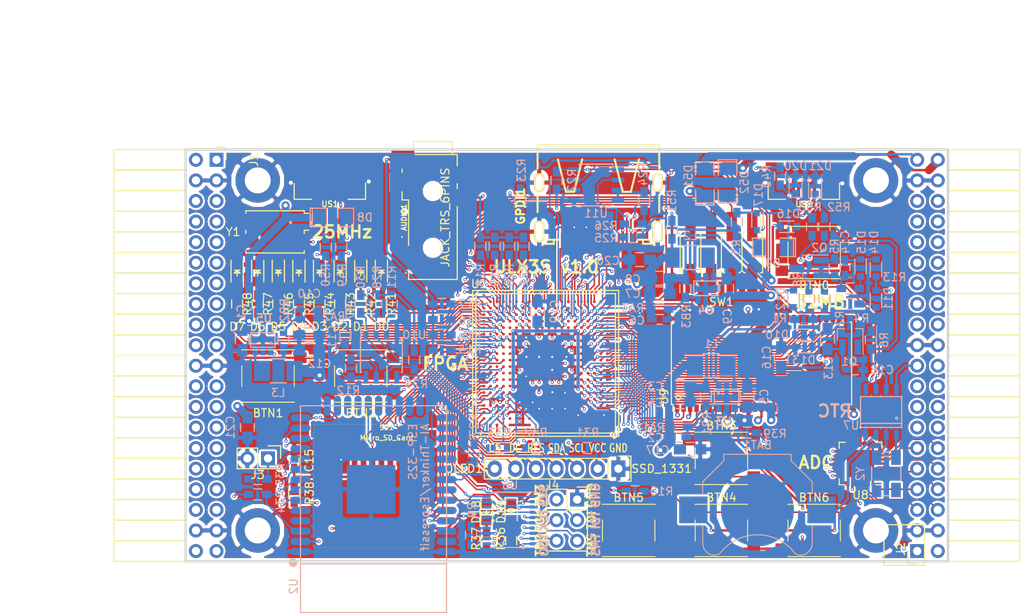
<source format=kicad_pcb>
(kicad_pcb (version 4) (host pcbnew 4.0.7+dfsg1-1)

  (general
    (links 672)
    (no_connects 0)
    (area 93.949999 61.269999 188.230001 112.370001)
    (thickness 1.6)
    (drawings 24)
    (tracks 4017)
    (zones 0)
    (modules 146)
    (nets 236)
  )

  (page A4)
  (layers
    (0 F.Cu signal)
    (1 In1.Cu signal)
    (2 In2.Cu signal)
    (31 B.Cu signal)
    (32 B.Adhes user)
    (33 F.Adhes user)
    (34 B.Paste user)
    (35 F.Paste user)
    (36 B.SilkS user)
    (37 F.SilkS user)
    (38 B.Mask user)
    (39 F.Mask user)
    (40 Dwgs.User user)
    (41 Cmts.User user)
    (42 Eco1.User user)
    (43 Eco2.User user)
    (44 Edge.Cuts user)
    (45 Margin user)
    (46 B.CrtYd user)
    (47 F.CrtYd user)
    (48 B.Fab user)
    (49 F.Fab user)
  )

  (setup
    (last_trace_width 0.3)
    (trace_clearance 0.127)
    (zone_clearance 0.254)
    (zone_45_only no)
    (trace_min 0.127)
    (segment_width 0.2)
    (edge_width 0.2)
    (via_size 0.4)
    (via_drill 0.2)
    (via_min_size 0.4)
    (via_min_drill 0.2)
    (uvia_size 0.3)
    (uvia_drill 0.1)
    (uvias_allowed no)
    (uvia_min_size 0.2)
    (uvia_min_drill 0.1)
    (pcb_text_width 0.3)
    (pcb_text_size 1.5 1.5)
    (mod_edge_width 0.15)
    (mod_text_size 1 1)
    (mod_text_width 0.15)
    (pad_size 0.5 0.5)
    (pad_drill 0)
    (pad_to_mask_clearance 0.05)
    (aux_axis_origin 82.67 62.69)
    (grid_origin 86.48 79.2)
    (visible_elements 7FFFFFFF)
    (pcbplotparams
      (layerselection 0x310f0_80000007)
      (usegerberextensions true)
      (excludeedgelayer true)
      (linewidth 0.100000)
      (plotframeref false)
      (viasonmask false)
      (mode 1)
      (useauxorigin false)
      (hpglpennumber 1)
      (hpglpenspeed 20)
      (hpglpendiameter 15)
      (hpglpenoverlay 2)
      (psnegative false)
      (psa4output false)
      (plotreference true)
      (plotvalue true)
      (plotinvisibletext false)
      (padsonsilk false)
      (subtractmaskfromsilk false)
      (outputformat 1)
      (mirror false)
      (drillshape 0)
      (scaleselection 1)
      (outputdirectory plot))
  )

  (net 0 "")
  (net 1 GND)
  (net 2 +5V)
  (net 3 /gpio/IN5V)
  (net 4 /gpio/OUT5V)
  (net 5 +3V3)
  (net 6 "Net-(L1-Pad1)")
  (net 7 "Net-(L2-Pad1)")
  (net 8 +1V2)
  (net 9 BTN_D)
  (net 10 BTN_F1)
  (net 11 BTN_F2)
  (net 12 BTN_L)
  (net 13 BTN_R)
  (net 14 BTN_U)
  (net 15 /power/FB1)
  (net 16 +2V5)
  (net 17 "Net-(L3-Pad1)")
  (net 18 /power/PWREN)
  (net 19 /power/FB3)
  (net 20 /power/FB2)
  (net 21 "Net-(D9-Pad1)")
  (net 22 /power/VBAT)
  (net 23 JTAG_TDI)
  (net 24 JTAG_TCK)
  (net 25 JTAG_TMS)
  (net 26 JTAG_TDO)
  (net 27 /power/WAKEUPn)
  (net 28 /power/WKUP)
  (net 29 /power/SHUT)
  (net 30 /power/WAKE)
  (net 31 /power/HOLD)
  (net 32 /power/WKn)
  (net 33 /power/OSCI_32k)
  (net 34 /power/OSCO_32k)
  (net 35 "Net-(Q2-Pad3)")
  (net 36 SHUTDOWN)
  (net 37 /analog/AUDIO_L)
  (net 38 /analog/AUDIO_R)
  (net 39 GPDI_5V_SCL)
  (net 40 GPDI_5V_SDA)
  (net 41 GPDI_SDA)
  (net 42 GPDI_SCL)
  (net 43 /gpdi/VREF2)
  (net 44 SD_CMD)
  (net 45 SD_CLK)
  (net 46 SD_D0)
  (net 47 SD_D1)
  (net 48 USB5V)
  (net 49 "Net-(BTN0-Pad1)")
  (net 50 GPDI_CEC)
  (net 51 nRESET)
  (net 52 FTDI_nDTR)
  (net 53 SDRAM_CKE)
  (net 54 SDRAM_A7)
  (net 55 SDRAM_D15)
  (net 56 SDRAM_BA1)
  (net 57 SDRAM_D7)
  (net 58 SDRAM_A6)
  (net 59 SDRAM_CLK)
  (net 60 SDRAM_D13)
  (net 61 SDRAM_BA0)
  (net 62 SDRAM_D6)
  (net 63 SDRAM_A5)
  (net 64 SDRAM_D14)
  (net 65 SDRAM_A11)
  (net 66 SDRAM_D12)
  (net 67 SDRAM_D5)
  (net 68 SDRAM_A4)
  (net 69 SDRAM_A10)
  (net 70 SDRAM_D11)
  (net 71 SDRAM_A3)
  (net 72 SDRAM_D4)
  (net 73 SDRAM_D10)
  (net 74 SDRAM_D9)
  (net 75 SDRAM_A9)
  (net 76 SDRAM_D3)
  (net 77 SDRAM_D8)
  (net 78 SDRAM_A8)
  (net 79 SDRAM_A2)
  (net 80 SDRAM_A1)
  (net 81 SDRAM_A0)
  (net 82 SDRAM_D2)
  (net 83 SDRAM_D1)
  (net 84 SDRAM_D0)
  (net 85 SDRAM_DQM0)
  (net 86 SDRAM_nCS)
  (net 87 SDRAM_nRAS)
  (net 88 SDRAM_DQM1)
  (net 89 SDRAM_nCAS)
  (net 90 SDRAM_nWE)
  (net 91 /flash/FLASH_nWP)
  (net 92 /flash/FLASH_nHOLD)
  (net 93 /flash/FLASH_MOSI)
  (net 94 /flash/FLASH_MISO)
  (net 95 /flash/FLASH_SCK)
  (net 96 /flash/FLASH_nCS)
  (net 97 /flash/FPGA_PROGRAMN)
  (net 98 /flash/FPGA_DONE)
  (net 99 /flash/FPGA_INITN)
  (net 100 OLED_RES)
  (net 101 OLED_DC)
  (net 102 OLED_CS)
  (net 103 WIFI_EN)
  (net 104 FTDI_nRTS)
  (net 105 FTDI_TXD)
  (net 106 FTDI_RXD)
  (net 107 WIFI_RXD)
  (net 108 WIFI_GPIO0)
  (net 109 WIFI_TXD)
  (net 110 GPDI_ETH-)
  (net 111 GPDI_ETH+)
  (net 112 GPDI_D2+)
  (net 113 GPDI_D2-)
  (net 114 GPDI_D1+)
  (net 115 GPDI_D1-)
  (net 116 GPDI_D0+)
  (net 117 GPDI_D0-)
  (net 118 GPDI_CLK+)
  (net 119 GPDI_CLK-)
  (net 120 USB_FTDI_D+)
  (net 121 USB_FTDI_D-)
  (net 122 J1_17-)
  (net 123 J1_17+)
  (net 124 J1_23-)
  (net 125 J1_23+)
  (net 126 J1_25-)
  (net 127 J1_25+)
  (net 128 J1_27-)
  (net 129 J1_27+)
  (net 130 J1_29-)
  (net 131 J1_29+)
  (net 132 J1_31-)
  (net 133 J1_31+)
  (net 134 J1_33-)
  (net 135 J1_33+)
  (net 136 J1_35-)
  (net 137 J1_35+)
  (net 138 J2_5-)
  (net 139 J2_5+)
  (net 140 J2_7-)
  (net 141 J2_7+)
  (net 142 J2_9-)
  (net 143 J2_9+)
  (net 144 J2_13-)
  (net 145 J2_13+)
  (net 146 J2_17-)
  (net 147 J2_17+)
  (net 148 J2_11-)
  (net 149 J2_11+)
  (net 150 J2_23-)
  (net 151 J2_23+)
  (net 152 J1_5-)
  (net 153 J1_5+)
  (net 154 J1_7-)
  (net 155 J1_7+)
  (net 156 J1_9-)
  (net 157 J1_9+)
  (net 158 J1_11-)
  (net 159 J1_11+)
  (net 160 J1_13-)
  (net 161 J1_13+)
  (net 162 J1_15-)
  (net 163 J1_15+)
  (net 164 J2_15-)
  (net 165 J2_15+)
  (net 166 J2_25-)
  (net 167 J2_25+)
  (net 168 J2_27-)
  (net 169 J2_27+)
  (net 170 J2_29-)
  (net 171 J2_29+)
  (net 172 J2_31-)
  (net 173 J2_31+)
  (net 174 J2_33-)
  (net 175 J2_33+)
  (net 176 J2_35-)
  (net 177 J2_35+)
  (net 178 SD_D3)
  (net 179 AUDIO_L3)
  (net 180 AUDIO_L2)
  (net 181 AUDIO_L1)
  (net 182 AUDIO_L0)
  (net 183 AUDIO_R3)
  (net 184 AUDIO_R2)
  (net 185 AUDIO_R1)
  (net 186 AUDIO_R0)
  (net 187 OLED_CLK)
  (net 188 OLED_MOSI)
  (net 189 LED0)
  (net 190 LED1)
  (net 191 LED2)
  (net 192 LED3)
  (net 193 LED4)
  (net 194 LED5)
  (net 195 LED6)
  (net 196 LED7)
  (net 197 BTN_PWRn)
  (net 198 "Net-(J3-Pad1)")
  (net 199 FTDI_nTXLED)
  (net 200 FTDI_nSLEEP)
  (net 201 /blinkey/LED_PWREN)
  (net 202 /blinkey/LED_TXLED)
  (net 203 FT3V3)
  (net 204 /sdcard/SD3V3)
  (net 205 SD_D2)
  (net 206 CLK_25MHz)
  (net 207 /blinkey/BTNPUL)
  (net 208 /blinkey/BTNPUR)
  (net 209 USB_FPGA_D+)
  (net 210 /power/FTDI_nSUSPEND)
  (net 211 /blinkey/ALED0)
  (net 212 /blinkey/ALED1)
  (net 213 /blinkey/ALED2)
  (net 214 /blinkey/ALED3)
  (net 215 /blinkey/ALED4)
  (net 216 /blinkey/ALED5)
  (net 217 /blinkey/ALED6)
  (net 218 /blinkey/ALED7)
  (net 219 /usb/FTD-)
  (net 220 /usb/FTD+)
  (net 221 ADC_MISO)
  (net 222 ADC_MOSI)
  (net 223 ADC_CSn)
  (net 224 ADC_SCLK)
  (net 225 "Net-(R51-Pad2)")
  (net 226 SW3)
  (net 227 SW2)
  (net 228 SW1)
  (net 229 SW0)
  (net 230 USB_FPGA_D-)
  (net 231 /usb/FPD+)
  (net 232 /usb/FPD-)
  (net 233 WIFI_GPIO16)
  (net 234 WIFI_GPIO15)
  (net 235 /usb/ANT_433MHz)

  (net_class Default "This is the default net class."
    (clearance 0.127)
    (trace_width 0.3)
    (via_dia 0.4)
    (via_drill 0.2)
    (uvia_dia 0.3)
    (uvia_drill 0.1)
    (add_net +1V2)
    (add_net +2V5)
    (add_net +3V3)
    (add_net +5V)
    (add_net /analog/AUDIO_L)
    (add_net /analog/AUDIO_R)
    (add_net /blinkey/ALED0)
    (add_net /blinkey/ALED1)
    (add_net /blinkey/ALED2)
    (add_net /blinkey/ALED3)
    (add_net /blinkey/ALED4)
    (add_net /blinkey/ALED5)
    (add_net /blinkey/ALED6)
    (add_net /blinkey/ALED7)
    (add_net /blinkey/BTNPUL)
    (add_net /blinkey/BTNPUR)
    (add_net /blinkey/LED_PWREN)
    (add_net /blinkey/LED_TXLED)
    (add_net /gpdi/VREF2)
    (add_net /gpio/IN5V)
    (add_net /gpio/OUT5V)
    (add_net /power/FB1)
    (add_net /power/FB2)
    (add_net /power/FB3)
    (add_net /power/FTDI_nSUSPEND)
    (add_net /power/HOLD)
    (add_net /power/OSCI_32k)
    (add_net /power/OSCO_32k)
    (add_net /power/PWREN)
    (add_net /power/SHUT)
    (add_net /power/VBAT)
    (add_net /power/WAKE)
    (add_net /power/WAKEUPn)
    (add_net /power/WKUP)
    (add_net /power/WKn)
    (add_net /sdcard/SD3V3)
    (add_net /usb/ANT_433MHz)
    (add_net /usb/FPD+)
    (add_net /usb/FPD-)
    (add_net /usb/FTD+)
    (add_net /usb/FTD-)
    (add_net FT3V3)
    (add_net GND)
    (add_net "Net-(BTN0-Pad1)")
    (add_net "Net-(D9-Pad1)")
    (add_net "Net-(J3-Pad1)")
    (add_net "Net-(L1-Pad1)")
    (add_net "Net-(L2-Pad1)")
    (add_net "Net-(L3-Pad1)")
    (add_net "Net-(Q2-Pad3)")
    (add_net "Net-(R51-Pad2)")
    (add_net USB5V)
  )

  (net_class BGA ""
    (clearance 0.127)
    (trace_width 0.19)
    (via_dia 0.4)
    (via_drill 0.2)
    (uvia_dia 0.3)
    (uvia_drill 0.1)
    (add_net /flash/FLASH_MISO)
    (add_net /flash/FLASH_MOSI)
    (add_net /flash/FLASH_SCK)
    (add_net /flash/FLASH_nCS)
    (add_net /flash/FLASH_nHOLD)
    (add_net /flash/FLASH_nWP)
    (add_net /flash/FPGA_DONE)
    (add_net /flash/FPGA_INITN)
    (add_net /flash/FPGA_PROGRAMN)
    (add_net ADC_CSn)
    (add_net ADC_MISO)
    (add_net ADC_MOSI)
    (add_net ADC_SCLK)
    (add_net AUDIO_L0)
    (add_net AUDIO_L1)
    (add_net AUDIO_L2)
    (add_net AUDIO_L3)
    (add_net AUDIO_R0)
    (add_net AUDIO_R1)
    (add_net AUDIO_R2)
    (add_net AUDIO_R3)
    (add_net BTN_D)
    (add_net BTN_F1)
    (add_net BTN_F2)
    (add_net BTN_L)
    (add_net BTN_PWRn)
    (add_net BTN_R)
    (add_net BTN_U)
    (add_net CLK_25MHz)
    (add_net FTDI_RXD)
    (add_net FTDI_TXD)
    (add_net FTDI_nDTR)
    (add_net FTDI_nRTS)
    (add_net FTDI_nSLEEP)
    (add_net FTDI_nTXLED)
    (add_net GPDI_5V_SCL)
    (add_net GPDI_5V_SDA)
    (add_net GPDI_CEC)
    (add_net GPDI_CLK+)
    (add_net GPDI_CLK-)
    (add_net GPDI_D0+)
    (add_net GPDI_D0-)
    (add_net GPDI_D1+)
    (add_net GPDI_D1-)
    (add_net GPDI_D2+)
    (add_net GPDI_D2-)
    (add_net GPDI_ETH+)
    (add_net GPDI_ETH-)
    (add_net GPDI_SCL)
    (add_net GPDI_SDA)
    (add_net J1_11+)
    (add_net J1_11-)
    (add_net J1_13+)
    (add_net J1_13-)
    (add_net J1_15+)
    (add_net J1_15-)
    (add_net J1_17+)
    (add_net J1_17-)
    (add_net J1_23+)
    (add_net J1_23-)
    (add_net J1_25+)
    (add_net J1_25-)
    (add_net J1_27+)
    (add_net J1_27-)
    (add_net J1_29+)
    (add_net J1_29-)
    (add_net J1_31+)
    (add_net J1_31-)
    (add_net J1_33+)
    (add_net J1_33-)
    (add_net J1_35+)
    (add_net J1_35-)
    (add_net J1_5+)
    (add_net J1_5-)
    (add_net J1_7+)
    (add_net J1_7-)
    (add_net J1_9+)
    (add_net J1_9-)
    (add_net J2_11+)
    (add_net J2_11-)
    (add_net J2_13+)
    (add_net J2_13-)
    (add_net J2_15+)
    (add_net J2_15-)
    (add_net J2_17+)
    (add_net J2_17-)
    (add_net J2_23+)
    (add_net J2_23-)
    (add_net J2_25+)
    (add_net J2_25-)
    (add_net J2_27+)
    (add_net J2_27-)
    (add_net J2_29+)
    (add_net J2_29-)
    (add_net J2_31+)
    (add_net J2_31-)
    (add_net J2_33+)
    (add_net J2_33-)
    (add_net J2_35+)
    (add_net J2_35-)
    (add_net J2_5+)
    (add_net J2_5-)
    (add_net J2_7+)
    (add_net J2_7-)
    (add_net J2_9+)
    (add_net J2_9-)
    (add_net JTAG_TCK)
    (add_net JTAG_TDI)
    (add_net JTAG_TDO)
    (add_net JTAG_TMS)
    (add_net LED0)
    (add_net LED1)
    (add_net LED2)
    (add_net LED3)
    (add_net LED4)
    (add_net LED5)
    (add_net LED6)
    (add_net LED7)
    (add_net OLED_CLK)
    (add_net OLED_CS)
    (add_net OLED_DC)
    (add_net OLED_MOSI)
    (add_net OLED_RES)
    (add_net SDRAM_A0)
    (add_net SDRAM_A1)
    (add_net SDRAM_A10)
    (add_net SDRAM_A11)
    (add_net SDRAM_A2)
    (add_net SDRAM_A3)
    (add_net SDRAM_A4)
    (add_net SDRAM_A5)
    (add_net SDRAM_A6)
    (add_net SDRAM_A7)
    (add_net SDRAM_A8)
    (add_net SDRAM_A9)
    (add_net SDRAM_BA0)
    (add_net SDRAM_BA1)
    (add_net SDRAM_CKE)
    (add_net SDRAM_CLK)
    (add_net SDRAM_D0)
    (add_net SDRAM_D1)
    (add_net SDRAM_D10)
    (add_net SDRAM_D11)
    (add_net SDRAM_D12)
    (add_net SDRAM_D13)
    (add_net SDRAM_D14)
    (add_net SDRAM_D15)
    (add_net SDRAM_D2)
    (add_net SDRAM_D3)
    (add_net SDRAM_D4)
    (add_net SDRAM_D5)
    (add_net SDRAM_D6)
    (add_net SDRAM_D7)
    (add_net SDRAM_D8)
    (add_net SDRAM_D9)
    (add_net SDRAM_DQM0)
    (add_net SDRAM_DQM1)
    (add_net SDRAM_nCAS)
    (add_net SDRAM_nCS)
    (add_net SDRAM_nRAS)
    (add_net SDRAM_nWE)
    (add_net SD_CLK)
    (add_net SD_CMD)
    (add_net SD_D0)
    (add_net SD_D1)
    (add_net SD_D2)
    (add_net SD_D3)
    (add_net SHUTDOWN)
    (add_net SW0)
    (add_net SW1)
    (add_net SW2)
    (add_net SW3)
    (add_net USB_FPGA_D+)
    (add_net USB_FPGA_D-)
    (add_net USB_FTDI_D+)
    (add_net USB_FTDI_D-)
    (add_net WIFI_EN)
    (add_net WIFI_GPIO0)
    (add_net WIFI_GPIO15)
    (add_net WIFI_GPIO16)
    (add_net WIFI_RXD)
    (add_net WIFI_TXD)
    (add_net nRESET)
  )

  (net_class Minimal ""
    (clearance 0.127)
    (trace_width 0.127)
    (via_dia 0.4)
    (via_drill 0.2)
    (uvia_dia 0.3)
    (uvia_drill 0.1)
  )

  (module Resistors_SMD:R_0603_HandSoldering (layer B.Cu) (tedit 58307AEF) (tstamp 595B8F7A)
    (at 154.044 71.326 90)
    (descr "Resistor SMD 0603, hand soldering")
    (tags "resistor 0603")
    (path /58D6547C/595B9C2F)
    (attr smd)
    (fp_text reference R51 (at 3.556 0 90) (layer B.SilkS)
      (effects (font (size 1 1) (thickness 0.15)) (justify mirror))
    )
    (fp_text value 220 (at 3.556 0 90) (layer B.Fab)
      (effects (font (size 1 1) (thickness 0.15)) (justify mirror))
    )
    (fp_line (start -0.8 -0.4) (end -0.8 0.4) (layer B.Fab) (width 0.1))
    (fp_line (start 0.8 -0.4) (end -0.8 -0.4) (layer B.Fab) (width 0.1))
    (fp_line (start 0.8 0.4) (end 0.8 -0.4) (layer B.Fab) (width 0.1))
    (fp_line (start -0.8 0.4) (end 0.8 0.4) (layer B.Fab) (width 0.1))
    (fp_line (start -2 0.8) (end 2 0.8) (layer B.CrtYd) (width 0.05))
    (fp_line (start -2 -0.8) (end 2 -0.8) (layer B.CrtYd) (width 0.05))
    (fp_line (start -2 0.8) (end -2 -0.8) (layer B.CrtYd) (width 0.05))
    (fp_line (start 2 0.8) (end 2 -0.8) (layer B.CrtYd) (width 0.05))
    (fp_line (start 0.5 -0.675) (end -0.5 -0.675) (layer B.SilkS) (width 0.15))
    (fp_line (start -0.5 0.675) (end 0.5 0.675) (layer B.SilkS) (width 0.15))
    (pad 1 smd rect (at -1.1 0 90) (size 1.2 0.9) (layers B.Cu B.Paste B.Mask)
      (net 5 +3V3))
    (pad 2 smd rect (at 1.1 0 90) (size 1.2 0.9) (layers B.Cu B.Paste B.Mask)
      (net 225 "Net-(R51-Pad2)"))
    (model Resistors_SMD.3dshapes/R_0603_HandSoldering.wrl
      (at (xyz 0 0 0))
      (scale (xyz 1 1 1))
      (rotate (xyz 0 0 0))
    )
  )

  (module Pin_Headers:Pin_Header_Straight_SMT_02x04 (layer F.Cu) (tedit 59CCC7C8) (tstamp 595B8F86)
    (at 160.14 74.12 180)
    (descr "SMT pin header")
    (tags "SMT pin header")
    (path /58D6547C/595B94DC)
    (attr smd)
    (fp_text reference SW1 (at 0 -6.096 180) (layer F.SilkS)
      (effects (font (size 1 1) (thickness 0.15)))
    )
    (fp_text value DIPSW (at 0.1 -6.1 180) (layer F.Fab) hide
      (effects (font (size 1 1) (thickness 0.15)))
    )
    (fp_line (start -4.8 2.5) (end -4.8 4.925) (layer F.SilkS) (width 0.15))
    (fp_line (start -5.6 5.5) (end 5.6 5.5) (layer F.CrtYd) (width 0.05))
    (fp_line (start 5.6 5.5) (end 5.6 -5.5) (layer F.CrtYd) (width 0.05))
    (fp_line (start 5.6 -5.5) (end -5.6 -5.5) (layer F.CrtYd) (width 0.05))
    (fp_line (start -5.6 -5.5) (end -5.6 5.5) (layer F.CrtYd) (width 0.05))
    (fp_line (start -2.54 2.25) (end -2.54 -2.25) (layer F.SilkS) (width 0.15))
    (fp_line (start 5.08 -2.5) (end 4.8 -2.5) (layer F.SilkS) (width 0.15))
    (fp_line (start 5.08 -2.5) (end 5.08 2.5) (layer F.SilkS) (width 0.15))
    (fp_line (start 5.08 2.5) (end 4.8 2.5) (layer F.SilkS) (width 0.15))
    (fp_line (start -5.08 2.5) (end -4.8 2.5) (layer F.SilkS) (width 0.15))
    (fp_line (start -5.08 -2.5) (end -5.08 2.5) (layer F.SilkS) (width 0.15))
    (fp_line (start -2.921 -2.5) (end -2.794 -2.5) (layer F.SilkS) (width 0.15))
    (fp_line (start -2.794 -2.5) (end -2.54 -2.246) (layer F.SilkS) (width 0.15))
    (fp_line (start -2.54 -2.246) (end -2.286 -2.5) (layer F.SilkS) (width 0.15))
    (fp_line (start -2.286 -2.5) (end -2.159 -2.5) (layer F.SilkS) (width 0.15))
    (fp_line (start -5.08 -2.5) (end -4.8 -2.5) (layer F.SilkS) (width 0.15))
    (fp_line (start -0.381 -2.5) (end -0.254 -2.5) (layer F.SilkS) (width 0.15))
    (fp_line (start 2.159 -2.5) (end 2.286 -2.5) (layer F.SilkS) (width 0.15))
    (fp_line (start -2.159 2.5) (end -2.286 2.5) (layer F.SilkS) (width 0.15))
    (fp_line (start 0 -2.246) (end 0.254 -2.5) (layer F.SilkS) (width 0.15))
    (fp_line (start 2.54 -2.246) (end 2.794 -2.5) (layer F.SilkS) (width 0.15))
    (fp_line (start -2.54 2.246) (end -2.794 2.5) (layer F.SilkS) (width 0.15))
    (fp_line (start 0.254 -2.5) (end 0.381 -2.5) (layer F.SilkS) (width 0.15))
    (fp_line (start 2.794 -2.5) (end 2.921 -2.5) (layer F.SilkS) (width 0.15))
    (fp_line (start -2.794 2.5) (end -2.921 2.5) (layer F.SilkS) (width 0.15))
    (fp_line (start -0.254 -2.5) (end 0 -2.246) (layer F.SilkS) (width 0.15))
    (fp_line (start 2.286 -2.5) (end 2.54 -2.246) (layer F.SilkS) (width 0.15))
    (fp_line (start -2.286 2.5) (end -2.54 2.246) (layer F.SilkS) (width 0.15))
    (fp_line (start 0.381 2.5) (end 0.254 2.5) (layer F.SilkS) (width 0.15))
    (fp_line (start 2.921 2.5) (end 2.794 2.5) (layer F.SilkS) (width 0.15))
    (fp_line (start -0.254 2.5) (end -0.381 2.5) (layer F.SilkS) (width 0.15))
    (fp_line (start 2.286 2.5) (end 2.159 2.5) (layer F.SilkS) (width 0.15))
    (fp_line (start 0 2.246) (end -0.254 2.5) (layer F.SilkS) (width 0.15))
    (fp_line (start 2.54 2.246) (end 2.286 2.5) (layer F.SilkS) (width 0.15))
    (fp_line (start 0.254 2.5) (end 0 2.246) (layer F.SilkS) (width 0.15))
    (fp_line (start 2.794 2.5) (end 2.54 2.246) (layer F.SilkS) (width 0.15))
    (fp_line (start 0 2.25) (end 0 -2.25) (layer F.SilkS) (width 0.15))
    (fp_line (start 2.54 2.25) (end 2.54 -2.25) (layer F.SilkS) (width 0.15))
    (pad 1 smd rect (at -3.81 3.2 180) (size 1.27 3.6) (layers F.Cu F.Paste F.Mask)
      (net 226 SW3))
    (pad 2 smd rect (at -1.27 3.2 180) (size 1.27 3.6) (layers F.Cu F.Paste F.Mask)
      (net 227 SW2))
    (pad 3 smd rect (at 1.27 3.2 180) (size 1.27 3.6) (layers F.Cu F.Paste F.Mask)
      (net 228 SW1))
    (pad 4 smd rect (at 3.81 3.2 180) (size 1.27 3.6) (layers F.Cu F.Paste F.Mask)
      (net 229 SW0))
    (pad 5 smd rect (at 3.81 -3.2 180) (size 1.27 3.6) (layers F.Cu F.Paste F.Mask)
      (net 225 "Net-(R51-Pad2)"))
    (pad 6 smd rect (at 1.27 -3.2 180) (size 1.27 3.6) (layers F.Cu F.Paste F.Mask)
      (net 225 "Net-(R51-Pad2)"))
    (pad 7 smd rect (at -1.27 -3.2 180) (size 1.27 3.6) (layers F.Cu F.Paste F.Mask)
      (net 225 "Net-(R51-Pad2)"))
    (pad 8 smd rect (at -3.81 -3.2 180) (size 1.27 3.6) (layers F.Cu F.Paste F.Mask)
      (net 225 "Net-(R51-Pad2)"))
    (model Pin_Headers.3dshapes/Pin_Header_Straight_SMT_02x04.wrl
      (at (xyz 0 0 0))
      (scale (xyz 1 1 1))
      (rotate (xyz 0 0 0))
    )
    (model Buttons_Switches_SMD.3dshapes/SW_SPST_FSMSM.wrl
      (at (xyz 0.15 0 0))
      (scale (xyz 1 1 1))
      (rotate (xyz 0 0 90))
    )
    (model Buttons_Switches_SMD.3dshapes/SW_SPST_FSMSM.wrl
      (at (xyz 0.05 0 0))
      (scale (xyz 1 1 1))
      (rotate (xyz 0 0 90))
    )
    (model Buttons_Switches_SMD.3dshapes/SW_SPST_FSMSM.wrl
      (at (xyz -0.05 0 0))
      (scale (xyz 1 1 1))
      (rotate (xyz 0 0 90))
    )
    (model Buttons_Switches_SMD.3dshapes/SW_SPST_FSMSM.wrl
      (at (xyz -0.15 0 0))
      (scale (xyz 1 1 1))
      (rotate (xyz 0 0 90))
    )
  )

  (module SMD_Packages:SMD-1206_Pol (layer B.Cu) (tedit 0) (tstamp 56AA106E)
    (at 160.902 65.484 270)
    (path /56AC389C/56AC4846)
    (attr smd)
    (fp_text reference D52 (at -0.034 -2.078 270) (layer B.SilkS)
      (effects (font (size 1 1) (thickness 0.15)) (justify mirror))
    )
    (fp_text value 2A (at 0 0 270) (layer B.Fab)
      (effects (font (size 1 1) (thickness 0.15)) (justify mirror))
    )
    (fp_line (start -2.54 1.143) (end -2.794 1.143) (layer B.SilkS) (width 0.15))
    (fp_line (start -2.794 1.143) (end -2.794 -1.143) (layer B.SilkS) (width 0.15))
    (fp_line (start -2.794 -1.143) (end -2.54 -1.143) (layer B.SilkS) (width 0.15))
    (fp_line (start -2.54 1.143) (end -2.54 -1.143) (layer B.SilkS) (width 0.15))
    (fp_line (start -2.54 -1.143) (end -0.889 -1.143) (layer B.SilkS) (width 0.15))
    (fp_line (start 0.889 1.143) (end 2.54 1.143) (layer B.SilkS) (width 0.15))
    (fp_line (start 2.54 1.143) (end 2.54 -1.143) (layer B.SilkS) (width 0.15))
    (fp_line (start 2.54 -1.143) (end 0.889 -1.143) (layer B.SilkS) (width 0.15))
    (fp_line (start -0.889 1.143) (end -2.54 1.143) (layer B.SilkS) (width 0.15))
    (pad 1 smd rect (at -1.651 0 270) (size 1.524 2.032) (layers B.Cu B.Paste B.Mask)
      (net 4 /gpio/OUT5V))
    (pad 2 smd rect (at 1.651 0 270) (size 1.524 2.032) (layers B.Cu B.Paste B.Mask)
      (net 2 +5V))
    (model SMD_Packages.3dshapes/SMD-1206_Pol.wrl
      (at (xyz 0 0 0))
      (scale (xyz 0.17 0.16 0.16))
      (rotate (xyz 0 0 0))
    )
  )

  (module SMD_Packages:SMD-1206_Pol (layer B.Cu) (tedit 0) (tstamp 56AA1068)
    (at 158.108 65.484 90)
    (path /56AC389C/56AC483B)
    (attr smd)
    (fp_text reference D51 (at 0.762 -2.032 90) (layer B.SilkS)
      (effects (font (size 1 1) (thickness 0.15)) (justify mirror))
    )
    (fp_text value 2A (at 0 0 90) (layer B.Fab)
      (effects (font (size 1 1) (thickness 0.15)) (justify mirror))
    )
    (fp_line (start -2.54 1.143) (end -2.794 1.143) (layer B.SilkS) (width 0.15))
    (fp_line (start -2.794 1.143) (end -2.794 -1.143) (layer B.SilkS) (width 0.15))
    (fp_line (start -2.794 -1.143) (end -2.54 -1.143) (layer B.SilkS) (width 0.15))
    (fp_line (start -2.54 1.143) (end -2.54 -1.143) (layer B.SilkS) (width 0.15))
    (fp_line (start -2.54 -1.143) (end -0.889 -1.143) (layer B.SilkS) (width 0.15))
    (fp_line (start 0.889 1.143) (end 2.54 1.143) (layer B.SilkS) (width 0.15))
    (fp_line (start 2.54 1.143) (end 2.54 -1.143) (layer B.SilkS) (width 0.15))
    (fp_line (start 2.54 -1.143) (end 0.889 -1.143) (layer B.SilkS) (width 0.15))
    (fp_line (start -0.889 1.143) (end -2.54 1.143) (layer B.SilkS) (width 0.15))
    (pad 1 smd rect (at -1.651 0 90) (size 1.524 2.032) (layers B.Cu B.Paste B.Mask)
      (net 2 +5V))
    (pad 2 smd rect (at 1.651 0 90) (size 1.524 2.032) (layers B.Cu B.Paste B.Mask)
      (net 3 /gpio/IN5V))
    (model SMD_Packages.3dshapes/SMD-1206_Pol.wrl
      (at (xyz 0 0 0))
      (scale (xyz 0.17 0.16 0.16))
      (rotate (xyz 0 0 0))
    )
  )

  (module micro-sd:MicroSD_TF02D (layer F.Cu) (tedit 52721666) (tstamp 56A966AB)
    (at 116.87 110.52 180)
    (path /58DA7327/590C84AE)
    (fp_text reference SD1 (at -1.995 14.81 180) (layer F.SilkS)
      (effects (font (size 0.59944 0.59944) (thickness 0.12446)))
    )
    (fp_text value Micro_SD_Card (at -1.995 13.54 180) (layer F.SilkS)
      (effects (font (size 0.59944 0.59944) (thickness 0.12446)))
    )
    (fp_line (start 3.8 15.2) (end 3.8 16) (layer F.SilkS) (width 0.01016))
    (fp_line (start 3.8 16) (end -7 16) (layer F.SilkS) (width 0.01016))
    (fp_line (start -7 16) (end -7 15.2) (layer F.SilkS) (width 0.01016))
    (fp_line (start 7 0) (end 7 15.2) (layer F.SilkS) (width 0.01016))
    (fp_line (start 7 15.2) (end -7 15.2) (layer F.SilkS) (width 0.01016))
    (fp_line (start -7 15.2) (end -7 0) (layer F.SilkS) (width 0.01016))
    (fp_line (start -7 0) (end 7 0) (layer F.SilkS) (width 0.01016))
    (pad 1 smd rect (at 1.94 11 180) (size 0.7 1.8) (layers F.Cu F.Paste F.Mask)
      (net 205 SD_D2))
    (pad 2 smd rect (at 0.84 11 180) (size 0.7 1.8) (layers F.Cu F.Paste F.Mask)
      (net 178 SD_D3))
    (pad 3 smd rect (at -0.26 11 180) (size 0.7 1.8) (layers F.Cu F.Paste F.Mask)
      (net 44 SD_CMD))
    (pad 4 smd rect (at -1.36 11 180) (size 0.7 1.8) (layers F.Cu F.Paste F.Mask)
      (net 204 /sdcard/SD3V3))
    (pad 5 smd rect (at -2.46 11 180) (size 0.7 1.8) (layers F.Cu F.Paste F.Mask)
      (net 45 SD_CLK))
    (pad 6 smd rect (at -3.56 11 180) (size 0.7 1.8) (layers F.Cu F.Paste F.Mask)
      (net 1 GND))
    (pad 7 smd rect (at -4.66 11 180) (size 0.7 1.8) (layers F.Cu F.Paste F.Mask)
      (net 46 SD_D0))
    (pad 8 smd rect (at -5.76 11 180) (size 0.7 1.8) (layers F.Cu F.Paste F.Mask)
      (net 47 SD_D1))
    (pad S smd rect (at -5.05 0.4 180) (size 1.6 1.4) (layers F.Cu F.Paste F.Mask))
    (pad S smd rect (at 0.75 0.4 180) (size 1.8 1.4) (layers F.Cu F.Paste F.Mask))
    (pad G smd rect (at -7.45 13.55 180) (size 1.4 1.9) (layers F.Cu F.Paste F.Mask))
    (pad G smd rect (at 6.6 14.55 180) (size 1.4 1.9) (layers F.Cu F.Paste F.Mask))
  )

  (module Resistors_SMD:R_1210_HandSoldering (layer B.Cu) (tedit 58307C8D) (tstamp 58D58A37)
    (at 158.87 88.09 180)
    (descr "Resistor SMD 1210, hand soldering")
    (tags "resistor 1210")
    (path /58D51CAD/58D59D36)
    (attr smd)
    (fp_text reference L1 (at 0 2.7 180) (layer B.SilkS)
      (effects (font (size 1 1) (thickness 0.15)) (justify mirror))
    )
    (fp_text value 2.2uH (at 0 2.032 180) (layer B.Fab)
      (effects (font (size 1 1) (thickness 0.15)) (justify mirror))
    )
    (fp_line (start -1.6 -1.25) (end -1.6 1.25) (layer B.Fab) (width 0.1))
    (fp_line (start 1.6 -1.25) (end -1.6 -1.25) (layer B.Fab) (width 0.1))
    (fp_line (start 1.6 1.25) (end 1.6 -1.25) (layer B.Fab) (width 0.1))
    (fp_line (start -1.6 1.25) (end 1.6 1.25) (layer B.Fab) (width 0.1))
    (fp_line (start -3.3 1.6) (end 3.3 1.6) (layer B.CrtYd) (width 0.05))
    (fp_line (start -3.3 -1.6) (end 3.3 -1.6) (layer B.CrtYd) (width 0.05))
    (fp_line (start -3.3 1.6) (end -3.3 -1.6) (layer B.CrtYd) (width 0.05))
    (fp_line (start 3.3 1.6) (end 3.3 -1.6) (layer B.CrtYd) (width 0.05))
    (fp_line (start 1 -1.475) (end -1 -1.475) (layer B.SilkS) (width 0.15))
    (fp_line (start -1 1.475) (end 1 1.475) (layer B.SilkS) (width 0.15))
    (pad 1 smd rect (at -2 0 180) (size 2 2.5) (layers B.Cu B.Paste B.Mask)
      (net 6 "Net-(L1-Pad1)"))
    (pad 2 smd rect (at 2 0 180) (size 2 2.5) (layers B.Cu B.Paste B.Mask)
      (net 8 +1V2))
    (model Resistors_SMD.3dshapes/R_1210_HandSoldering.wrl
      (at (xyz 0 0 0))
      (scale (xyz 1 1 1))
      (rotate (xyz 0 0 0))
    )
  )

  (module TSOT-25:TSOT-25 (layer B.Cu) (tedit 59CD7E8F) (tstamp 58D5976E)
    (at 160.775 91.9)
    (path /58D51CAD/58D58840)
    (fp_text reference U3 (at -0.381 3.048) (layer B.SilkS)
      (effects (font (size 1 1) (thickness 0.2)) (justify mirror))
    )
    (fp_text value AP3429A (at 0 2.286) (layer B.Fab)
      (effects (font (size 0.4 0.4) (thickness 0.1)) (justify mirror))
    )
    (fp_circle (center -1 -0.4) (end -0.95 -0.5) (layer B.SilkS) (width 0.15))
    (fp_line (start -1.5 0.9) (end 1.5 0.9) (layer B.SilkS) (width 0.15))
    (fp_line (start 1.5 0.9) (end 1.5 -0.9) (layer B.SilkS) (width 0.15))
    (fp_line (start 1.5 -0.9) (end -1.5 -0.9) (layer B.SilkS) (width 0.15))
    (fp_line (start -1.5 -0.9) (end -1.5 0.9) (layer B.SilkS) (width 0.15))
    (pad 1 smd rect (at -0.95 -1.3) (size 0.7 1.2) (layers B.Cu B.Paste B.Mask)
      (net 18 /power/PWREN))
    (pad 2 smd rect (at 0 -1.3) (size 0.7 1.2) (layers B.Cu B.Paste B.Mask)
      (net 1 GND))
    (pad 3 smd rect (at 0.95 -1.3) (size 0.7 1.2) (layers B.Cu B.Paste B.Mask)
      (net 6 "Net-(L1-Pad1)"))
    (pad 4 smd rect (at 0.95 1.3) (size 0.7 1.2) (layers B.Cu B.Paste B.Mask)
      (net 2 +5V))
    (pad 5 smd rect (at -0.95 1.3) (size 0.7 1.2) (layers B.Cu B.Paste B.Mask)
      (net 15 /power/FB1))
  )

  (module Resistors_SMD:R_1210_HandSoldering (layer B.Cu) (tedit 58307C8D) (tstamp 58D599B2)
    (at 156.33 74.755 180)
    (descr "Resistor SMD 1210, hand soldering")
    (tags "resistor 1210")
    (path /58D51CAD/58D62964)
    (attr smd)
    (fp_text reference L2 (at 0 2.7 180) (layer B.SilkS)
      (effects (font (size 1 1) (thickness 0.15)) (justify mirror))
    )
    (fp_text value 2.2uH (at -1.016 2.159 180) (layer B.Fab)
      (effects (font (size 1 1) (thickness 0.15)) (justify mirror))
    )
    (fp_line (start -1.6 -1.25) (end -1.6 1.25) (layer B.Fab) (width 0.1))
    (fp_line (start 1.6 -1.25) (end -1.6 -1.25) (layer B.Fab) (width 0.1))
    (fp_line (start 1.6 1.25) (end 1.6 -1.25) (layer B.Fab) (width 0.1))
    (fp_line (start -1.6 1.25) (end 1.6 1.25) (layer B.Fab) (width 0.1))
    (fp_line (start -3.3 1.6) (end 3.3 1.6) (layer B.CrtYd) (width 0.05))
    (fp_line (start -3.3 -1.6) (end 3.3 -1.6) (layer B.CrtYd) (width 0.05))
    (fp_line (start -3.3 1.6) (end -3.3 -1.6) (layer B.CrtYd) (width 0.05))
    (fp_line (start 3.3 1.6) (end 3.3 -1.6) (layer B.CrtYd) (width 0.05))
    (fp_line (start 1 -1.475) (end -1 -1.475) (layer B.SilkS) (width 0.15))
    (fp_line (start -1 1.475) (end 1 1.475) (layer B.SilkS) (width 0.15))
    (pad 1 smd rect (at -2 0 180) (size 2 2.5) (layers B.Cu B.Paste B.Mask)
      (net 7 "Net-(L2-Pad1)"))
    (pad 2 smd rect (at 2 0 180) (size 2 2.5) (layers B.Cu B.Paste B.Mask)
      (net 5 +3V3))
    (model Resistors_SMD.3dshapes/R_1210_HandSoldering.wrl
      (at (xyz 0 0 0))
      (scale (xyz 1 1 1))
      (rotate (xyz 0 0 0))
    )
  )

  (module TSOT-25:TSOT-25 (layer B.Cu) (tedit 59CD7E82) (tstamp 58D599CD)
    (at 158.235 78.535)
    (path /58D51CAD/58D62946)
    (fp_text reference U4 (at 0 2.697) (layer B.SilkS)
      (effects (font (size 1 1) (thickness 0.2)) (justify mirror))
    )
    (fp_text value AP3429A (at 0 2.443) (layer B.Fab)
      (effects (font (size 0.4 0.4) (thickness 0.1)) (justify mirror))
    )
    (fp_circle (center -1 -0.4) (end -0.95 -0.5) (layer B.SilkS) (width 0.15))
    (fp_line (start -1.5 0.9) (end 1.5 0.9) (layer B.SilkS) (width 0.15))
    (fp_line (start 1.5 0.9) (end 1.5 -0.9) (layer B.SilkS) (width 0.15))
    (fp_line (start 1.5 -0.9) (end -1.5 -0.9) (layer B.SilkS) (width 0.15))
    (fp_line (start -1.5 -0.9) (end -1.5 0.9) (layer B.SilkS) (width 0.15))
    (pad 1 smd rect (at -0.95 -1.3) (size 0.7 1.2) (layers B.Cu B.Paste B.Mask)
      (net 18 /power/PWREN))
    (pad 2 smd rect (at 0 -1.3) (size 0.7 1.2) (layers B.Cu B.Paste B.Mask)
      (net 1 GND))
    (pad 3 smd rect (at 0.95 -1.3) (size 0.7 1.2) (layers B.Cu B.Paste B.Mask)
      (net 7 "Net-(L2-Pad1)"))
    (pad 4 smd rect (at 0.95 1.3) (size 0.7 1.2) (layers B.Cu B.Paste B.Mask)
      (net 2 +5V))
    (pad 5 smd rect (at -0.95 1.3) (size 0.7 1.2) (layers B.Cu B.Paste B.Mask)
      (net 19 /power/FB3))
  )

  (module LEDs:LED_0805 (layer F.Cu) (tedit 59CCC657) (tstamp 58D659BC)
    (at 118.23 76.66 270)
    (descr "LED 0805 smd package")
    (tags "LED 0805 SMD")
    (path /58D6547C/58D66570)
    (attr smd)
    (fp_text reference D0 (at 6.604 0 360) (layer F.SilkS)
      (effects (font (size 1 1) (thickness 0.15)))
    )
    (fp_text value LED (at -2.794 0 270) (layer F.Fab) hide
      (effects (font (size 1 1) (thickness 0.15)))
    )
    (fp_line (start -0.4 -0.3) (end -0.4 0.3) (layer F.Fab) (width 0.15))
    (fp_line (start -0.3 0) (end 0 -0.3) (layer F.Fab) (width 0.15))
    (fp_line (start 0 0.3) (end -0.3 0) (layer F.Fab) (width 0.15))
    (fp_line (start 0 -0.3) (end 0 0.3) (layer F.Fab) (width 0.15))
    (fp_line (start 1 -0.6) (end -1 -0.6) (layer F.Fab) (width 0.15))
    (fp_line (start 1 0.6) (end 1 -0.6) (layer F.Fab) (width 0.15))
    (fp_line (start -1 0.6) (end 1 0.6) (layer F.Fab) (width 0.15))
    (fp_line (start -1 -0.6) (end -1 0.6) (layer F.Fab) (width 0.15))
    (fp_line (start -1.6 0.75) (end 1.1 0.75) (layer F.SilkS) (width 0.15))
    (fp_line (start -1.6 -0.75) (end 1.1 -0.75) (layer F.SilkS) (width 0.15))
    (fp_line (start -0.1 0.15) (end -0.1 -0.1) (layer F.SilkS) (width 0.15))
    (fp_line (start -0.1 -0.1) (end -0.25 0.05) (layer F.SilkS) (width 0.15))
    (fp_line (start -0.35 -0.35) (end -0.35 0.35) (layer F.SilkS) (width 0.15))
    (fp_line (start 0 0) (end 0.35 0) (layer F.SilkS) (width 0.15))
    (fp_line (start -0.35 0) (end 0 -0.35) (layer F.SilkS) (width 0.15))
    (fp_line (start 0 -0.35) (end 0 0.35) (layer F.SilkS) (width 0.15))
    (fp_line (start 0 0.35) (end -0.35 0) (layer F.SilkS) (width 0.15))
    (fp_line (start 1.9 -0.95) (end 1.9 0.95) (layer F.CrtYd) (width 0.05))
    (fp_line (start 1.9 0.95) (end -1.9 0.95) (layer F.CrtYd) (width 0.05))
    (fp_line (start -1.9 0.95) (end -1.9 -0.95) (layer F.CrtYd) (width 0.05))
    (fp_line (start -1.9 -0.95) (end 1.9 -0.95) (layer F.CrtYd) (width 0.05))
    (pad 2 smd rect (at 1.04902 0 90) (size 1.19888 1.19888) (layers F.Cu F.Paste F.Mask)
      (net 211 /blinkey/ALED0))
    (pad 1 smd rect (at -1.04902 0 90) (size 1.19888 1.19888) (layers F.Cu F.Paste F.Mask)
      (net 1 GND))
    (model LEDs.3dshapes/LED_0805.wrl
      (at (xyz 0 0 0))
      (scale (xyz 1 1 1))
      (rotate (xyz 0 0 0))
    )
  )

  (module LEDs:LED_0805 (layer F.Cu) (tedit 59CCC647) (tstamp 58D659C2)
    (at 115.69 76.66 270)
    (descr "LED 0805 smd package")
    (tags "LED 0805 SMD")
    (path /58D6547C/58D66620)
    (attr smd)
    (fp_text reference D1 (at 6.604 0 360) (layer F.SilkS)
      (effects (font (size 1 1) (thickness 0.15)))
    )
    (fp_text value LED (at -2.794 0 270) (layer F.Fab) hide
      (effects (font (size 1 1) (thickness 0.15)))
    )
    (fp_line (start -0.4 -0.3) (end -0.4 0.3) (layer F.Fab) (width 0.15))
    (fp_line (start -0.3 0) (end 0 -0.3) (layer F.Fab) (width 0.15))
    (fp_line (start 0 0.3) (end -0.3 0) (layer F.Fab) (width 0.15))
    (fp_line (start 0 -0.3) (end 0 0.3) (layer F.Fab) (width 0.15))
    (fp_line (start 1 -0.6) (end -1 -0.6) (layer F.Fab) (width 0.15))
    (fp_line (start 1 0.6) (end 1 -0.6) (layer F.Fab) (width 0.15))
    (fp_line (start -1 0.6) (end 1 0.6) (layer F.Fab) (width 0.15))
    (fp_line (start -1 -0.6) (end -1 0.6) (layer F.Fab) (width 0.15))
    (fp_line (start -1.6 0.75) (end 1.1 0.75) (layer F.SilkS) (width 0.15))
    (fp_line (start -1.6 -0.75) (end 1.1 -0.75) (layer F.SilkS) (width 0.15))
    (fp_line (start -0.1 0.15) (end -0.1 -0.1) (layer F.SilkS) (width 0.15))
    (fp_line (start -0.1 -0.1) (end -0.25 0.05) (layer F.SilkS) (width 0.15))
    (fp_line (start -0.35 -0.35) (end -0.35 0.35) (layer F.SilkS) (width 0.15))
    (fp_line (start 0 0) (end 0.35 0) (layer F.SilkS) (width 0.15))
    (fp_line (start -0.35 0) (end 0 -0.35) (layer F.SilkS) (width 0.15))
    (fp_line (start 0 -0.35) (end 0 0.35) (layer F.SilkS) (width 0.15))
    (fp_line (start 0 0.35) (end -0.35 0) (layer F.SilkS) (width 0.15))
    (fp_line (start 1.9 -0.95) (end 1.9 0.95) (layer F.CrtYd) (width 0.05))
    (fp_line (start 1.9 0.95) (end -1.9 0.95) (layer F.CrtYd) (width 0.05))
    (fp_line (start -1.9 0.95) (end -1.9 -0.95) (layer F.CrtYd) (width 0.05))
    (fp_line (start -1.9 -0.95) (end 1.9 -0.95) (layer F.CrtYd) (width 0.05))
    (pad 2 smd rect (at 1.04902 0 90) (size 1.19888 1.19888) (layers F.Cu F.Paste F.Mask)
      (net 212 /blinkey/ALED1))
    (pad 1 smd rect (at -1.04902 0 90) (size 1.19888 1.19888) (layers F.Cu F.Paste F.Mask)
      (net 1 GND))
    (model LEDs.3dshapes/LED_0805.wrl
      (at (xyz 0 0 0))
      (scale (xyz 1 1 1))
      (rotate (xyz 0 0 0))
    )
  )

  (module LEDs:LED_0805 (layer F.Cu) (tedit 59CCC63D) (tstamp 58D659C8)
    (at 113.15 76.66 270)
    (descr "LED 0805 smd package")
    (tags "LED 0805 SMD")
    (path /58D6547C/58D666C3)
    (attr smd)
    (fp_text reference D2 (at 6.604 0 360) (layer F.SilkS)
      (effects (font (size 1 1) (thickness 0.15)))
    )
    (fp_text value LED (at -2.794 0 270) (layer F.Fab) hide
      (effects (font (size 1 1) (thickness 0.15)))
    )
    (fp_line (start -0.4 -0.3) (end -0.4 0.3) (layer F.Fab) (width 0.15))
    (fp_line (start -0.3 0) (end 0 -0.3) (layer F.Fab) (width 0.15))
    (fp_line (start 0 0.3) (end -0.3 0) (layer F.Fab) (width 0.15))
    (fp_line (start 0 -0.3) (end 0 0.3) (layer F.Fab) (width 0.15))
    (fp_line (start 1 -0.6) (end -1 -0.6) (layer F.Fab) (width 0.15))
    (fp_line (start 1 0.6) (end 1 -0.6) (layer F.Fab) (width 0.15))
    (fp_line (start -1 0.6) (end 1 0.6) (layer F.Fab) (width 0.15))
    (fp_line (start -1 -0.6) (end -1 0.6) (layer F.Fab) (width 0.15))
    (fp_line (start -1.6 0.75) (end 1.1 0.75) (layer F.SilkS) (width 0.15))
    (fp_line (start -1.6 -0.75) (end 1.1 -0.75) (layer F.SilkS) (width 0.15))
    (fp_line (start -0.1 0.15) (end -0.1 -0.1) (layer F.SilkS) (width 0.15))
    (fp_line (start -0.1 -0.1) (end -0.25 0.05) (layer F.SilkS) (width 0.15))
    (fp_line (start -0.35 -0.35) (end -0.35 0.35) (layer F.SilkS) (width 0.15))
    (fp_line (start 0 0) (end 0.35 0) (layer F.SilkS) (width 0.15))
    (fp_line (start -0.35 0) (end 0 -0.35) (layer F.SilkS) (width 0.15))
    (fp_line (start 0 -0.35) (end 0 0.35) (layer F.SilkS) (width 0.15))
    (fp_line (start 0 0.35) (end -0.35 0) (layer F.SilkS) (width 0.15))
    (fp_line (start 1.9 -0.95) (end 1.9 0.95) (layer F.CrtYd) (width 0.05))
    (fp_line (start 1.9 0.95) (end -1.9 0.95) (layer F.CrtYd) (width 0.05))
    (fp_line (start -1.9 0.95) (end -1.9 -0.95) (layer F.CrtYd) (width 0.05))
    (fp_line (start -1.9 -0.95) (end 1.9 -0.95) (layer F.CrtYd) (width 0.05))
    (pad 2 smd rect (at 1.04902 0 90) (size 1.19888 1.19888) (layers F.Cu F.Paste F.Mask)
      (net 213 /blinkey/ALED2))
    (pad 1 smd rect (at -1.04902 0 90) (size 1.19888 1.19888) (layers F.Cu F.Paste F.Mask)
      (net 1 GND))
    (model LEDs.3dshapes/LED_0805.wrl
      (at (xyz 0 0 0))
      (scale (xyz 1 1 1))
      (rotate (xyz 0 0 0))
    )
  )

  (module LEDs:LED_0805 (layer F.Cu) (tedit 59CCC636) (tstamp 58D659CE)
    (at 110.61 76.66 270)
    (descr "LED 0805 smd package")
    (tags "LED 0805 SMD")
    (path /58D6547C/58D66733)
    (attr smd)
    (fp_text reference D3 (at 6.604 0 360) (layer F.SilkS)
      (effects (font (size 1 1) (thickness 0.15)))
    )
    (fp_text value LED (at -2.794 0 270) (layer F.Fab) hide
      (effects (font (size 1 1) (thickness 0.15)))
    )
    (fp_line (start -0.4 -0.3) (end -0.4 0.3) (layer F.Fab) (width 0.15))
    (fp_line (start -0.3 0) (end 0 -0.3) (layer F.Fab) (width 0.15))
    (fp_line (start 0 0.3) (end -0.3 0) (layer F.Fab) (width 0.15))
    (fp_line (start 0 -0.3) (end 0 0.3) (layer F.Fab) (width 0.15))
    (fp_line (start 1 -0.6) (end -1 -0.6) (layer F.Fab) (width 0.15))
    (fp_line (start 1 0.6) (end 1 -0.6) (layer F.Fab) (width 0.15))
    (fp_line (start -1 0.6) (end 1 0.6) (layer F.Fab) (width 0.15))
    (fp_line (start -1 -0.6) (end -1 0.6) (layer F.Fab) (width 0.15))
    (fp_line (start -1.6 0.75) (end 1.1 0.75) (layer F.SilkS) (width 0.15))
    (fp_line (start -1.6 -0.75) (end 1.1 -0.75) (layer F.SilkS) (width 0.15))
    (fp_line (start -0.1 0.15) (end -0.1 -0.1) (layer F.SilkS) (width 0.15))
    (fp_line (start -0.1 -0.1) (end -0.25 0.05) (layer F.SilkS) (width 0.15))
    (fp_line (start -0.35 -0.35) (end -0.35 0.35) (layer F.SilkS) (width 0.15))
    (fp_line (start 0 0) (end 0.35 0) (layer F.SilkS) (width 0.15))
    (fp_line (start -0.35 0) (end 0 -0.35) (layer F.SilkS) (width 0.15))
    (fp_line (start 0 -0.35) (end 0 0.35) (layer F.SilkS) (width 0.15))
    (fp_line (start 0 0.35) (end -0.35 0) (layer F.SilkS) (width 0.15))
    (fp_line (start 1.9 -0.95) (end 1.9 0.95) (layer F.CrtYd) (width 0.05))
    (fp_line (start 1.9 0.95) (end -1.9 0.95) (layer F.CrtYd) (width 0.05))
    (fp_line (start -1.9 0.95) (end -1.9 -0.95) (layer F.CrtYd) (width 0.05))
    (fp_line (start -1.9 -0.95) (end 1.9 -0.95) (layer F.CrtYd) (width 0.05))
    (pad 2 smd rect (at 1.04902 0 90) (size 1.19888 1.19888) (layers F.Cu F.Paste F.Mask)
      (net 214 /blinkey/ALED3))
    (pad 1 smd rect (at -1.04902 0 90) (size 1.19888 1.19888) (layers F.Cu F.Paste F.Mask)
      (net 1 GND))
    (model LEDs.3dshapes/LED_0805.wrl
      (at (xyz 0 0 0))
      (scale (xyz 1 1 1))
      (rotate (xyz 0 0 0))
    )
  )

  (module LEDs:LED_0805 (layer F.Cu) (tedit 59CCC62D) (tstamp 58D659D4)
    (at 108.07 76.66 270)
    (descr "LED 0805 smd package")
    (tags "LED 0805 SMD")
    (path /58D6547C/58D6688F)
    (attr smd)
    (fp_text reference D4 (at 6.604 0 360) (layer F.SilkS)
      (effects (font (size 1 1) (thickness 0.15)))
    )
    (fp_text value LED (at -2.794 0 270) (layer F.Fab) hide
      (effects (font (size 1 1) (thickness 0.15)))
    )
    (fp_line (start -0.4 -0.3) (end -0.4 0.3) (layer F.Fab) (width 0.15))
    (fp_line (start -0.3 0) (end 0 -0.3) (layer F.Fab) (width 0.15))
    (fp_line (start 0 0.3) (end -0.3 0) (layer F.Fab) (width 0.15))
    (fp_line (start 0 -0.3) (end 0 0.3) (layer F.Fab) (width 0.15))
    (fp_line (start 1 -0.6) (end -1 -0.6) (layer F.Fab) (width 0.15))
    (fp_line (start 1 0.6) (end 1 -0.6) (layer F.Fab) (width 0.15))
    (fp_line (start -1 0.6) (end 1 0.6) (layer F.Fab) (width 0.15))
    (fp_line (start -1 -0.6) (end -1 0.6) (layer F.Fab) (width 0.15))
    (fp_line (start -1.6 0.75) (end 1.1 0.75) (layer F.SilkS) (width 0.15))
    (fp_line (start -1.6 -0.75) (end 1.1 -0.75) (layer F.SilkS) (width 0.15))
    (fp_line (start -0.1 0.15) (end -0.1 -0.1) (layer F.SilkS) (width 0.15))
    (fp_line (start -0.1 -0.1) (end -0.25 0.05) (layer F.SilkS) (width 0.15))
    (fp_line (start -0.35 -0.35) (end -0.35 0.35) (layer F.SilkS) (width 0.15))
    (fp_line (start 0 0) (end 0.35 0) (layer F.SilkS) (width 0.15))
    (fp_line (start -0.35 0) (end 0 -0.35) (layer F.SilkS) (width 0.15))
    (fp_line (start 0 -0.35) (end 0 0.35) (layer F.SilkS) (width 0.15))
    (fp_line (start 0 0.35) (end -0.35 0) (layer F.SilkS) (width 0.15))
    (fp_line (start 1.9 -0.95) (end 1.9 0.95) (layer F.CrtYd) (width 0.05))
    (fp_line (start 1.9 0.95) (end -1.9 0.95) (layer F.CrtYd) (width 0.05))
    (fp_line (start -1.9 0.95) (end -1.9 -0.95) (layer F.CrtYd) (width 0.05))
    (fp_line (start -1.9 -0.95) (end 1.9 -0.95) (layer F.CrtYd) (width 0.05))
    (pad 2 smd rect (at 1.04902 0 90) (size 1.19888 1.19888) (layers F.Cu F.Paste F.Mask)
      (net 215 /blinkey/ALED4))
    (pad 1 smd rect (at -1.04902 0 90) (size 1.19888 1.19888) (layers F.Cu F.Paste F.Mask)
      (net 1 GND))
    (model LEDs.3dshapes/LED_0805.wrl
      (at (xyz 0 0 0))
      (scale (xyz 1 1 1))
      (rotate (xyz 0 0 0))
    )
  )

  (module LEDs:LED_0805 (layer F.Cu) (tedit 59CCC627) (tstamp 58D659DA)
    (at 105.53 76.66 270)
    (descr "LED 0805 smd package")
    (tags "LED 0805 SMD")
    (path /58D6547C/58D66895)
    (attr smd)
    (fp_text reference D5 (at 6.604 0 360) (layer F.SilkS)
      (effects (font (size 1 1) (thickness 0.15)))
    )
    (fp_text value LED (at -2.794 0 270) (layer F.Fab) hide
      (effects (font (size 1 1) (thickness 0.15)))
    )
    (fp_line (start -0.4 -0.3) (end -0.4 0.3) (layer F.Fab) (width 0.15))
    (fp_line (start -0.3 0) (end 0 -0.3) (layer F.Fab) (width 0.15))
    (fp_line (start 0 0.3) (end -0.3 0) (layer F.Fab) (width 0.15))
    (fp_line (start 0 -0.3) (end 0 0.3) (layer F.Fab) (width 0.15))
    (fp_line (start 1 -0.6) (end -1 -0.6) (layer F.Fab) (width 0.15))
    (fp_line (start 1 0.6) (end 1 -0.6) (layer F.Fab) (width 0.15))
    (fp_line (start -1 0.6) (end 1 0.6) (layer F.Fab) (width 0.15))
    (fp_line (start -1 -0.6) (end -1 0.6) (layer F.Fab) (width 0.15))
    (fp_line (start -1.6 0.75) (end 1.1 0.75) (layer F.SilkS) (width 0.15))
    (fp_line (start -1.6 -0.75) (end 1.1 -0.75) (layer F.SilkS) (width 0.15))
    (fp_line (start -0.1 0.15) (end -0.1 -0.1) (layer F.SilkS) (width 0.15))
    (fp_line (start -0.1 -0.1) (end -0.25 0.05) (layer F.SilkS) (width 0.15))
    (fp_line (start -0.35 -0.35) (end -0.35 0.35) (layer F.SilkS) (width 0.15))
    (fp_line (start 0 0) (end 0.35 0) (layer F.SilkS) (width 0.15))
    (fp_line (start -0.35 0) (end 0 -0.35) (layer F.SilkS) (width 0.15))
    (fp_line (start 0 -0.35) (end 0 0.35) (layer F.SilkS) (width 0.15))
    (fp_line (start 0 0.35) (end -0.35 0) (layer F.SilkS) (width 0.15))
    (fp_line (start 1.9 -0.95) (end 1.9 0.95) (layer F.CrtYd) (width 0.05))
    (fp_line (start 1.9 0.95) (end -1.9 0.95) (layer F.CrtYd) (width 0.05))
    (fp_line (start -1.9 0.95) (end -1.9 -0.95) (layer F.CrtYd) (width 0.05))
    (fp_line (start -1.9 -0.95) (end 1.9 -0.95) (layer F.CrtYd) (width 0.05))
    (pad 2 smd rect (at 1.04902 0 90) (size 1.19888 1.19888) (layers F.Cu F.Paste F.Mask)
      (net 216 /blinkey/ALED5))
    (pad 1 smd rect (at -1.04902 0 90) (size 1.19888 1.19888) (layers F.Cu F.Paste F.Mask)
      (net 1 GND))
    (model LEDs.3dshapes/LED_0805.wrl
      (at (xyz 0 0 0))
      (scale (xyz 1 1 1))
      (rotate (xyz 0 0 0))
    )
  )

  (module LEDs:LED_0805 (layer F.Cu) (tedit 59CCC61E) (tstamp 58D659E0)
    (at 102.99 76.66 270)
    (descr "LED 0805 smd package")
    (tags "LED 0805 SMD")
    (path /58D6547C/58D6689B)
    (attr smd)
    (fp_text reference D6 (at 6.604 0 360) (layer F.SilkS)
      (effects (font (size 1 1) (thickness 0.15)))
    )
    (fp_text value LED (at -2.794 0 270) (layer F.Fab) hide
      (effects (font (size 1 1) (thickness 0.15)))
    )
    (fp_line (start -0.4 -0.3) (end -0.4 0.3) (layer F.Fab) (width 0.15))
    (fp_line (start -0.3 0) (end 0 -0.3) (layer F.Fab) (width 0.15))
    (fp_line (start 0 0.3) (end -0.3 0) (layer F.Fab) (width 0.15))
    (fp_line (start 0 -0.3) (end 0 0.3) (layer F.Fab) (width 0.15))
    (fp_line (start 1 -0.6) (end -1 -0.6) (layer F.Fab) (width 0.15))
    (fp_line (start 1 0.6) (end 1 -0.6) (layer F.Fab) (width 0.15))
    (fp_line (start -1 0.6) (end 1 0.6) (layer F.Fab) (width 0.15))
    (fp_line (start -1 -0.6) (end -1 0.6) (layer F.Fab) (width 0.15))
    (fp_line (start -1.6 0.75) (end 1.1 0.75) (layer F.SilkS) (width 0.15))
    (fp_line (start -1.6 -0.75) (end 1.1 -0.75) (layer F.SilkS) (width 0.15))
    (fp_line (start -0.1 0.15) (end -0.1 -0.1) (layer F.SilkS) (width 0.15))
    (fp_line (start -0.1 -0.1) (end -0.25 0.05) (layer F.SilkS) (width 0.15))
    (fp_line (start -0.35 -0.35) (end -0.35 0.35) (layer F.SilkS) (width 0.15))
    (fp_line (start 0 0) (end 0.35 0) (layer F.SilkS) (width 0.15))
    (fp_line (start -0.35 0) (end 0 -0.35) (layer F.SilkS) (width 0.15))
    (fp_line (start 0 -0.35) (end 0 0.35) (layer F.SilkS) (width 0.15))
    (fp_line (start 0 0.35) (end -0.35 0) (layer F.SilkS) (width 0.15))
    (fp_line (start 1.9 -0.95) (end 1.9 0.95) (layer F.CrtYd) (width 0.05))
    (fp_line (start 1.9 0.95) (end -1.9 0.95) (layer F.CrtYd) (width 0.05))
    (fp_line (start -1.9 0.95) (end -1.9 -0.95) (layer F.CrtYd) (width 0.05))
    (fp_line (start -1.9 -0.95) (end 1.9 -0.95) (layer F.CrtYd) (width 0.05))
    (pad 2 smd rect (at 1.04902 0 90) (size 1.19888 1.19888) (layers F.Cu F.Paste F.Mask)
      (net 217 /blinkey/ALED6))
    (pad 1 smd rect (at -1.04902 0 90) (size 1.19888 1.19888) (layers F.Cu F.Paste F.Mask)
      (net 1 GND))
    (model LEDs.3dshapes/LED_0805.wrl
      (at (xyz 0 0 0))
      (scale (xyz 1 1 1))
      (rotate (xyz 0 0 0))
    )
  )

  (module LEDs:LED_0805 (layer F.Cu) (tedit 59CCC61A) (tstamp 58D659E6)
    (at 100.45 76.66 270)
    (descr "LED 0805 smd package")
    (tags "LED 0805 SMD")
    (path /58D6547C/58D668A1)
    (attr smd)
    (fp_text reference D7 (at 6.604 0 360) (layer F.SilkS)
      (effects (font (size 1 1) (thickness 0.15)))
    )
    (fp_text value LED (at -2.794 0 270) (layer F.Fab) hide
      (effects (font (size 1 1) (thickness 0.15)))
    )
    (fp_line (start -0.4 -0.3) (end -0.4 0.3) (layer F.Fab) (width 0.15))
    (fp_line (start -0.3 0) (end 0 -0.3) (layer F.Fab) (width 0.15))
    (fp_line (start 0 0.3) (end -0.3 0) (layer F.Fab) (width 0.15))
    (fp_line (start 0 -0.3) (end 0 0.3) (layer F.Fab) (width 0.15))
    (fp_line (start 1 -0.6) (end -1 -0.6) (layer F.Fab) (width 0.15))
    (fp_line (start 1 0.6) (end 1 -0.6) (layer F.Fab) (width 0.15))
    (fp_line (start -1 0.6) (end 1 0.6) (layer F.Fab) (width 0.15))
    (fp_line (start -1 -0.6) (end -1 0.6) (layer F.Fab) (width 0.15))
    (fp_line (start -1.6 0.75) (end 1.1 0.75) (layer F.SilkS) (width 0.15))
    (fp_line (start -1.6 -0.75) (end 1.1 -0.75) (layer F.SilkS) (width 0.15))
    (fp_line (start -0.1 0.15) (end -0.1 -0.1) (layer F.SilkS) (width 0.15))
    (fp_line (start -0.1 -0.1) (end -0.25 0.05) (layer F.SilkS) (width 0.15))
    (fp_line (start -0.35 -0.35) (end -0.35 0.35) (layer F.SilkS) (width 0.15))
    (fp_line (start 0 0) (end 0.35 0) (layer F.SilkS) (width 0.15))
    (fp_line (start -0.35 0) (end 0 -0.35) (layer F.SilkS) (width 0.15))
    (fp_line (start 0 -0.35) (end 0 0.35) (layer F.SilkS) (width 0.15))
    (fp_line (start 0 0.35) (end -0.35 0) (layer F.SilkS) (width 0.15))
    (fp_line (start 1.9 -0.95) (end 1.9 0.95) (layer F.CrtYd) (width 0.05))
    (fp_line (start 1.9 0.95) (end -1.9 0.95) (layer F.CrtYd) (width 0.05))
    (fp_line (start -1.9 0.95) (end -1.9 -0.95) (layer F.CrtYd) (width 0.05))
    (fp_line (start -1.9 -0.95) (end 1.9 -0.95) (layer F.CrtYd) (width 0.05))
    (pad 2 smd rect (at 1.04902 0 90) (size 1.19888 1.19888) (layers F.Cu F.Paste F.Mask)
      (net 218 /blinkey/ALED7))
    (pad 1 smd rect (at -1.04902 0 90) (size 1.19888 1.19888) (layers F.Cu F.Paste F.Mask)
      (net 1 GND))
    (model LEDs.3dshapes/LED_0805.wrl
      (at (xyz 0 0 0))
      (scale (xyz 1 1 1))
      (rotate (xyz 0 0 0))
    )
  )

  (module Resistors_SMD:R_1210_HandSoldering (layer B.Cu) (tedit 58307C8D) (tstamp 58D66E7E)
    (at 105.53 88.725)
    (descr "Resistor SMD 1210, hand soldering")
    (tags "resistor 1210")
    (path /58D51CAD/58D67BD8)
    (attr smd)
    (fp_text reference L3 (at 0 2.7) (layer B.SilkS)
      (effects (font (size 1 1) (thickness 0.15)) (justify mirror))
    )
    (fp_text value 2.2uH (at 0 2.413) (layer B.Fab)
      (effects (font (size 1 1) (thickness 0.15)) (justify mirror))
    )
    (fp_line (start -1.6 -1.25) (end -1.6 1.25) (layer B.Fab) (width 0.1))
    (fp_line (start 1.6 -1.25) (end -1.6 -1.25) (layer B.Fab) (width 0.1))
    (fp_line (start 1.6 1.25) (end 1.6 -1.25) (layer B.Fab) (width 0.1))
    (fp_line (start -1.6 1.25) (end 1.6 1.25) (layer B.Fab) (width 0.1))
    (fp_line (start -3.3 1.6) (end 3.3 1.6) (layer B.CrtYd) (width 0.05))
    (fp_line (start -3.3 -1.6) (end 3.3 -1.6) (layer B.CrtYd) (width 0.05))
    (fp_line (start -3.3 1.6) (end -3.3 -1.6) (layer B.CrtYd) (width 0.05))
    (fp_line (start 3.3 1.6) (end 3.3 -1.6) (layer B.CrtYd) (width 0.05))
    (fp_line (start 1 -1.475) (end -1 -1.475) (layer B.SilkS) (width 0.15))
    (fp_line (start -1 1.475) (end 1 1.475) (layer B.SilkS) (width 0.15))
    (pad 1 smd rect (at -2 0) (size 2 2.5) (layers B.Cu B.Paste B.Mask)
      (net 17 "Net-(L3-Pad1)"))
    (pad 2 smd rect (at 2 0) (size 2 2.5) (layers B.Cu B.Paste B.Mask)
      (net 16 +2V5))
    (model Resistors_SMD.3dshapes/R_1210_HandSoldering.wrl
      (at (xyz 0 0 0))
      (scale (xyz 1 1 1))
      (rotate (xyz 0 0 0))
    )
  )

  (module TSOT-25:TSOT-25 (layer B.Cu) (tedit 59CD7D98) (tstamp 58D66E99)
    (at 103.625 84.915 180)
    (path /58D51CAD/58D67BBA)
    (fp_text reference U5 (at -0.127 2.667 180) (layer B.SilkS)
      (effects (font (size 1 1) (thickness 0.2)) (justify mirror))
    )
    (fp_text value AP3429A (at 0 2.413 180) (layer B.Fab)
      (effects (font (size 0.4 0.4) (thickness 0.1)) (justify mirror))
    )
    (fp_circle (center -1 -0.4) (end -0.95 -0.5) (layer B.SilkS) (width 0.15))
    (fp_line (start -1.5 0.9) (end 1.5 0.9) (layer B.SilkS) (width 0.15))
    (fp_line (start 1.5 0.9) (end 1.5 -0.9) (layer B.SilkS) (width 0.15))
    (fp_line (start 1.5 -0.9) (end -1.5 -0.9) (layer B.SilkS) (width 0.15))
    (fp_line (start -1.5 -0.9) (end -1.5 0.9) (layer B.SilkS) (width 0.15))
    (pad 1 smd rect (at -0.95 -1.3 180) (size 0.7 1.2) (layers B.Cu B.Paste B.Mask)
      (net 18 /power/PWREN))
    (pad 2 smd rect (at 0 -1.3 180) (size 0.7 1.2) (layers B.Cu B.Paste B.Mask)
      (net 1 GND))
    (pad 3 smd rect (at 0.95 -1.3 180) (size 0.7 1.2) (layers B.Cu B.Paste B.Mask)
      (net 17 "Net-(L3-Pad1)"))
    (pad 4 smd rect (at 0.95 1.3 180) (size 0.7 1.2) (layers B.Cu B.Paste B.Mask)
      (net 2 +5V))
    (pad 5 smd rect (at -0.95 1.3 180) (size 0.7 1.2) (layers B.Cu B.Paste B.Mask)
      (net 20 /power/FB2))
  )

  (module Capacitors_SMD:C_0805_HandSoldering (layer B.Cu) (tedit 541A9B8D) (tstamp 58D68B19)
    (at 101.085 84.915 270)
    (descr "Capacitor SMD 0805, hand soldering")
    (tags "capacitor 0805")
    (path /58D51CAD/58D598B7)
    (attr smd)
    (fp_text reference C1 (at -3.429 0.127 270) (layer B.SilkS)
      (effects (font (size 1 1) (thickness 0.15)) (justify mirror))
    )
    (fp_text value 22uF (at -3.429 -0.127 270) (layer B.Fab)
      (effects (font (size 1 1) (thickness 0.15)) (justify mirror))
    )
    (fp_line (start -1 -0.625) (end -1 0.625) (layer B.Fab) (width 0.15))
    (fp_line (start 1 -0.625) (end -1 -0.625) (layer B.Fab) (width 0.15))
    (fp_line (start 1 0.625) (end 1 -0.625) (layer B.Fab) (width 0.15))
    (fp_line (start -1 0.625) (end 1 0.625) (layer B.Fab) (width 0.15))
    (fp_line (start -2.3 1) (end 2.3 1) (layer B.CrtYd) (width 0.05))
    (fp_line (start -2.3 -1) (end 2.3 -1) (layer B.CrtYd) (width 0.05))
    (fp_line (start -2.3 1) (end -2.3 -1) (layer B.CrtYd) (width 0.05))
    (fp_line (start 2.3 1) (end 2.3 -1) (layer B.CrtYd) (width 0.05))
    (fp_line (start 0.5 0.85) (end -0.5 0.85) (layer B.SilkS) (width 0.15))
    (fp_line (start -0.5 -0.85) (end 0.5 -0.85) (layer B.SilkS) (width 0.15))
    (pad 1 smd rect (at -1.25 0 270) (size 1.5 1.25) (layers B.Cu B.Paste B.Mask)
      (net 2 +5V))
    (pad 2 smd rect (at 1.25 0 270) (size 1.5 1.25) (layers B.Cu B.Paste B.Mask)
      (net 1 GND))
    (model Capacitors_SMD.3dshapes/C_0805_HandSoldering.wrl
      (at (xyz 0 0 0))
      (scale (xyz 1 1 1))
      (rotate (xyz 0 0 0))
    )
  )

  (module Capacitors_SMD:C_0805_HandSoldering (layer B.Cu) (tedit 541A9B8D) (tstamp 58D68B1E)
    (at 155.06 90.63)
    (descr "Capacitor SMD 0805, hand soldering")
    (tags "capacitor 0805")
    (path /58D51CAD/58D5AE64)
    (attr smd)
    (fp_text reference C3 (at -3.048 0) (layer B.SilkS)
      (effects (font (size 1 1) (thickness 0.15)) (justify mirror))
    )
    (fp_text value 22uF (at -4.064 0) (layer B.Fab)
      (effects (font (size 1 1) (thickness 0.15)) (justify mirror))
    )
    (fp_line (start -1 -0.625) (end -1 0.625) (layer B.Fab) (width 0.15))
    (fp_line (start 1 -0.625) (end -1 -0.625) (layer B.Fab) (width 0.15))
    (fp_line (start 1 0.625) (end 1 -0.625) (layer B.Fab) (width 0.15))
    (fp_line (start -1 0.625) (end 1 0.625) (layer B.Fab) (width 0.15))
    (fp_line (start -2.3 1) (end 2.3 1) (layer B.CrtYd) (width 0.05))
    (fp_line (start -2.3 -1) (end 2.3 -1) (layer B.CrtYd) (width 0.05))
    (fp_line (start -2.3 1) (end -2.3 -1) (layer B.CrtYd) (width 0.05))
    (fp_line (start 2.3 1) (end 2.3 -1) (layer B.CrtYd) (width 0.05))
    (fp_line (start 0.5 0.85) (end -0.5 0.85) (layer B.SilkS) (width 0.15))
    (fp_line (start -0.5 -0.85) (end 0.5 -0.85) (layer B.SilkS) (width 0.15))
    (pad 1 smd rect (at -1.25 0) (size 1.5 1.25) (layers B.Cu B.Paste B.Mask)
      (net 8 +1V2))
    (pad 2 smd rect (at 1.25 0) (size 1.5 1.25) (layers B.Cu B.Paste B.Mask)
      (net 1 GND))
    (model Capacitors_SMD.3dshapes/C_0805_HandSoldering.wrl
      (at (xyz 0 0 0))
      (scale (xyz 1 1 1))
      (rotate (xyz 0 0 0))
    )
  )

  (module Capacitors_SMD:C_0805_HandSoldering (layer B.Cu) (tedit 541A9B8D) (tstamp 58D68B23)
    (at 155.06 92.535)
    (descr "Capacitor SMD 0805, hand soldering")
    (tags "capacitor 0805")
    (path /58D51CAD/58D5AEB3)
    (attr smd)
    (fp_text reference C4 (at -3.048 0.127) (layer B.SilkS)
      (effects (font (size 1 1) (thickness 0.15)) (justify mirror))
    )
    (fp_text value 22uF (at -4.064 0.127) (layer B.Fab)
      (effects (font (size 1 1) (thickness 0.15)) (justify mirror))
    )
    (fp_line (start -1 -0.625) (end -1 0.625) (layer B.Fab) (width 0.15))
    (fp_line (start 1 -0.625) (end -1 -0.625) (layer B.Fab) (width 0.15))
    (fp_line (start 1 0.625) (end 1 -0.625) (layer B.Fab) (width 0.15))
    (fp_line (start -1 0.625) (end 1 0.625) (layer B.Fab) (width 0.15))
    (fp_line (start -2.3 1) (end 2.3 1) (layer B.CrtYd) (width 0.05))
    (fp_line (start -2.3 -1) (end 2.3 -1) (layer B.CrtYd) (width 0.05))
    (fp_line (start -2.3 1) (end -2.3 -1) (layer B.CrtYd) (width 0.05))
    (fp_line (start 2.3 1) (end 2.3 -1) (layer B.CrtYd) (width 0.05))
    (fp_line (start 0.5 0.85) (end -0.5 0.85) (layer B.SilkS) (width 0.15))
    (fp_line (start -0.5 -0.85) (end 0.5 -0.85) (layer B.SilkS) (width 0.15))
    (pad 1 smd rect (at -1.25 0) (size 1.5 1.25) (layers B.Cu B.Paste B.Mask)
      (net 8 +1V2))
    (pad 2 smd rect (at 1.25 0) (size 1.5 1.25) (layers B.Cu B.Paste B.Mask)
      (net 1 GND))
    (model Capacitors_SMD.3dshapes/C_0805_HandSoldering.wrl
      (at (xyz 0 0 0))
      (scale (xyz 1 1 1))
      (rotate (xyz 0 0 0))
    )
  )

  (module Capacitors_SMD:C_0805_HandSoldering (layer B.Cu) (tedit 541A9B8D) (tstamp 58D68B28)
    (at 163.315 91.9 90)
    (descr "Capacitor SMD 0805, hand soldering")
    (tags "capacitor 0805")
    (path /58D51CAD/58D6295E)
    (attr smd)
    (fp_text reference C5 (at 0 2.1 90) (layer B.SilkS)
      (effects (font (size 1 1) (thickness 0.15)) (justify mirror))
    )
    (fp_text value 22uF (at 0.254 1.651 90) (layer B.Fab)
      (effects (font (size 1 1) (thickness 0.15)) (justify mirror))
    )
    (fp_line (start -1 -0.625) (end -1 0.625) (layer B.Fab) (width 0.15))
    (fp_line (start 1 -0.625) (end -1 -0.625) (layer B.Fab) (width 0.15))
    (fp_line (start 1 0.625) (end 1 -0.625) (layer B.Fab) (width 0.15))
    (fp_line (start -1 0.625) (end 1 0.625) (layer B.Fab) (width 0.15))
    (fp_line (start -2.3 1) (end 2.3 1) (layer B.CrtYd) (width 0.05))
    (fp_line (start -2.3 -1) (end 2.3 -1) (layer B.CrtYd) (width 0.05))
    (fp_line (start -2.3 1) (end -2.3 -1) (layer B.CrtYd) (width 0.05))
    (fp_line (start 2.3 1) (end 2.3 -1) (layer B.CrtYd) (width 0.05))
    (fp_line (start 0.5 0.85) (end -0.5 0.85) (layer B.SilkS) (width 0.15))
    (fp_line (start -0.5 -0.85) (end 0.5 -0.85) (layer B.SilkS) (width 0.15))
    (pad 1 smd rect (at -1.25 0 90) (size 1.5 1.25) (layers B.Cu B.Paste B.Mask)
      (net 2 +5V))
    (pad 2 smd rect (at 1.25 0 90) (size 1.5 1.25) (layers B.Cu B.Paste B.Mask)
      (net 1 GND))
    (model Capacitors_SMD.3dshapes/C_0805_HandSoldering.wrl
      (at (xyz 0 0 0))
      (scale (xyz 1 1 1))
      (rotate (xyz 0 0 0))
    )
  )

  (module Capacitors_SMD:C_0805_HandSoldering (layer B.Cu) (tedit 541A9B8D) (tstamp 58D68B2D)
    (at 152.52 79.2)
    (descr "Capacitor SMD 0805, hand soldering")
    (tags "capacitor 0805")
    (path /58D51CAD/58D62988)
    (attr smd)
    (fp_text reference C7 (at -3.302 0) (layer B.SilkS)
      (effects (font (size 1 1) (thickness 0.15)) (justify mirror))
    )
    (fp_text value 22uF (at -4.318 0) (layer B.Fab)
      (effects (font (size 1 1) (thickness 0.15)) (justify mirror))
    )
    (fp_line (start -1 -0.625) (end -1 0.625) (layer B.Fab) (width 0.15))
    (fp_line (start 1 -0.625) (end -1 -0.625) (layer B.Fab) (width 0.15))
    (fp_line (start 1 0.625) (end 1 -0.625) (layer B.Fab) (width 0.15))
    (fp_line (start -1 0.625) (end 1 0.625) (layer B.Fab) (width 0.15))
    (fp_line (start -2.3 1) (end 2.3 1) (layer B.CrtYd) (width 0.05))
    (fp_line (start -2.3 -1) (end 2.3 -1) (layer B.CrtYd) (width 0.05))
    (fp_line (start -2.3 1) (end -2.3 -1) (layer B.CrtYd) (width 0.05))
    (fp_line (start 2.3 1) (end 2.3 -1) (layer B.CrtYd) (width 0.05))
    (fp_line (start 0.5 0.85) (end -0.5 0.85) (layer B.SilkS) (width 0.15))
    (fp_line (start -0.5 -0.85) (end 0.5 -0.85) (layer B.SilkS) (width 0.15))
    (pad 1 smd rect (at -1.25 0) (size 1.5 1.25) (layers B.Cu B.Paste B.Mask)
      (net 5 +3V3))
    (pad 2 smd rect (at 1.25 0) (size 1.5 1.25) (layers B.Cu B.Paste B.Mask)
      (net 1 GND))
    (model Capacitors_SMD.3dshapes/C_0805_HandSoldering.wrl
      (at (xyz 0 0 0))
      (scale (xyz 1 1 1))
      (rotate (xyz 0 0 0))
    )
  )

  (module Capacitors_SMD:C_0805_HandSoldering (layer B.Cu) (tedit 541A9B8D) (tstamp 58D68B32)
    (at 152.52 77.295)
    (descr "Capacitor SMD 0805, hand soldering")
    (tags "capacitor 0805")
    (path /58D51CAD/58D6298E)
    (attr smd)
    (fp_text reference C8 (at -3.302 0.127) (layer B.SilkS)
      (effects (font (size 1 1) (thickness 0.15)) (justify mirror))
    )
    (fp_text value 22uF (at -4.572 -0.127) (layer B.Fab)
      (effects (font (size 1 1) (thickness 0.15)) (justify mirror))
    )
    (fp_line (start -1 -0.625) (end -1 0.625) (layer B.Fab) (width 0.15))
    (fp_line (start 1 -0.625) (end -1 -0.625) (layer B.Fab) (width 0.15))
    (fp_line (start 1 0.625) (end 1 -0.625) (layer B.Fab) (width 0.15))
    (fp_line (start -1 0.625) (end 1 0.625) (layer B.Fab) (width 0.15))
    (fp_line (start -2.3 1) (end 2.3 1) (layer B.CrtYd) (width 0.05))
    (fp_line (start -2.3 -1) (end 2.3 -1) (layer B.CrtYd) (width 0.05))
    (fp_line (start -2.3 1) (end -2.3 -1) (layer B.CrtYd) (width 0.05))
    (fp_line (start 2.3 1) (end 2.3 -1) (layer B.CrtYd) (width 0.05))
    (fp_line (start 0.5 0.85) (end -0.5 0.85) (layer B.SilkS) (width 0.15))
    (fp_line (start -0.5 -0.85) (end 0.5 -0.85) (layer B.SilkS) (width 0.15))
    (pad 1 smd rect (at -1.25 0) (size 1.5 1.25) (layers B.Cu B.Paste B.Mask)
      (net 5 +3V3))
    (pad 2 smd rect (at 1.25 0) (size 1.5 1.25) (layers B.Cu B.Paste B.Mask)
      (net 1 GND))
    (model Capacitors_SMD.3dshapes/C_0805_HandSoldering.wrl
      (at (xyz 0 0 0))
      (scale (xyz 1 1 1))
      (rotate (xyz 0 0 0))
    )
  )

  (module Capacitors_SMD:C_0805_HandSoldering (layer B.Cu) (tedit 541A9B8D) (tstamp 58D68B37)
    (at 160.775 78.565 90)
    (descr "Capacitor SMD 0805, hand soldering")
    (tags "capacitor 0805")
    (path /58D51CAD/58D67BD2)
    (attr smd)
    (fp_text reference C9 (at -3.429 0.127 90) (layer B.SilkS)
      (effects (font (size 1 1) (thickness 0.15)) (justify mirror))
    )
    (fp_text value 22uF (at 0 1.905 90) (layer B.Fab)
      (effects (font (size 1 1) (thickness 0.15)) (justify mirror))
    )
    (fp_line (start -1 -0.625) (end -1 0.625) (layer B.Fab) (width 0.15))
    (fp_line (start 1 -0.625) (end -1 -0.625) (layer B.Fab) (width 0.15))
    (fp_line (start 1 0.625) (end 1 -0.625) (layer B.Fab) (width 0.15))
    (fp_line (start -1 0.625) (end 1 0.625) (layer B.Fab) (width 0.15))
    (fp_line (start -2.3 1) (end 2.3 1) (layer B.CrtYd) (width 0.05))
    (fp_line (start -2.3 -1) (end 2.3 -1) (layer B.CrtYd) (width 0.05))
    (fp_line (start -2.3 1) (end -2.3 -1) (layer B.CrtYd) (width 0.05))
    (fp_line (start 2.3 1) (end 2.3 -1) (layer B.CrtYd) (width 0.05))
    (fp_line (start 0.5 0.85) (end -0.5 0.85) (layer B.SilkS) (width 0.15))
    (fp_line (start -0.5 -0.85) (end 0.5 -0.85) (layer B.SilkS) (width 0.15))
    (pad 1 smd rect (at -1.25 0 90) (size 1.5 1.25) (layers B.Cu B.Paste B.Mask)
      (net 2 +5V))
    (pad 2 smd rect (at 1.25 0 90) (size 1.5 1.25) (layers B.Cu B.Paste B.Mask)
      (net 1 GND))
    (model Capacitors_SMD.3dshapes/C_0805_HandSoldering.wrl
      (at (xyz 0 0 0))
      (scale (xyz 1 1 1))
      (rotate (xyz 0 0 0))
    )
  )

  (module Capacitors_SMD:C_0805_HandSoldering (layer B.Cu) (tedit 541A9B8D) (tstamp 58D68B3C)
    (at 109.34 84.28 180)
    (descr "Capacitor SMD 0805, hand soldering")
    (tags "capacitor 0805")
    (path /58D51CAD/58D67BF6)
    (attr smd)
    (fp_text reference C11 (at -2.794 -0.254 270) (layer B.SilkS)
      (effects (font (size 1 1) (thickness 0.15)) (justify mirror))
    )
    (fp_text value 22uF (at -2.794 -1.016 270) (layer B.Fab)
      (effects (font (size 1 1) (thickness 0.15)) (justify mirror))
    )
    (fp_line (start -1 -0.625) (end -1 0.625) (layer B.Fab) (width 0.15))
    (fp_line (start 1 -0.625) (end -1 -0.625) (layer B.Fab) (width 0.15))
    (fp_line (start 1 0.625) (end 1 -0.625) (layer B.Fab) (width 0.15))
    (fp_line (start -1 0.625) (end 1 0.625) (layer B.Fab) (width 0.15))
    (fp_line (start -2.3 1) (end 2.3 1) (layer B.CrtYd) (width 0.05))
    (fp_line (start -2.3 -1) (end 2.3 -1) (layer B.CrtYd) (width 0.05))
    (fp_line (start -2.3 1) (end -2.3 -1) (layer B.CrtYd) (width 0.05))
    (fp_line (start 2.3 1) (end 2.3 -1) (layer B.CrtYd) (width 0.05))
    (fp_line (start 0.5 0.85) (end -0.5 0.85) (layer B.SilkS) (width 0.15))
    (fp_line (start -0.5 -0.85) (end 0.5 -0.85) (layer B.SilkS) (width 0.15))
    (pad 1 smd rect (at -1.25 0 180) (size 1.5 1.25) (layers B.Cu B.Paste B.Mask)
      (net 16 +2V5))
    (pad 2 smd rect (at 1.25 0 180) (size 1.5 1.25) (layers B.Cu B.Paste B.Mask)
      (net 1 GND))
    (model Capacitors_SMD.3dshapes/C_0805_HandSoldering.wrl
      (at (xyz 0 0 0))
      (scale (xyz 1 1 1))
      (rotate (xyz 0 0 0))
    )
  )

  (module Capacitors_SMD:C_0805_HandSoldering (layer B.Cu) (tedit 541A9B8D) (tstamp 58D68B41)
    (at 109.34 86.185 180)
    (descr "Capacitor SMD 0805, hand soldering")
    (tags "capacitor 0805")
    (path /58D51CAD/58D67BFC)
    (attr smd)
    (fp_text reference C12 (at -1.27 -1.651 360) (layer B.SilkS)
      (effects (font (size 1 1) (thickness 0.15)) (justify mirror))
    )
    (fp_text value 22uF (at -1.27 -1.651 360) (layer B.Fab)
      (effects (font (size 1 1) (thickness 0.15)) (justify mirror))
    )
    (fp_line (start -1 -0.625) (end -1 0.625) (layer B.Fab) (width 0.15))
    (fp_line (start 1 -0.625) (end -1 -0.625) (layer B.Fab) (width 0.15))
    (fp_line (start 1 0.625) (end 1 -0.625) (layer B.Fab) (width 0.15))
    (fp_line (start -1 0.625) (end 1 0.625) (layer B.Fab) (width 0.15))
    (fp_line (start -2.3 1) (end 2.3 1) (layer B.CrtYd) (width 0.05))
    (fp_line (start -2.3 -1) (end 2.3 -1) (layer B.CrtYd) (width 0.05))
    (fp_line (start -2.3 1) (end -2.3 -1) (layer B.CrtYd) (width 0.05))
    (fp_line (start 2.3 1) (end 2.3 -1) (layer B.CrtYd) (width 0.05))
    (fp_line (start 0.5 0.85) (end -0.5 0.85) (layer B.SilkS) (width 0.15))
    (fp_line (start -0.5 -0.85) (end 0.5 -0.85) (layer B.SilkS) (width 0.15))
    (pad 1 smd rect (at -1.25 0 180) (size 1.5 1.25) (layers B.Cu B.Paste B.Mask)
      (net 16 +2V5))
    (pad 2 smd rect (at 1.25 0 180) (size 1.5 1.25) (layers B.Cu B.Paste B.Mask)
      (net 1 GND))
    (model Capacitors_SMD.3dshapes/C_0805_HandSoldering.wrl
      (at (xyz 0 0 0))
      (scale (xyz 1 1 1))
      (rotate (xyz 0 0 0))
    )
  )

  (module SMD_Packages:SMD-1206_Pol (layer B.Cu) (tedit 0) (tstamp 58D6C684)
    (at 112.261 69.802)
    (path /58D6BF46/58D6C83A)
    (attr smd)
    (fp_text reference D8 (at 3.937 0) (layer B.SilkS)
      (effects (font (size 1 1) (thickness 0.15)) (justify mirror))
    )
    (fp_text value 2A (at 0 0) (layer B.Fab)
      (effects (font (size 1 1) (thickness 0.15)) (justify mirror))
    )
    (fp_line (start -2.54 1.143) (end -2.794 1.143) (layer B.SilkS) (width 0.15))
    (fp_line (start -2.794 1.143) (end -2.794 -1.143) (layer B.SilkS) (width 0.15))
    (fp_line (start -2.794 -1.143) (end -2.54 -1.143) (layer B.SilkS) (width 0.15))
    (fp_line (start -2.54 1.143) (end -2.54 -1.143) (layer B.SilkS) (width 0.15))
    (fp_line (start -2.54 -1.143) (end -0.889 -1.143) (layer B.SilkS) (width 0.15))
    (fp_line (start 0.889 1.143) (end 2.54 1.143) (layer B.SilkS) (width 0.15))
    (fp_line (start 2.54 1.143) (end 2.54 -1.143) (layer B.SilkS) (width 0.15))
    (fp_line (start 2.54 -1.143) (end 0.889 -1.143) (layer B.SilkS) (width 0.15))
    (fp_line (start -0.889 1.143) (end -2.54 1.143) (layer B.SilkS) (width 0.15))
    (pad 1 smd rect (at -1.651 0) (size 1.524 2.032) (layers B.Cu B.Paste B.Mask)
      (net 2 +5V))
    (pad 2 smd rect (at 1.651 0) (size 1.524 2.032) (layers B.Cu B.Paste B.Mask)
      (net 48 USB5V))
    (model SMD_Packages.3dshapes/SMD-1206_Pol.wrl
      (at (xyz 0 0 0))
      (scale (xyz 0.17 0.16 0.16))
      (rotate (xyz 0 0 0))
    )
  )

  (module SMD_Packages:SMD-1206_Pol (layer B.Cu) (tedit 0) (tstamp 58D6C68A)
    (at 166.49 73.485 180)
    (path /58D6BF46/58D6C83C)
    (attr smd)
    (fp_text reference D9 (at 0.01 -1.965 180) (layer B.SilkS)
      (effects (font (size 1 1) (thickness 0.15)) (justify mirror))
    )
    (fp_text value 2A (at 0 0 180) (layer B.Fab)
      (effects (font (size 1 1) (thickness 0.15)) (justify mirror))
    )
    (fp_line (start -2.54 1.143) (end -2.794 1.143) (layer B.SilkS) (width 0.15))
    (fp_line (start -2.794 1.143) (end -2.794 -1.143) (layer B.SilkS) (width 0.15))
    (fp_line (start -2.794 -1.143) (end -2.54 -1.143) (layer B.SilkS) (width 0.15))
    (fp_line (start -2.54 1.143) (end -2.54 -1.143) (layer B.SilkS) (width 0.15))
    (fp_line (start -2.54 -1.143) (end -0.889 -1.143) (layer B.SilkS) (width 0.15))
    (fp_line (start 0.889 1.143) (end 2.54 1.143) (layer B.SilkS) (width 0.15))
    (fp_line (start 2.54 1.143) (end 2.54 -1.143) (layer B.SilkS) (width 0.15))
    (fp_line (start 2.54 -1.143) (end 0.889 -1.143) (layer B.SilkS) (width 0.15))
    (fp_line (start -0.889 1.143) (end -2.54 1.143) (layer B.SilkS) (width 0.15))
    (pad 1 smd rect (at -1.651 0 180) (size 1.524 2.032) (layers B.Cu B.Paste B.Mask)
      (net 21 "Net-(D9-Pad1)"))
    (pad 2 smd rect (at 1.651 0 180) (size 1.524 2.032) (layers B.Cu B.Paste B.Mask)
      (net 2 +5V))
    (model SMD_Packages.3dshapes/SMD-1206_Pol.wrl
      (at (xyz 0 0 0))
      (scale (xyz 0.17 0.16 0.16))
      (rotate (xyz 0 0 0))
    )
  )

  (module Power_Integrations:SO-8 (layer B.Cu) (tedit 0) (tstamp 58D70A05)
    (at 179.825 93.805 180)
    (descr "SO-8 Surface Mount Small Outline 150mil 8pin Package")
    (tags "Power Integrations D Package")
    (path /58D51CAD/58D70684)
    (fp_text reference U7 (at 3.683 -1.651 180) (layer B.SilkS)
      (effects (font (size 1 1) (thickness 0.15)) (justify mirror))
    )
    (fp_text value PCF8523 (at 0 0 180) (layer B.Fab)
      (effects (font (size 1 1) (thickness 0.15)) (justify mirror))
    )
    (fp_circle (center -1.905 -0.762) (end -1.778 -0.762) (layer B.SilkS) (width 0.15))
    (fp_line (start -2.54 -1.397) (end 2.54 -1.397) (layer B.SilkS) (width 0.15))
    (fp_line (start -2.54 1.905) (end 2.54 1.905) (layer B.SilkS) (width 0.15))
    (fp_line (start -2.54 -1.905) (end 2.54 -1.905) (layer B.SilkS) (width 0.15))
    (fp_line (start -2.54 -1.905) (end -2.54 1.905) (layer B.SilkS) (width 0.15))
    (fp_line (start 2.54 -1.905) (end 2.54 1.905) (layer B.SilkS) (width 0.15))
    (pad 1 smd oval (at -1.905 -2.794 180) (size 0.6096 1.4732) (layers B.Cu B.Paste B.Mask)
      (net 33 /power/OSCI_32k))
    (pad 2 smd oval (at -0.635 -2.794 180) (size 0.6096 1.4732) (layers B.Cu B.Paste B.Mask)
      (net 34 /power/OSCO_32k))
    (pad 3 smd oval (at 0.635 -2.794 180) (size 0.6096 1.4732) (layers B.Cu B.Paste B.Mask)
      (net 22 /power/VBAT))
    (pad 4 smd oval (at 1.905 -2.794 180) (size 0.6096 1.4732) (layers B.Cu B.Paste B.Mask)
      (net 1 GND))
    (pad 5 smd oval (at 1.905 2.794 180) (size 0.6096 1.4732) (layers B.Cu B.Paste B.Mask)
      (net 41 GPDI_SDA))
    (pad 6 smd oval (at 0.635 2.794 180) (size 0.6096 1.4732) (layers B.Cu B.Paste B.Mask)
      (net 42 GPDI_SCL))
    (pad 7 smd oval (at -0.635 2.794 180) (size 0.6096 1.4732) (layers B.Cu B.Paste B.Mask)
      (net 27 /power/WAKEUPn))
    (pad 8 smd oval (at -1.905 2.794 180) (size 0.6096 1.4732) (layers B.Cu B.Paste B.Mask)
      (net 5 +3V3))
    (model Housings_SOIC.3dshapes/SOIC-8_3.9x4.9mm_Pitch1.27mm.wrl
      (at (xyz 0 0 0))
      (scale (xyz 1 1 1))
      (rotate (xyz 0 0 -90))
    )
  )

  (module Capacitors_SMD:C_0805_HandSoldering (layer B.Cu) (tedit 541A9B8D) (tstamp 58D79A6F)
    (at 173.221 84.788 90)
    (descr "Capacitor SMD 0805, hand soldering")
    (tags "capacitor 0805")
    (path /58D51CAD/58D7A3F0)
    (attr smd)
    (fp_text reference C13 (at -3.556 0.127 90) (layer B.SilkS)
      (effects (font (size 1 1) (thickness 0.15)) (justify mirror))
    )
    (fp_text value 2.2uF (at -4.318 0.127 90) (layer B.Fab)
      (effects (font (size 1 1) (thickness 0.15)) (justify mirror))
    )
    (fp_line (start -1 -0.625) (end -1 0.625) (layer B.Fab) (width 0.15))
    (fp_line (start 1 -0.625) (end -1 -0.625) (layer B.Fab) (width 0.15))
    (fp_line (start 1 0.625) (end 1 -0.625) (layer B.Fab) (width 0.15))
    (fp_line (start -1 0.625) (end 1 0.625) (layer B.Fab) (width 0.15))
    (fp_line (start -2.3 1) (end 2.3 1) (layer B.CrtYd) (width 0.05))
    (fp_line (start -2.3 -1) (end 2.3 -1) (layer B.CrtYd) (width 0.05))
    (fp_line (start -2.3 1) (end -2.3 -1) (layer B.CrtYd) (width 0.05))
    (fp_line (start 2.3 1) (end 2.3 -1) (layer B.CrtYd) (width 0.05))
    (fp_line (start 0.5 0.85) (end -0.5 0.85) (layer B.SilkS) (width 0.15))
    (fp_line (start -0.5 -0.85) (end 0.5 -0.85) (layer B.SilkS) (width 0.15))
    (pad 1 smd rect (at -1.25 0 90) (size 1.5 1.25) (layers B.Cu B.Paste B.Mask)
      (net 2 +5V))
    (pad 2 smd rect (at 1.25 0 90) (size 1.5 1.25) (layers B.Cu B.Paste B.Mask)
      (net 28 /power/WKUP))
    (model Capacitors_SMD.3dshapes/C_0805_HandSoldering.wrl
      (at (xyz 0 0 0))
      (scale (xyz 1 1 1))
      (rotate (xyz 0 0 0))
    )
  )

  (module Diodes_SMD:D_0805 (layer B.Cu) (tedit 574BBB4C) (tstamp 58D79A7B)
    (at 170.3 84.28)
    (descr "Diode SMD in 0805 package")
    (tags "smd diode")
    (path /58D51CAD/58D79CB5)
    (attr smd)
    (fp_text reference D10 (at -3.302 0) (layer B.SilkS)
      (effects (font (size 1 1) (thickness 0.15)) (justify mirror))
    )
    (fp_text value 1N4148 (at -4.572 0) (layer B.Fab)
      (effects (font (size 1 1) (thickness 0.15)) (justify mirror))
    )
    (fp_line (start -1.8 -0.9) (end -1.8 0.9) (layer B.CrtYd) (width 0.05))
    (fp_line (start 1.8 -0.9) (end -1.8 -0.9) (layer B.CrtYd) (width 0.05))
    (fp_line (start 1.8 0.9) (end 1.8 -0.9) (layer B.CrtYd) (width 0.05))
    (fp_line (start -1.8 0.9) (end 1.8 0.9) (layer B.CrtYd) (width 0.05))
    (fp_line (start 0.2 0) (end 0.4 0) (layer B.Fab) (width 0.15))
    (fp_line (start -0.1 0) (end -0.3 0) (layer B.Fab) (width 0.15))
    (fp_line (start -0.1 0.2) (end -0.1 -0.2) (layer B.Fab) (width 0.15))
    (fp_line (start 0.2 -0.2) (end 0.2 0.2) (layer B.Fab) (width 0.15))
    (fp_line (start -0.1 0) (end 0.2 -0.2) (layer B.Fab) (width 0.15))
    (fp_line (start 0.2 0.2) (end -0.1 0) (layer B.Fab) (width 0.15))
    (fp_line (start -1 -0.6) (end -1 0.6) (layer B.Fab) (width 0.15))
    (fp_line (start 1 -0.6) (end -1 -0.6) (layer B.Fab) (width 0.15))
    (fp_line (start 1 0.6) (end 1 -0.6) (layer B.Fab) (width 0.15))
    (fp_line (start -1 0.6) (end 1 0.6) (layer B.Fab) (width 0.15))
    (fp_line (start -1.1 -0.7) (end 0.7 -0.7) (layer B.SilkS) (width 0.15))
    (fp_line (start -1.1 0.7) (end 0.7 0.7) (layer B.SilkS) (width 0.15))
    (pad 1 smd rect (at -1.05 0) (size 0.8 0.9) (layers B.Cu B.Paste B.Mask)
      (net 30 /power/WAKE))
    (pad 2 smd rect (at 1.05 0) (size 0.8 0.9) (layers B.Cu B.Paste B.Mask)
      (net 28 /power/WKUP))
  )

  (module Diodes_SMD:D_0805 (layer B.Cu) (tedit 574BBB4C) (tstamp 58D79A81)
    (at 179.19 79.835 90)
    (descr "Diode SMD in 0805 package")
    (tags "smd diode")
    (path /58D51CAD/58D7CBDC)
    (attr smd)
    (fp_text reference D11 (at 0 1.524 90) (layer B.SilkS)
      (effects (font (size 1 1) (thickness 0.15)) (justify mirror))
    )
    (fp_text value 1N4148 (at -2.413 0.762 180) (layer B.Fab)
      (effects (font (size 1 1) (thickness 0.15)) (justify mirror))
    )
    (fp_line (start -1.8 -0.9) (end -1.8 0.9) (layer B.CrtYd) (width 0.05))
    (fp_line (start 1.8 -0.9) (end -1.8 -0.9) (layer B.CrtYd) (width 0.05))
    (fp_line (start 1.8 0.9) (end 1.8 -0.9) (layer B.CrtYd) (width 0.05))
    (fp_line (start -1.8 0.9) (end 1.8 0.9) (layer B.CrtYd) (width 0.05))
    (fp_line (start 0.2 0) (end 0.4 0) (layer B.Fab) (width 0.15))
    (fp_line (start -0.1 0) (end -0.3 0) (layer B.Fab) (width 0.15))
    (fp_line (start -0.1 0.2) (end -0.1 -0.2) (layer B.Fab) (width 0.15))
    (fp_line (start 0.2 -0.2) (end 0.2 0.2) (layer B.Fab) (width 0.15))
    (fp_line (start -0.1 0) (end 0.2 -0.2) (layer B.Fab) (width 0.15))
    (fp_line (start 0.2 0.2) (end -0.1 0) (layer B.Fab) (width 0.15))
    (fp_line (start -1 -0.6) (end -1 0.6) (layer B.Fab) (width 0.15))
    (fp_line (start 1 -0.6) (end -1 -0.6) (layer B.Fab) (width 0.15))
    (fp_line (start 1 0.6) (end 1 -0.6) (layer B.Fab) (width 0.15))
    (fp_line (start -1 0.6) (end 1 0.6) (layer B.Fab) (width 0.15))
    (fp_line (start -1.1 -0.7) (end 0.7 -0.7) (layer B.SilkS) (width 0.15))
    (fp_line (start -1.1 0.7) (end 0.7 0.7) (layer B.SilkS) (width 0.15))
    (pad 1 smd rect (at -1.05 0 90) (size 0.8 0.9) (layers B.Cu B.Paste B.Mask)
      (net 31 /power/HOLD))
    (pad 2 smd rect (at 1.05 0 90) (size 0.8 0.9) (layers B.Cu B.Paste B.Mask)
      (net 5 +3V3))
  )

  (module Diodes_SMD:D_0805 (layer B.Cu) (tedit 574BBB4C) (tstamp 58D79A87)
    (at 177.285 76.025 270)
    (descr "Diode SMD in 0805 package")
    (tags "smd diode")
    (path /58D51CAD/58D84D8A)
    (attr smd)
    (fp_text reference D15 (at -3.175 -0.127 270) (layer B.SilkS)
      (effects (font (size 1 1) (thickness 0.15)) (justify mirror))
    )
    (fp_text value BAT42 (at -3.937 -0.889 270) (layer B.Fab)
      (effects (font (size 1 1) (thickness 0.15)) (justify mirror))
    )
    (fp_line (start -1.8 -0.9) (end -1.8 0.9) (layer B.CrtYd) (width 0.05))
    (fp_line (start 1.8 -0.9) (end -1.8 -0.9) (layer B.CrtYd) (width 0.05))
    (fp_line (start 1.8 0.9) (end 1.8 -0.9) (layer B.CrtYd) (width 0.05))
    (fp_line (start -1.8 0.9) (end 1.8 0.9) (layer B.CrtYd) (width 0.05))
    (fp_line (start 0.2 0) (end 0.4 0) (layer B.Fab) (width 0.15))
    (fp_line (start -0.1 0) (end -0.3 0) (layer B.Fab) (width 0.15))
    (fp_line (start -0.1 0.2) (end -0.1 -0.2) (layer B.Fab) (width 0.15))
    (fp_line (start 0.2 -0.2) (end 0.2 0.2) (layer B.Fab) (width 0.15))
    (fp_line (start -0.1 0) (end 0.2 -0.2) (layer B.Fab) (width 0.15))
    (fp_line (start 0.2 0.2) (end -0.1 0) (layer B.Fab) (width 0.15))
    (fp_line (start -1 -0.6) (end -1 0.6) (layer B.Fab) (width 0.15))
    (fp_line (start 1 -0.6) (end -1 -0.6) (layer B.Fab) (width 0.15))
    (fp_line (start 1 0.6) (end 1 -0.6) (layer B.Fab) (width 0.15))
    (fp_line (start -1 0.6) (end 1 0.6) (layer B.Fab) (width 0.15))
    (fp_line (start -1.1 -0.7) (end 0.7 -0.7) (layer B.SilkS) (width 0.15))
    (fp_line (start -1.1 0.7) (end 0.7 0.7) (layer B.SilkS) (width 0.15))
    (pad 1 smd rect (at -1.05 0 270) (size 0.8 0.9) (layers B.Cu B.Paste B.Mask)
      (net 29 /power/SHUT))
    (pad 2 smd rect (at 1.05 0 270) (size 0.8 0.9) (layers B.Cu B.Paste B.Mask)
      (net 36 SHUTDOWN))
  )

  (module Diodes_SMD:D_0805 (layer B.Cu) (tedit 574BBB4C) (tstamp 58D7A84D)
    (at 169.03 79.835 90)
    (descr "Diode SMD in 0805 package")
    (tags "smd diode")
    (path /58D51CAD/58D7BC4A)
    (attr smd)
    (fp_text reference D12 (at 0 -1.6 90) (layer B.SilkS)
      (effects (font (size 1 1) (thickness 0.15)) (justify mirror))
    )
    (fp_text value 1N4148 (at 0.889 -3.048 90) (layer B.Fab)
      (effects (font (size 1 1) (thickness 0.15)) (justify mirror))
    )
    (fp_line (start -1.8 -0.9) (end -1.8 0.9) (layer B.CrtYd) (width 0.05))
    (fp_line (start 1.8 -0.9) (end -1.8 -0.9) (layer B.CrtYd) (width 0.05))
    (fp_line (start 1.8 0.9) (end 1.8 -0.9) (layer B.CrtYd) (width 0.05))
    (fp_line (start -1.8 0.9) (end 1.8 0.9) (layer B.CrtYd) (width 0.05))
    (fp_line (start 0.2 0) (end 0.4 0) (layer B.Fab) (width 0.15))
    (fp_line (start -0.1 0) (end -0.3 0) (layer B.Fab) (width 0.15))
    (fp_line (start -0.1 0.2) (end -0.1 -0.2) (layer B.Fab) (width 0.15))
    (fp_line (start 0.2 -0.2) (end 0.2 0.2) (layer B.Fab) (width 0.15))
    (fp_line (start -0.1 0) (end 0.2 -0.2) (layer B.Fab) (width 0.15))
    (fp_line (start 0.2 0.2) (end -0.1 0) (layer B.Fab) (width 0.15))
    (fp_line (start -1 -0.6) (end -1 0.6) (layer B.Fab) (width 0.15))
    (fp_line (start 1 -0.6) (end -1 -0.6) (layer B.Fab) (width 0.15))
    (fp_line (start 1 0.6) (end 1 -0.6) (layer B.Fab) (width 0.15))
    (fp_line (start -1 0.6) (end 1 0.6) (layer B.Fab) (width 0.15))
    (fp_line (start -1.1 -0.7) (end 0.7 -0.7) (layer B.SilkS) (width 0.15))
    (fp_line (start -1.1 0.7) (end 0.7 0.7) (layer B.SilkS) (width 0.15))
    (pad 1 smd rect (at -1.05 0 90) (size 0.8 0.9) (layers B.Cu B.Paste B.Mask)
      (net 18 /power/PWREN))
    (pad 2 smd rect (at 1.05 0 90) (size 0.8 0.9) (layers B.Cu B.Paste B.Mask)
      (net 210 /power/FTDI_nSUSPEND))
  )

  (module TSOP54:TSOP54 (layer F.Cu) (tedit 55BAC4E8) (tstamp 58D85778)
    (at 165.08 87.8 90)
    (descr "TSOPII-54: Plastic Thin Small Outline Package; 54 leads; body width 10.16mm; (see 128m-as4c4m32s-tsopii.pdf and http://www.infineon.com/cms/packages/SMD_-_Surface_Mounted_Devices/P-PG-TSOPII/P-TSOPII-54-1.html)")
    (tags "TSOPII 0.8")
    (path /58D6D507/58D8506F)
    (fp_text reference U9 (at -4.1 -12 90) (layer F.SilkS)
      (effects (font (size 1 1) (thickness 0.15)))
    )
    (fp_text value MT48LC16M16A2TG (at 0 -0.114 180) (layer F.Fab)
      (effects (font (size 1 1) (thickness 0.15)))
    )
    (fp_line (start -5.08 11.1) (end -5.08 10.9) (layer F.SilkS) (width 0.15))
    (fp_line (start 5.08 11.1) (end 5.08 10.9) (layer F.SilkS) (width 0.15))
    (fp_circle (center -4.25 -10.25) (end -4 -10.25) (layer F.SilkS) (width 0.15))
    (fp_line (start -5.08 -10.9) (end -5.9 -10.9) (layer F.SilkS) (width 0.15))
    (fp_line (start -5.08 -11.1) (end -5.08 -10.9) (layer F.SilkS) (width 0.15))
    (fp_line (start 5.08 -11.1) (end 5.08 -10.9) (layer F.SilkS) (width 0.15))
    (fp_line (start 5.08 11.11) (end -5.08 11.11) (layer F.SilkS) (width 0.15))
    (fp_line (start -5.08 -11.11) (end 5.08 -11.11) (layer F.SilkS) (width 0.15))
    (pad 28 smd rect (at 5.53 10.4 90) (size 0.9 0.56) (layers F.Cu F.Paste F.Mask)
      (net 1 GND))
    (pad 1 smd rect (at -5.53 -10.4 90) (size 0.9 0.56) (layers F.Cu F.Paste F.Mask)
      (net 5 +3V3))
    (pad 2 smd rect (at -5.53 -9.6 90) (size 0.9 0.56) (layers F.Cu F.Paste F.Mask)
      (net 84 SDRAM_D0))
    (pad 3 smd rect (at -5.53 -8.8 90) (size 0.9 0.56) (layers F.Cu F.Paste F.Mask)
      (net 5 +3V3))
    (pad 4 smd rect (at -5.53 -8 90) (size 0.9 0.56) (layers F.Cu F.Paste F.Mask)
      (net 83 SDRAM_D1))
    (pad 5 smd rect (at -5.53 -7.2 90) (size 0.9 0.56) (layers F.Cu F.Paste F.Mask)
      (net 82 SDRAM_D2))
    (pad 6 smd rect (at -5.53 -6.4 90) (size 0.9 0.56) (layers F.Cu F.Paste F.Mask)
      (net 1 GND))
    (pad 7 smd rect (at -5.53 -5.6 90) (size 0.9 0.56) (layers F.Cu F.Paste F.Mask)
      (net 76 SDRAM_D3))
    (pad 8 smd rect (at -5.53 -4.8 90) (size 0.9 0.56) (layers F.Cu F.Paste F.Mask)
      (net 72 SDRAM_D4))
    (pad 9 smd rect (at -5.53 -4 90) (size 0.9 0.56) (layers F.Cu F.Paste F.Mask)
      (net 5 +3V3))
    (pad 10 smd rect (at -5.53 -3.2 90) (size 0.9 0.56) (layers F.Cu F.Paste F.Mask)
      (net 67 SDRAM_D5))
    (pad 11 smd rect (at -5.53 -2.4 90) (size 0.9 0.56) (layers F.Cu F.Paste F.Mask)
      (net 62 SDRAM_D6))
    (pad 12 smd rect (at -5.53 -1.6 90) (size 0.9 0.56) (layers F.Cu F.Paste F.Mask)
      (net 1 GND))
    (pad 13 smd rect (at -5.53 -0.8 90) (size 0.9 0.56) (layers F.Cu F.Paste F.Mask)
      (net 57 SDRAM_D7))
    (pad 14 smd rect (at -5.53 0 90) (size 0.9 0.56) (layers F.Cu F.Paste F.Mask)
      (net 5 +3V3))
    (pad 15 smd rect (at -5.53 0.8 90) (size 0.9 0.56) (layers F.Cu F.Paste F.Mask)
      (net 85 SDRAM_DQM0))
    (pad 16 smd rect (at -5.53 1.6 90) (size 0.9 0.56) (layers F.Cu F.Paste F.Mask)
      (net 90 SDRAM_nWE))
    (pad 17 smd rect (at -5.53 2.4 90) (size 0.9 0.56) (layers F.Cu F.Paste F.Mask)
      (net 89 SDRAM_nCAS))
    (pad 18 smd rect (at -5.53 3.2 90) (size 0.9 0.56) (layers F.Cu F.Paste F.Mask)
      (net 87 SDRAM_nRAS))
    (pad 19 smd rect (at -5.53 4 90) (size 0.9 0.56) (layers F.Cu F.Paste F.Mask)
      (net 86 SDRAM_nCS))
    (pad 20 smd rect (at -5.53 4.8 90) (size 0.9 0.56) (layers F.Cu F.Paste F.Mask)
      (net 61 SDRAM_BA0))
    (pad 21 smd rect (at -5.53 5.6 90) (size 0.9 0.56) (layers F.Cu F.Paste F.Mask)
      (net 56 SDRAM_BA1))
    (pad 22 smd rect (at -5.53 6.4 90) (size 0.9 0.56) (layers F.Cu F.Paste F.Mask)
      (net 69 SDRAM_A10))
    (pad 23 smd rect (at -5.53 7.2 90) (size 0.9 0.56) (layers F.Cu F.Paste F.Mask)
      (net 81 SDRAM_A0))
    (pad 24 smd rect (at -5.53 8 90) (size 0.9 0.56) (layers F.Cu F.Paste F.Mask)
      (net 80 SDRAM_A1))
    (pad 25 smd rect (at -5.53 8.8 90) (size 0.9 0.56) (layers F.Cu F.Paste F.Mask)
      (net 79 SDRAM_A2))
    (pad 26 smd rect (at -5.53 9.6 90) (size 0.9 0.56) (layers F.Cu F.Paste F.Mask)
      (net 71 SDRAM_A3))
    (pad 27 smd rect (at -5.53 10.4 90) (size 0.9 0.56) (layers F.Cu F.Paste F.Mask)
      (net 5 +3V3))
    (pad 29 smd rect (at 5.53 9.6 90) (size 0.9 0.56) (layers F.Cu F.Paste F.Mask)
      (net 68 SDRAM_A4))
    (pad 30 smd rect (at 5.53 8.8 90) (size 0.9 0.56) (layers F.Cu F.Paste F.Mask)
      (net 63 SDRAM_A5))
    (pad 31 smd rect (at 5.53 8 90) (size 0.9 0.56) (layers F.Cu F.Paste F.Mask)
      (net 58 SDRAM_A6))
    (pad 32 smd rect (at 5.53 7.2 90) (size 0.9 0.56) (layers F.Cu F.Paste F.Mask)
      (net 54 SDRAM_A7))
    (pad 33 smd rect (at 5.53 6.4 90) (size 0.9 0.56) (layers F.Cu F.Paste F.Mask)
      (net 78 SDRAM_A8))
    (pad 34 smd rect (at 5.53 5.6 90) (size 0.9 0.56) (layers F.Cu F.Paste F.Mask)
      (net 75 SDRAM_A9))
    (pad 35 smd rect (at 5.53 4.8 90) (size 0.9 0.56) (layers F.Cu F.Paste F.Mask)
      (net 65 SDRAM_A11))
    (pad 36 smd rect (at 5.53 4 90) (size 0.9 0.56) (layers F.Cu F.Paste F.Mask))
    (pad 37 smd rect (at 5.53 3.2 90) (size 0.9 0.56) (layers F.Cu F.Paste F.Mask)
      (net 53 SDRAM_CKE))
    (pad 38 smd rect (at 5.53 2.4 90) (size 0.9 0.56) (layers F.Cu F.Paste F.Mask)
      (net 59 SDRAM_CLK))
    (pad 39 smd rect (at 5.53 1.6 90) (size 0.9 0.56) (layers F.Cu F.Paste F.Mask)
      (net 88 SDRAM_DQM1))
    (pad 40 smd rect (at 5.53 0.8 90) (size 0.9 0.56) (layers F.Cu F.Paste F.Mask))
    (pad 41 smd rect (at 5.53 0 90) (size 0.9 0.56) (layers F.Cu F.Paste F.Mask)
      (net 1 GND))
    (pad 42 smd rect (at 5.53 -0.8 90) (size 0.9 0.56) (layers F.Cu F.Paste F.Mask)
      (net 77 SDRAM_D8))
    (pad 43 smd rect (at 5.53 -1.6 90) (size 0.9 0.56) (layers F.Cu F.Paste F.Mask)
      (net 5 +3V3))
    (pad 44 smd rect (at 5.53 -2.4 90) (size 0.9 0.56) (layers F.Cu F.Paste F.Mask)
      (net 74 SDRAM_D9))
    (pad 45 smd rect (at 5.53 -3.2 90) (size 0.9 0.56) (layers F.Cu F.Paste F.Mask)
      (net 73 SDRAM_D10))
    (pad 46 smd rect (at 5.53 -4 90) (size 0.9 0.56) (layers F.Cu F.Paste F.Mask)
      (net 1 GND))
    (pad 47 smd rect (at 5.53 -4.8 90) (size 0.9 0.56) (layers F.Cu F.Paste F.Mask)
      (net 70 SDRAM_D11))
    (pad 48 smd rect (at 5.53 -5.6 90) (size 0.9 0.56) (layers F.Cu F.Paste F.Mask)
      (net 66 SDRAM_D12))
    (pad 49 smd rect (at 5.53 -6.4 90) (size 0.9 0.56) (layers F.Cu F.Paste F.Mask)
      (net 5 +3V3))
    (pad 50 smd rect (at 5.53 -7.2 90) (size 0.9 0.56) (layers F.Cu F.Paste F.Mask)
      (net 60 SDRAM_D13))
    (pad 51 smd rect (at 5.53 -8 90) (size 0.9 0.56) (layers F.Cu F.Paste F.Mask)
      (net 64 SDRAM_D14))
    (pad 52 smd rect (at 5.53 -8.8 90) (size 0.9 0.56) (layers F.Cu F.Paste F.Mask)
      (net 1 GND))
    (pad 53 smd rect (at 5.53 -9.6 90) (size 0.9 0.56) (layers F.Cu F.Paste F.Mask)
      (net 55 SDRAM_D15))
    (pad 54 smd rect (at 5.53 -10.4 90) (size 0.9 0.56) (layers F.Cu F.Paste F.Mask)
      (net 1 GND))
    (model Housings_SSOP.3dshapes/TSOPII-54_10.16x22.22mm_Pitch0.8mm.wrl
      (at (xyz 0 0 0))
      (scale (xyz 1 1 1))
      (rotate (xyz 0 0 0))
    )
    (model Housings_SSOP.3dshapes/VSO-56_11.1x21.5mm_Pitch0.75mm.wrl
      (at (xyz 0 0 0))
      (scale (xyz 0.7 1.025 1))
      (rotate (xyz 0 0 0))
    )
  )

  (module TO_SOT_Packages_SMD:SOT-23_Handsoldering (layer B.Cu) (tedit 583F3954) (tstamp 58D86548)
    (at 176.015 84.28 90)
    (descr "SOT-23, Handsoldering")
    (tags SOT-23)
    (path /58D51CAD/58D89315)
    (attr smd)
    (fp_text reference Q1 (at -3.302 -0.127 180) (layer B.SilkS)
      (effects (font (size 1 1) (thickness 0.15)) (justify mirror))
    )
    (fp_text value BC857 (at -3.302 4.699 180) (layer B.Fab)
      (effects (font (size 1 1) (thickness 0.15)) (justify mirror))
    )
    (fp_line (start 0.76 -1.58) (end 0.76 -0.65) (layer B.SilkS) (width 0.12))
    (fp_line (start 0.76 1.58) (end 0.76 0.65) (layer B.SilkS) (width 0.12))
    (fp_line (start 0.7 1.52) (end 0.7 -1.52) (layer B.Fab) (width 0.15))
    (fp_line (start -0.7 -1.52) (end 0.7 -1.52) (layer B.Fab) (width 0.15))
    (fp_line (start -2.7 1.75) (end 2.7 1.75) (layer B.CrtYd) (width 0.05))
    (fp_line (start 2.7 1.75) (end 2.7 -1.75) (layer B.CrtYd) (width 0.05))
    (fp_line (start 2.7 -1.75) (end -2.7 -1.75) (layer B.CrtYd) (width 0.05))
    (fp_line (start -2.7 -1.75) (end -2.7 1.75) (layer B.CrtYd) (width 0.05))
    (fp_line (start 0.76 1.58) (end -2.4 1.58) (layer B.SilkS) (width 0.12))
    (fp_line (start -0.7 1.52) (end 0.7 1.52) (layer B.Fab) (width 0.15))
    (fp_line (start -0.7 1.52) (end -0.7 -1.52) (layer B.Fab) (width 0.15))
    (fp_line (start 0.76 -1.58) (end -0.7 -1.58) (layer B.SilkS) (width 0.12))
    (pad 1 smd rect (at -1.5 0.95 90) (size 1.9 0.8) (layers B.Cu B.Paste B.Mask)
      (net 32 /power/WKn))
    (pad 2 smd rect (at -1.5 -0.95 90) (size 1.9 0.8) (layers B.Cu B.Paste B.Mask)
      (net 2 +5V))
    (pad 3 smd rect (at 1.5 0 90) (size 1.9 0.8) (layers B.Cu B.Paste B.Mask)
      (net 28 /power/WKUP))
  )

  (module TO_SOT_Packages_SMD:SOT-23_Handsoldering (layer B.Cu) (tedit 583F3954) (tstamp 58D8654F)
    (at 170.935 76.025 180)
    (descr "SOT-23, Handsoldering")
    (tags SOT-23)
    (path /58D51CAD/58D883BD)
    (attr smd)
    (fp_text reference Q2 (at -1.295 2.5 180) (layer B.SilkS)
      (effects (font (size 1 1) (thickness 0.15)) (justify mirror))
    )
    (fp_text value 2N7002 (at 5.461 0.635 180) (layer B.Fab)
      (effects (font (size 1 1) (thickness 0.15)) (justify mirror))
    )
    (fp_line (start 0.76 -1.58) (end 0.76 -0.65) (layer B.SilkS) (width 0.12))
    (fp_line (start 0.76 1.58) (end 0.76 0.65) (layer B.SilkS) (width 0.12))
    (fp_line (start 0.7 1.52) (end 0.7 -1.52) (layer B.Fab) (width 0.15))
    (fp_line (start -0.7 -1.52) (end 0.7 -1.52) (layer B.Fab) (width 0.15))
    (fp_line (start -2.7 1.75) (end 2.7 1.75) (layer B.CrtYd) (width 0.05))
    (fp_line (start 2.7 1.75) (end 2.7 -1.75) (layer B.CrtYd) (width 0.05))
    (fp_line (start 2.7 -1.75) (end -2.7 -1.75) (layer B.CrtYd) (width 0.05))
    (fp_line (start -2.7 -1.75) (end -2.7 1.75) (layer B.CrtYd) (width 0.05))
    (fp_line (start 0.76 1.58) (end -2.4 1.58) (layer B.SilkS) (width 0.12))
    (fp_line (start -0.7 1.52) (end 0.7 1.52) (layer B.Fab) (width 0.15))
    (fp_line (start -0.7 1.52) (end -0.7 -1.52) (layer B.Fab) (width 0.15))
    (fp_line (start 0.76 -1.58) (end -0.7 -1.58) (layer B.SilkS) (width 0.12))
    (pad 1 smd rect (at -1.5 0.95 180) (size 1.9 0.8) (layers B.Cu B.Paste B.Mask)
      (net 29 /power/SHUT))
    (pad 2 smd rect (at -1.5 -0.95 180) (size 1.9 0.8) (layers B.Cu B.Paste B.Mask)
      (net 1 GND))
    (pad 3 smd rect (at 1.5 0 180) (size 1.9 0.8) (layers B.Cu B.Paste B.Mask)
      (net 35 "Net-(Q2-Pad3)"))
  )

  (module Capacitors_SMD:C_0603_HandSoldering (layer B.Cu) (tedit 541A9B4D) (tstamp 58D8EBBE)
    (at 154.86 96.91)
    (descr "Capacitor SMD 0603, hand soldering")
    (tags "capacitor 0603")
    (path /58D51CAD/58D5A146)
    (attr smd)
    (fp_text reference C2 (at -2.848 0.07) (layer B.SilkS)
      (effects (font (size 1 1) (thickness 0.15)) (justify mirror))
    )
    (fp_text value 470pF (at -4.118 0.07) (layer B.Fab)
      (effects (font (size 1 1) (thickness 0.15)) (justify mirror))
    )
    (fp_line (start -0.8 -0.4) (end -0.8 0.4) (layer B.Fab) (width 0.15))
    (fp_line (start 0.8 -0.4) (end -0.8 -0.4) (layer B.Fab) (width 0.15))
    (fp_line (start 0.8 0.4) (end 0.8 -0.4) (layer B.Fab) (width 0.15))
    (fp_line (start -0.8 0.4) (end 0.8 0.4) (layer B.Fab) (width 0.15))
    (fp_line (start -1.85 0.75) (end 1.85 0.75) (layer B.CrtYd) (width 0.05))
    (fp_line (start -1.85 -0.75) (end 1.85 -0.75) (layer B.CrtYd) (width 0.05))
    (fp_line (start -1.85 0.75) (end -1.85 -0.75) (layer B.CrtYd) (width 0.05))
    (fp_line (start 1.85 0.75) (end 1.85 -0.75) (layer B.CrtYd) (width 0.05))
    (fp_line (start -0.35 0.6) (end 0.35 0.6) (layer B.SilkS) (width 0.15))
    (fp_line (start 0.35 -0.6) (end -0.35 -0.6) (layer B.SilkS) (width 0.15))
    (pad 1 smd rect (at -0.95 0) (size 1.2 0.75) (layers B.Cu B.Paste B.Mask)
      (net 8 +1V2))
    (pad 2 smd rect (at 0.95 0) (size 1.2 0.75) (layers B.Cu B.Paste B.Mask)
      (net 15 /power/FB1))
    (model Capacitors_SMD.3dshapes/C_0603_HandSoldering.wrl
      (at (xyz 0 0 0))
      (scale (xyz 1 1 1))
      (rotate (xyz 0 0 0))
    )
  )

  (module Capacitors_SMD:C_0603_HandSoldering (layer B.Cu) (tedit 541A9B4D) (tstamp 58D8EBC3)
    (at 152.52 82.375)
    (descr "Capacitor SMD 0603, hand soldering")
    (tags "capacitor 0603")
    (path /58D51CAD/58D6296A)
    (attr smd)
    (fp_text reference C6 (at -2.794 0.127) (layer B.SilkS)
      (effects (font (size 1 1) (thickness 0.15)) (justify mirror))
    )
    (fp_text value 470pF (at -4.064 0.127) (layer B.Fab)
      (effects (font (size 1 1) (thickness 0.15)) (justify mirror))
    )
    (fp_line (start -0.8 -0.4) (end -0.8 0.4) (layer B.Fab) (width 0.15))
    (fp_line (start 0.8 -0.4) (end -0.8 -0.4) (layer B.Fab) (width 0.15))
    (fp_line (start 0.8 0.4) (end 0.8 -0.4) (layer B.Fab) (width 0.15))
    (fp_line (start -0.8 0.4) (end 0.8 0.4) (layer B.Fab) (width 0.15))
    (fp_line (start -1.85 0.75) (end 1.85 0.75) (layer B.CrtYd) (width 0.05))
    (fp_line (start -1.85 -0.75) (end 1.85 -0.75) (layer B.CrtYd) (width 0.05))
    (fp_line (start -1.85 0.75) (end -1.85 -0.75) (layer B.CrtYd) (width 0.05))
    (fp_line (start 1.85 0.75) (end 1.85 -0.75) (layer B.CrtYd) (width 0.05))
    (fp_line (start -0.35 0.6) (end 0.35 0.6) (layer B.SilkS) (width 0.15))
    (fp_line (start 0.35 -0.6) (end -0.35 -0.6) (layer B.SilkS) (width 0.15))
    (pad 1 smd rect (at -0.95 0) (size 1.2 0.75) (layers B.Cu B.Paste B.Mask)
      (net 5 +3V3))
    (pad 2 smd rect (at 0.95 0) (size 1.2 0.75) (layers B.Cu B.Paste B.Mask)
      (net 19 /power/FB3))
    (model Capacitors_SMD.3dshapes/C_0603_HandSoldering.wrl
      (at (xyz 0 0 0))
      (scale (xyz 1 1 1))
      (rotate (xyz 0 0 0))
    )
  )

  (module Capacitors_SMD:C_0603_HandSoldering (layer B.Cu) (tedit 541A9B4D) (tstamp 58D8EBC8)
    (at 109.34 81.105 180)
    (descr "Capacitor SMD 0603, hand soldering")
    (tags "capacitor 0603")
    (path /58D51CAD/58D67BDE)
    (attr smd)
    (fp_text reference C10 (at 0 1.9 180) (layer B.SilkS)
      (effects (font (size 1 1) (thickness 0.15)) (justify mirror))
    )
    (fp_text value 470pF (at 0 1.651 180) (layer B.Fab)
      (effects (font (size 1 1) (thickness 0.15)) (justify mirror))
    )
    (fp_line (start -0.8 -0.4) (end -0.8 0.4) (layer B.Fab) (width 0.15))
    (fp_line (start 0.8 -0.4) (end -0.8 -0.4) (layer B.Fab) (width 0.15))
    (fp_line (start 0.8 0.4) (end 0.8 -0.4) (layer B.Fab) (width 0.15))
    (fp_line (start -0.8 0.4) (end 0.8 0.4) (layer B.Fab) (width 0.15))
    (fp_line (start -1.85 0.75) (end 1.85 0.75) (layer B.CrtYd) (width 0.05))
    (fp_line (start -1.85 -0.75) (end 1.85 -0.75) (layer B.CrtYd) (width 0.05))
    (fp_line (start -1.85 0.75) (end -1.85 -0.75) (layer B.CrtYd) (width 0.05))
    (fp_line (start 1.85 0.75) (end 1.85 -0.75) (layer B.CrtYd) (width 0.05))
    (fp_line (start -0.35 0.6) (end 0.35 0.6) (layer B.SilkS) (width 0.15))
    (fp_line (start 0.35 -0.6) (end -0.35 -0.6) (layer B.SilkS) (width 0.15))
    (pad 1 smd rect (at -0.95 0 180) (size 1.2 0.75) (layers B.Cu B.Paste B.Mask)
      (net 16 +2V5))
    (pad 2 smd rect (at 0.95 0 180) (size 1.2 0.75) (layers B.Cu B.Paste B.Mask)
      (net 20 /power/FB2))
    (model Capacitors_SMD.3dshapes/C_0603_HandSoldering.wrl
      (at (xyz 0 0 0))
      (scale (xyz 1 1 1))
      (rotate (xyz 0 0 0))
    )
  )

  (module Capacitors_SMD:C_0603_HandSoldering (layer B.Cu) (tedit 541A9B4D) (tstamp 58D8EBCD)
    (at 175.38 76.025 270)
    (descr "Capacitor SMD 0603, hand soldering")
    (tags "capacitor 0603")
    (path /58D51CAD/58D84952)
    (attr smd)
    (fp_text reference C14 (at -3.175 0 270) (layer B.SilkS)
      (effects (font (size 1 1) (thickness 0.15)) (justify mirror))
    )
    (fp_text value 100nF (at -4.191 0 270) (layer B.Fab)
      (effects (font (size 1 1) (thickness 0.15)) (justify mirror))
    )
    (fp_line (start -0.8 -0.4) (end -0.8 0.4) (layer B.Fab) (width 0.15))
    (fp_line (start 0.8 -0.4) (end -0.8 -0.4) (layer B.Fab) (width 0.15))
    (fp_line (start 0.8 0.4) (end 0.8 -0.4) (layer B.Fab) (width 0.15))
    (fp_line (start -0.8 0.4) (end 0.8 0.4) (layer B.Fab) (width 0.15))
    (fp_line (start -1.85 0.75) (end 1.85 0.75) (layer B.CrtYd) (width 0.05))
    (fp_line (start -1.85 -0.75) (end 1.85 -0.75) (layer B.CrtYd) (width 0.05))
    (fp_line (start -1.85 0.75) (end -1.85 -0.75) (layer B.CrtYd) (width 0.05))
    (fp_line (start 1.85 0.75) (end 1.85 -0.75) (layer B.CrtYd) (width 0.05))
    (fp_line (start -0.35 0.6) (end 0.35 0.6) (layer B.SilkS) (width 0.15))
    (fp_line (start 0.35 -0.6) (end -0.35 -0.6) (layer B.SilkS) (width 0.15))
    (pad 1 smd rect (at -0.95 0 270) (size 1.2 0.75) (layers B.Cu B.Paste B.Mask)
      (net 29 /power/SHUT))
    (pad 2 smd rect (at 0.95 0 270) (size 1.2 0.75) (layers B.Cu B.Paste B.Mask)
      (net 1 GND))
    (model Capacitors_SMD.3dshapes/C_0603_HandSoldering.wrl
      (at (xyz 0 0 0))
      (scale (xyz 1 1 1))
      (rotate (xyz 0 0 0))
    )
  )

  (module Resistors_SMD:R_0603_HandSoldering (layer B.Cu) (tedit 58307AEF) (tstamp 58D8ED64)
    (at 170.3 82.375)
    (descr "Resistor SMD 0603, hand soldering")
    (tags "resistor 0603")
    (path /58D51CAD/58D67C1D)
    (attr smd)
    (fp_text reference R1 (at -3.048 -0.127) (layer B.SilkS)
      (effects (font (size 1 1) (thickness 0.15)) (justify mirror))
    )
    (fp_text value 15k (at -3.302 0.127) (layer B.Fab)
      (effects (font (size 1 1) (thickness 0.15)) (justify mirror))
    )
    (fp_line (start -0.8 -0.4) (end -0.8 0.4) (layer B.Fab) (width 0.1))
    (fp_line (start 0.8 -0.4) (end -0.8 -0.4) (layer B.Fab) (width 0.1))
    (fp_line (start 0.8 0.4) (end 0.8 -0.4) (layer B.Fab) (width 0.1))
    (fp_line (start -0.8 0.4) (end 0.8 0.4) (layer B.Fab) (width 0.1))
    (fp_line (start -2 0.8) (end 2 0.8) (layer B.CrtYd) (width 0.05))
    (fp_line (start -2 -0.8) (end 2 -0.8) (layer B.CrtYd) (width 0.05))
    (fp_line (start -2 0.8) (end -2 -0.8) (layer B.CrtYd) (width 0.05))
    (fp_line (start 2 0.8) (end 2 -0.8) (layer B.CrtYd) (width 0.05))
    (fp_line (start 0.5 -0.675) (end -0.5 -0.675) (layer B.SilkS) (width 0.15))
    (fp_line (start -0.5 0.675) (end 0.5 0.675) (layer B.SilkS) (width 0.15))
    (pad 1 smd rect (at -1.1 0) (size 1.2 0.9) (layers B.Cu B.Paste B.Mask)
      (net 30 /power/WAKE))
    (pad 2 smd rect (at 1.1 0) (size 1.2 0.9) (layers B.Cu B.Paste B.Mask)
      (net 18 /power/PWREN))
    (model Resistors_SMD.3dshapes/R_0603_HandSoldering.wrl
      (at (xyz 0 0 0))
      (scale (xyz 1 1 1))
      (rotate (xyz 0 0 0))
    )
  )

  (module Resistors_SMD:R_0603_HandSoldering (layer B.Cu) (tedit 58307AEF) (tstamp 58D8ED69)
    (at 172.84 79.835 90)
    (descr "Resistor SMD 0603, hand soldering")
    (tags "resistor 0603")
    (path /58D51CAD/58D7BDD9)
    (attr smd)
    (fp_text reference R2 (at -2.413 1.9 90) (layer B.SilkS)
      (effects (font (size 1 1) (thickness 0.15)) (justify mirror))
    )
    (fp_text value 47k (at -2.413 1.27 180) (layer B.Fab)
      (effects (font (size 1 1) (thickness 0.15)) (justify mirror))
    )
    (fp_line (start -0.8 -0.4) (end -0.8 0.4) (layer B.Fab) (width 0.1))
    (fp_line (start 0.8 -0.4) (end -0.8 -0.4) (layer B.Fab) (width 0.1))
    (fp_line (start 0.8 0.4) (end 0.8 -0.4) (layer B.Fab) (width 0.1))
    (fp_line (start -0.8 0.4) (end 0.8 0.4) (layer B.Fab) (width 0.1))
    (fp_line (start -2 0.8) (end 2 0.8) (layer B.CrtYd) (width 0.05))
    (fp_line (start -2 -0.8) (end 2 -0.8) (layer B.CrtYd) (width 0.05))
    (fp_line (start -2 0.8) (end -2 -0.8) (layer B.CrtYd) (width 0.05))
    (fp_line (start 2 0.8) (end 2 -0.8) (layer B.CrtYd) (width 0.05))
    (fp_line (start 0.5 -0.675) (end -0.5 -0.675) (layer B.SilkS) (width 0.15))
    (fp_line (start -0.5 0.675) (end 0.5 0.675) (layer B.SilkS) (width 0.15))
    (pad 1 smd rect (at -1.1 0 90) (size 1.2 0.9) (layers B.Cu B.Paste B.Mask)
      (net 18 /power/PWREN))
    (pad 2 smd rect (at 1.1 0 90) (size 1.2 0.9) (layers B.Cu B.Paste B.Mask)
      (net 1 GND))
    (model Resistors_SMD.3dshapes/R_0603_HandSoldering.wrl
      (at (xyz 0 0 0))
      (scale (xyz 1 1 1))
      (rotate (xyz 0 0 0))
    )
  )

  (module Resistors_SMD:R_0603_HandSoldering (layer B.Cu) (tedit 58307AEF) (tstamp 58D8ED73)
    (at 176.015 80.47 180)
    (descr "Resistor SMD 0603, hand soldering")
    (tags "resistor 0603")
    (path /58D51CAD/58D7CBD5)
    (attr smd)
    (fp_text reference R4 (at -1.397 -1.778 360) (layer B.SilkS)
      (effects (font (size 1 1) (thickness 0.15)) (justify mirror))
    )
    (fp_text value 15k (at -5.461 0 180) (layer B.Fab)
      (effects (font (size 1 1) (thickness 0.15)) (justify mirror))
    )
    (fp_line (start -0.8 -0.4) (end -0.8 0.4) (layer B.Fab) (width 0.1))
    (fp_line (start 0.8 -0.4) (end -0.8 -0.4) (layer B.Fab) (width 0.1))
    (fp_line (start 0.8 0.4) (end 0.8 -0.4) (layer B.Fab) (width 0.1))
    (fp_line (start -0.8 0.4) (end 0.8 0.4) (layer B.Fab) (width 0.1))
    (fp_line (start -2 0.8) (end 2 0.8) (layer B.CrtYd) (width 0.05))
    (fp_line (start -2 -0.8) (end 2 -0.8) (layer B.CrtYd) (width 0.05))
    (fp_line (start -2 0.8) (end -2 -0.8) (layer B.CrtYd) (width 0.05))
    (fp_line (start 2 0.8) (end 2 -0.8) (layer B.CrtYd) (width 0.05))
    (fp_line (start 0.5 -0.675) (end -0.5 -0.675) (layer B.SilkS) (width 0.15))
    (fp_line (start -0.5 0.675) (end 0.5 0.675) (layer B.SilkS) (width 0.15))
    (pad 1 smd rect (at -1.1 0 180) (size 1.2 0.9) (layers B.Cu B.Paste B.Mask)
      (net 31 /power/HOLD))
    (pad 2 smd rect (at 1.1 0 180) (size 1.2 0.9) (layers B.Cu B.Paste B.Mask)
      (net 18 /power/PWREN))
    (model Resistors_SMD.3dshapes/R_0603_HandSoldering.wrl
      (at (xyz 0 0 0))
      (scale (xyz 1 1 1))
      (rotate (xyz 0 0 0))
    )
  )

  (module Resistors_SMD:R_0603_HandSoldering (layer B.Cu) (tedit 58307AEF) (tstamp 58D8ED78)
    (at 174.11 76.025 270)
    (descr "Resistor SMD 0603, hand soldering")
    (tags "resistor 0603")
    (path /58D51CAD/58D85B68)
    (attr smd)
    (fp_text reference R5 (at -2.667 0 270) (layer B.SilkS)
      (effects (font (size 1 1) (thickness 0.15)) (justify mirror))
    )
    (fp_text value 4.7M (at -3.683 0 450) (layer B.Fab)
      (effects (font (size 1 1) (thickness 0.15)) (justify mirror))
    )
    (fp_line (start -0.8 -0.4) (end -0.8 0.4) (layer B.Fab) (width 0.1))
    (fp_line (start 0.8 -0.4) (end -0.8 -0.4) (layer B.Fab) (width 0.1))
    (fp_line (start 0.8 0.4) (end 0.8 -0.4) (layer B.Fab) (width 0.1))
    (fp_line (start -0.8 0.4) (end 0.8 0.4) (layer B.Fab) (width 0.1))
    (fp_line (start -2 0.8) (end 2 0.8) (layer B.CrtYd) (width 0.05))
    (fp_line (start -2 -0.8) (end 2 -0.8) (layer B.CrtYd) (width 0.05))
    (fp_line (start -2 0.8) (end -2 -0.8) (layer B.CrtYd) (width 0.05))
    (fp_line (start 2 0.8) (end 2 -0.8) (layer B.CrtYd) (width 0.05))
    (fp_line (start 0.5 -0.675) (end -0.5 -0.675) (layer B.SilkS) (width 0.15))
    (fp_line (start -0.5 0.675) (end 0.5 0.675) (layer B.SilkS) (width 0.15))
    (pad 1 smd rect (at -1.1 0 270) (size 1.2 0.9) (layers B.Cu B.Paste B.Mask)
      (net 29 /power/SHUT))
    (pad 2 smd rect (at 1.1 0 270) (size 1.2 0.9) (layers B.Cu B.Paste B.Mask)
      (net 1 GND))
    (model Resistors_SMD.3dshapes/R_0603_HandSoldering.wrl
      (at (xyz 0 0 0))
      (scale (xyz 1 1 1))
      (rotate (xyz 0 0 0))
    )
  )

  (module Resistors_SMD:R_0603_HandSoldering (layer B.Cu) (tedit 58307AEF) (tstamp 58D8ED7D)
    (at 178.555 84.915 270)
    (descr "Resistor SMD 0603, hand soldering")
    (tags "resistor 0603")
    (path /58D51CAD/58D7B291)
    (attr smd)
    (fp_text reference R6 (at 0 -1.651 270) (layer B.SilkS)
      (effects (font (size 1 1) (thickness 0.15)) (justify mirror))
    )
    (fp_text value 1k (at 0 -1.397 270) (layer B.Fab)
      (effects (font (size 1 1) (thickness 0.15)) (justify mirror))
    )
    (fp_line (start -0.8 -0.4) (end -0.8 0.4) (layer B.Fab) (width 0.1))
    (fp_line (start 0.8 -0.4) (end -0.8 -0.4) (layer B.Fab) (width 0.1))
    (fp_line (start 0.8 0.4) (end 0.8 -0.4) (layer B.Fab) (width 0.1))
    (fp_line (start -0.8 0.4) (end 0.8 0.4) (layer B.Fab) (width 0.1))
    (fp_line (start -2 0.8) (end 2 0.8) (layer B.CrtYd) (width 0.05))
    (fp_line (start -2 -0.8) (end 2 -0.8) (layer B.CrtYd) (width 0.05))
    (fp_line (start -2 0.8) (end -2 -0.8) (layer B.CrtYd) (width 0.05))
    (fp_line (start 2 0.8) (end 2 -0.8) (layer B.CrtYd) (width 0.05))
    (fp_line (start 0.5 -0.675) (end -0.5 -0.675) (layer B.SilkS) (width 0.15))
    (fp_line (start -0.5 0.675) (end 0.5 0.675) (layer B.SilkS) (width 0.15))
    (pad 1 smd rect (at -1.1 0 270) (size 1.2 0.9) (layers B.Cu B.Paste B.Mask)
      (net 32 /power/WKn))
    (pad 2 smd rect (at 1.1 0 270) (size 1.2 0.9) (layers B.Cu B.Paste B.Mask)
      (net 27 /power/WAKEUPn))
    (model Resistors_SMD.3dshapes/R_0603_HandSoldering.wrl
      (at (xyz 0 0 0))
      (scale (xyz 1 1 1))
      (rotate (xyz 0 0 0))
    )
  )

  (module Resistors_SMD:R_0603_HandSoldering (layer B.Cu) (tedit 58307AEF) (tstamp 58D8ED82)
    (at 113.785 84.28 270)
    (descr "Resistor SMD 0603, hand soldering")
    (tags "resistor 0603")
    (path /58D6547C/58D6605D)
    (attr smd)
    (fp_text reference R7 (at -2.794 -0.635 270) (layer B.SilkS)
      (effects (font (size 1 1) (thickness 0.15)) (justify mirror))
    )
    (fp_text value 220 (at 0 -1.397 270) (layer B.Fab)
      (effects (font (size 1 1) (thickness 0.15)) (justify mirror))
    )
    (fp_line (start -0.8 -0.4) (end -0.8 0.4) (layer B.Fab) (width 0.1))
    (fp_line (start 0.8 -0.4) (end -0.8 -0.4) (layer B.Fab) (width 0.1))
    (fp_line (start 0.8 0.4) (end 0.8 -0.4) (layer B.Fab) (width 0.1))
    (fp_line (start -0.8 0.4) (end 0.8 0.4) (layer B.Fab) (width 0.1))
    (fp_line (start -2 0.8) (end 2 0.8) (layer B.CrtYd) (width 0.05))
    (fp_line (start -2 -0.8) (end 2 -0.8) (layer B.CrtYd) (width 0.05))
    (fp_line (start -2 0.8) (end -2 -0.8) (layer B.CrtYd) (width 0.05))
    (fp_line (start 2 0.8) (end 2 -0.8) (layer B.CrtYd) (width 0.05))
    (fp_line (start 0.5 -0.675) (end -0.5 -0.675) (layer B.SilkS) (width 0.15))
    (fp_line (start -0.5 0.675) (end 0.5 0.675) (layer B.SilkS) (width 0.15))
    (pad 1 smd rect (at -1.1 0 270) (size 1.2 0.9) (layers B.Cu B.Paste B.Mask)
      (net 5 +3V3))
    (pad 2 smd rect (at 1.1 0 270) (size 1.2 0.9) (layers B.Cu B.Paste B.Mask)
      (net 207 /blinkey/BTNPUL))
    (model Resistors_SMD.3dshapes/R_0603_HandSoldering.wrl
      (at (xyz 0 0 0))
      (scale (xyz 1 1 1))
      (rotate (xyz 0 0 0))
    )
  )

  (module Resistors_SMD:R_0603_HandSoldering (layer B.Cu) (tedit 58307AEF) (tstamp 58D8ED87)
    (at 170.935 79.835 90)
    (descr "Resistor SMD 0603, hand soldering")
    (tags "resistor 0603")
    (path /58D51CAD/58D8111E)
    (attr smd)
    (fp_text reference R8 (at 2.413 -1.397 90) (layer B.SilkS)
      (effects (font (size 1 1) (thickness 0.15)) (justify mirror))
    )
    (fp_text value 1k (at 0.127 -3.429 90) (layer B.Fab)
      (effects (font (size 1 1) (thickness 0.15)) (justify mirror))
    )
    (fp_line (start -0.8 -0.4) (end -0.8 0.4) (layer B.Fab) (width 0.1))
    (fp_line (start 0.8 -0.4) (end -0.8 -0.4) (layer B.Fab) (width 0.1))
    (fp_line (start 0.8 0.4) (end 0.8 -0.4) (layer B.Fab) (width 0.1))
    (fp_line (start -0.8 0.4) (end 0.8 0.4) (layer B.Fab) (width 0.1))
    (fp_line (start -2 0.8) (end 2 0.8) (layer B.CrtYd) (width 0.05))
    (fp_line (start -2 -0.8) (end 2 -0.8) (layer B.CrtYd) (width 0.05))
    (fp_line (start -2 0.8) (end -2 -0.8) (layer B.CrtYd) (width 0.05))
    (fp_line (start 2 0.8) (end 2 -0.8) (layer B.CrtYd) (width 0.05))
    (fp_line (start 0.5 -0.675) (end -0.5 -0.675) (layer B.SilkS) (width 0.15))
    (fp_line (start -0.5 0.675) (end 0.5 0.675) (layer B.SilkS) (width 0.15))
    (pad 1 smd rect (at -1.1 0 90) (size 1.2 0.9) (layers B.Cu B.Paste B.Mask)
      (net 18 /power/PWREN))
    (pad 2 smd rect (at 1.1 0 90) (size 1.2 0.9) (layers B.Cu B.Paste B.Mask)
      (net 35 "Net-(Q2-Pad3)"))
    (model Resistors_SMD.3dshapes/R_0603_HandSoldering.wrl
      (at (xyz 0 0 0))
      (scale (xyz 1 1 1))
      (rotate (xyz 0 0 0))
    )
  )

  (module Resistors_SMD:R_0603_HandSoldering (layer B.Cu) (tedit 58307AEF) (tstamp 58D8ED8C)
    (at 129.28 109 270)
    (descr "Resistor SMD 0603, hand soldering")
    (tags "resistor 0603")
    (path /58D6BF46/58EB9CB5)
    (attr smd)
    (fp_text reference R9 (at -3.13 -0.126 270) (layer B.SilkS)
      (effects (font (size 1 1) (thickness 0.15)) (justify mirror))
    )
    (fp_text value 15k (at -3.384 0.128 270) (layer B.Fab)
      (effects (font (size 1 1) (thickness 0.15)) (justify mirror))
    )
    (fp_line (start -0.8 -0.4) (end -0.8 0.4) (layer B.Fab) (width 0.1))
    (fp_line (start 0.8 -0.4) (end -0.8 -0.4) (layer B.Fab) (width 0.1))
    (fp_line (start 0.8 0.4) (end 0.8 -0.4) (layer B.Fab) (width 0.1))
    (fp_line (start -0.8 0.4) (end 0.8 0.4) (layer B.Fab) (width 0.1))
    (fp_line (start -2 0.8) (end 2 0.8) (layer B.CrtYd) (width 0.05))
    (fp_line (start -2 -0.8) (end 2 -0.8) (layer B.CrtYd) (width 0.05))
    (fp_line (start -2 0.8) (end -2 -0.8) (layer B.CrtYd) (width 0.05))
    (fp_line (start 2 0.8) (end 2 -0.8) (layer B.CrtYd) (width 0.05))
    (fp_line (start 0.5 -0.675) (end -0.5 -0.675) (layer B.SilkS) (width 0.15))
    (fp_line (start -0.5 0.675) (end 0.5 0.675) (layer B.SilkS) (width 0.15))
    (pad 1 smd rect (at -1.1 0 270) (size 1.2 0.9) (layers B.Cu B.Paste B.Mask)
      (net 51 nRESET))
    (pad 2 smd rect (at 1.1 0 270) (size 1.2 0.9) (layers B.Cu B.Paste B.Mask)
      (net 203 FT3V3))
    (model Resistors_SMD.3dshapes/R_0603_HandSoldering.wrl
      (at (xyz 0 0 0))
      (scale (xyz 1 1 1))
      (rotate (xyz 0 0 0))
    )
  )

  (module Resistors_SMD:R_0603_HandSoldering (layer B.Cu) (tedit 58307AEF) (tstamp 58D8ED91)
    (at 149.472 103.584 180)
    (descr "Resistor SMD 0603, hand soldering")
    (tags "resistor 0603")
    (path /58D51CAD/591E4865)
    (attr smd)
    (fp_text reference R10 (at -3.302 0 180) (layer B.SilkS)
      (effects (font (size 1 1) (thickness 0.15)) (justify mirror))
    )
    (fp_text value 220 (at 0 -1.9 180) (layer B.Fab)
      (effects (font (size 1 1) (thickness 0.15)) (justify mirror))
    )
    (fp_line (start -0.8 -0.4) (end -0.8 0.4) (layer B.Fab) (width 0.1))
    (fp_line (start 0.8 -0.4) (end -0.8 -0.4) (layer B.Fab) (width 0.1))
    (fp_line (start 0.8 0.4) (end 0.8 -0.4) (layer B.Fab) (width 0.1))
    (fp_line (start -0.8 0.4) (end 0.8 0.4) (layer B.Fab) (width 0.1))
    (fp_line (start -2 0.8) (end 2 0.8) (layer B.CrtYd) (width 0.05))
    (fp_line (start -2 -0.8) (end 2 -0.8) (layer B.CrtYd) (width 0.05))
    (fp_line (start -2 0.8) (end -2 -0.8) (layer B.CrtYd) (width 0.05))
    (fp_line (start 2 0.8) (end 2 -0.8) (layer B.CrtYd) (width 0.05))
    (fp_line (start 0.5 -0.675) (end -0.5 -0.675) (layer B.SilkS) (width 0.15))
    (fp_line (start -0.5 0.675) (end 0.5 0.675) (layer B.SilkS) (width 0.15))
    (pad 1 smd rect (at -1.1 0 180) (size 1.2 0.9) (layers B.Cu B.Paste B.Mask)
      (net 210 /power/FTDI_nSUSPEND))
    (pad 2 smd rect (at 1.1 0 180) (size 1.2 0.9) (layers B.Cu B.Paste B.Mask)
      (net 200 FTDI_nSLEEP))
    (model Resistors_SMD.3dshapes/R_0603_HandSoldering.wrl
      (at (xyz 0 0 0))
      (scale (xyz 1 1 1))
      (rotate (xyz 0 0 0))
    )
  )

  (module Resistors_SMD:R_0603_HandSoldering (layer B.Cu) (tedit 58307AEF) (tstamp 58D8EDA0)
    (at 176.015 78.565 180)
    (descr "Resistor SMD 0603, hand soldering")
    (tags "resistor 0603")
    (path /58D51CAD/58DA1F4D)
    (attr smd)
    (fp_text reference R13 (at -5.461 1.397 180) (layer B.SilkS)
      (effects (font (size 1 1) (thickness 0.15)) (justify mirror))
    )
    (fp_text value 15k (at -5.461 0.127 360) (layer B.Fab)
      (effects (font (size 1 1) (thickness 0.15)) (justify mirror))
    )
    (fp_line (start -0.8 -0.4) (end -0.8 0.4) (layer B.Fab) (width 0.1))
    (fp_line (start 0.8 -0.4) (end -0.8 -0.4) (layer B.Fab) (width 0.1))
    (fp_line (start 0.8 0.4) (end 0.8 -0.4) (layer B.Fab) (width 0.1))
    (fp_line (start -0.8 0.4) (end 0.8 0.4) (layer B.Fab) (width 0.1))
    (fp_line (start -2 0.8) (end 2 0.8) (layer B.CrtYd) (width 0.05))
    (fp_line (start -2 -0.8) (end 2 -0.8) (layer B.CrtYd) (width 0.05))
    (fp_line (start -2 0.8) (end -2 -0.8) (layer B.CrtYd) (width 0.05))
    (fp_line (start 2 0.8) (end 2 -0.8) (layer B.CrtYd) (width 0.05))
    (fp_line (start 0.5 -0.675) (end -0.5 -0.675) (layer B.SilkS) (width 0.15))
    (fp_line (start -0.5 0.675) (end 0.5 0.675) (layer B.SilkS) (width 0.15))
    (pad 1 smd rect (at -1.1 0 180) (size 1.2 0.9) (layers B.Cu B.Paste B.Mask)
      (net 36 SHUTDOWN))
    (pad 2 smd rect (at 1.1 0 180) (size 1.2 0.9) (layers B.Cu B.Paste B.Mask)
      (net 1 GND))
    (model Resistors_SMD.3dshapes/R_0603_HandSoldering.wrl
      (at (xyz 0 0 0))
      (scale (xyz 1 1 1))
      (rotate (xyz 0 0 0))
    )
  )

  (module Resistors_SMD:R_0603_HandSoldering (layer B.Cu) (tedit 58307AEF) (tstamp 58D8EDA5)
    (at 154.86 95.64)
    (descr "Resistor SMD 0603, hand soldering")
    (tags "resistor 0603")
    (path /58D51CAD/58D5A193)
    (attr smd)
    (fp_text reference RA1 (at -3.102 0.07) (layer B.SilkS)
      (effects (font (size 1 1) (thickness 0.15)) (justify mirror))
    )
    (fp_text value 15k (at -3.356 0.07) (layer B.Fab)
      (effects (font (size 1 1) (thickness 0.15)) (justify mirror))
    )
    (fp_line (start -0.8 -0.4) (end -0.8 0.4) (layer B.Fab) (width 0.1))
    (fp_line (start 0.8 -0.4) (end -0.8 -0.4) (layer B.Fab) (width 0.1))
    (fp_line (start 0.8 0.4) (end 0.8 -0.4) (layer B.Fab) (width 0.1))
    (fp_line (start -0.8 0.4) (end 0.8 0.4) (layer B.Fab) (width 0.1))
    (fp_line (start -2 0.8) (end 2 0.8) (layer B.CrtYd) (width 0.05))
    (fp_line (start -2 -0.8) (end 2 -0.8) (layer B.CrtYd) (width 0.05))
    (fp_line (start -2 0.8) (end -2 -0.8) (layer B.CrtYd) (width 0.05))
    (fp_line (start 2 0.8) (end 2 -0.8) (layer B.CrtYd) (width 0.05))
    (fp_line (start 0.5 -0.675) (end -0.5 -0.675) (layer B.SilkS) (width 0.15))
    (fp_line (start -0.5 0.675) (end 0.5 0.675) (layer B.SilkS) (width 0.15))
    (pad 1 smd rect (at -1.1 0) (size 1.2 0.9) (layers B.Cu B.Paste B.Mask)
      (net 8 +1V2))
    (pad 2 smd rect (at 1.1 0) (size 1.2 0.9) (layers B.Cu B.Paste B.Mask)
      (net 15 /power/FB1))
    (model Resistors_SMD.3dshapes/R_0603_HandSoldering.wrl
      (at (xyz 0 0 0))
      (scale (xyz 1 1 1))
      (rotate (xyz 0 0 0))
    )
  )

  (module Resistors_SMD:R_0603_HandSoldering (layer B.Cu) (tedit 58307AEF) (tstamp 58D8EDAA)
    (at 109.34 82.375 180)
    (descr "Resistor SMD 0603, hand soldering")
    (tags "resistor 0603")
    (path /58D51CAD/58D67BE4)
    (attr smd)
    (fp_text reference RA2 (at -3.048 0.381 360) (layer B.SilkS)
      (effects (font (size 1 1) (thickness 0.15)) (justify mirror))
    )
    (fp_text value 15k (at -3.302 0.635 180) (layer B.Fab)
      (effects (font (size 1 1) (thickness 0.15)) (justify mirror))
    )
    (fp_line (start -0.8 -0.4) (end -0.8 0.4) (layer B.Fab) (width 0.1))
    (fp_line (start 0.8 -0.4) (end -0.8 -0.4) (layer B.Fab) (width 0.1))
    (fp_line (start 0.8 0.4) (end 0.8 -0.4) (layer B.Fab) (width 0.1))
    (fp_line (start -0.8 0.4) (end 0.8 0.4) (layer B.Fab) (width 0.1))
    (fp_line (start -2 0.8) (end 2 0.8) (layer B.CrtYd) (width 0.05))
    (fp_line (start -2 -0.8) (end 2 -0.8) (layer B.CrtYd) (width 0.05))
    (fp_line (start -2 0.8) (end -2 -0.8) (layer B.CrtYd) (width 0.05))
    (fp_line (start 2 0.8) (end 2 -0.8) (layer B.CrtYd) (width 0.05))
    (fp_line (start 0.5 -0.675) (end -0.5 -0.675) (layer B.SilkS) (width 0.15))
    (fp_line (start -0.5 0.675) (end 0.5 0.675) (layer B.SilkS) (width 0.15))
    (pad 1 smd rect (at -1.1 0 180) (size 1.2 0.9) (layers B.Cu B.Paste B.Mask)
      (net 16 +2V5))
    (pad 2 smd rect (at 1.1 0 180) (size 1.2 0.9) (layers B.Cu B.Paste B.Mask)
      (net 20 /power/FB2))
    (model Resistors_SMD.3dshapes/R_0603_HandSoldering.wrl
      (at (xyz 0 0 0))
      (scale (xyz 1 1 1))
      (rotate (xyz 0 0 0))
    )
  )

  (module Resistors_SMD:R_0603_HandSoldering (layer B.Cu) (tedit 58307AEF) (tstamp 58D8EDAF)
    (at 152.52 81.105)
    (descr "Resistor SMD 0603, hand soldering")
    (tags "resistor 0603")
    (path /58D51CAD/58D62970)
    (attr smd)
    (fp_text reference RA3 (at -3.302 -0.127) (layer B.SilkS)
      (effects (font (size 1 1) (thickness 0.15)) (justify mirror))
    )
    (fp_text value 15k (at -3.302 -0.127) (layer B.Fab)
      (effects (font (size 1 1) (thickness 0.15)) (justify mirror))
    )
    (fp_line (start -0.8 -0.4) (end -0.8 0.4) (layer B.Fab) (width 0.1))
    (fp_line (start 0.8 -0.4) (end -0.8 -0.4) (layer B.Fab) (width 0.1))
    (fp_line (start 0.8 0.4) (end 0.8 -0.4) (layer B.Fab) (width 0.1))
    (fp_line (start -0.8 0.4) (end 0.8 0.4) (layer B.Fab) (width 0.1))
    (fp_line (start -2 0.8) (end 2 0.8) (layer B.CrtYd) (width 0.05))
    (fp_line (start -2 -0.8) (end 2 -0.8) (layer B.CrtYd) (width 0.05))
    (fp_line (start -2 0.8) (end -2 -0.8) (layer B.CrtYd) (width 0.05))
    (fp_line (start 2 0.8) (end 2 -0.8) (layer B.CrtYd) (width 0.05))
    (fp_line (start 0.5 -0.675) (end -0.5 -0.675) (layer B.SilkS) (width 0.15))
    (fp_line (start -0.5 0.675) (end 0.5 0.675) (layer B.SilkS) (width 0.15))
    (pad 1 smd rect (at -1.1 0) (size 1.2 0.9) (layers B.Cu B.Paste B.Mask)
      (net 5 +3V3))
    (pad 2 smd rect (at 1.1 0) (size 1.2 0.9) (layers B.Cu B.Paste B.Mask)
      (net 19 /power/FB3))
    (model Resistors_SMD.3dshapes/R_0603_HandSoldering.wrl
      (at (xyz 0 0 0))
      (scale (xyz 1 1 1))
      (rotate (xyz 0 0 0))
    )
  )

  (module Resistors_SMD:R_0603_HandSoldering (layer B.Cu) (tedit 58307AEF) (tstamp 58D8EDB4)
    (at 158.235 91.9 270)
    (descr "Resistor SMD 0603, hand soldering")
    (tags "resistor 0603")
    (path /58D51CAD/58D5A1E5)
    (attr smd)
    (fp_text reference RB1 (at 3.302 -0.127 270) (layer B.SilkS)
      (effects (font (size 1 1) (thickness 0.15)) (justify mirror))
    )
    (fp_text value 15k (at 3.302 -0.127 270) (layer B.Fab)
      (effects (font (size 1 1) (thickness 0.15)) (justify mirror))
    )
    (fp_line (start -0.8 -0.4) (end -0.8 0.4) (layer B.Fab) (width 0.1))
    (fp_line (start 0.8 -0.4) (end -0.8 -0.4) (layer B.Fab) (width 0.1))
    (fp_line (start 0.8 0.4) (end 0.8 -0.4) (layer B.Fab) (width 0.1))
    (fp_line (start -0.8 0.4) (end 0.8 0.4) (layer B.Fab) (width 0.1))
    (fp_line (start -2 0.8) (end 2 0.8) (layer B.CrtYd) (width 0.05))
    (fp_line (start -2 -0.8) (end 2 -0.8) (layer B.CrtYd) (width 0.05))
    (fp_line (start -2 0.8) (end -2 -0.8) (layer B.CrtYd) (width 0.05))
    (fp_line (start 2 0.8) (end 2 -0.8) (layer B.CrtYd) (width 0.05))
    (fp_line (start 0.5 -0.675) (end -0.5 -0.675) (layer B.SilkS) (width 0.15))
    (fp_line (start -0.5 0.675) (end 0.5 0.675) (layer B.SilkS) (width 0.15))
    (pad 1 smd rect (at -1.1 0 270) (size 1.2 0.9) (layers B.Cu B.Paste B.Mask)
      (net 1 GND))
    (pad 2 smd rect (at 1.1 0 270) (size 1.2 0.9) (layers B.Cu B.Paste B.Mask)
      (net 15 /power/FB1))
    (model Resistors_SMD.3dshapes/R_0603_HandSoldering.wrl
      (at (xyz 0 0 0))
      (scale (xyz 1 1 1))
      (rotate (xyz 0 0 0))
    )
  )

  (module Resistors_SMD:R_0603_HandSoldering (layer B.Cu) (tedit 58307AEF) (tstamp 58D8EDB9)
    (at 106.165 84.915 90)
    (descr "Resistor SMD 0603, hand soldering")
    (tags "resistor 0603")
    (path /58D51CAD/58D67BEA)
    (attr smd)
    (fp_text reference RB2 (at 3.683 0.127 90) (layer B.SilkS)
      (effects (font (size 1 1) (thickness 0.15)) (justify mirror))
    )
    (fp_text value 4.7k (at 3.429 -0.127 90) (layer B.Fab)
      (effects (font (size 1 1) (thickness 0.15)) (justify mirror))
    )
    (fp_line (start -0.8 -0.4) (end -0.8 0.4) (layer B.Fab) (width 0.1))
    (fp_line (start 0.8 -0.4) (end -0.8 -0.4) (layer B.Fab) (width 0.1))
    (fp_line (start 0.8 0.4) (end 0.8 -0.4) (layer B.Fab) (width 0.1))
    (fp_line (start -0.8 0.4) (end 0.8 0.4) (layer B.Fab) (width 0.1))
    (fp_line (start -2 0.8) (end 2 0.8) (layer B.CrtYd) (width 0.05))
    (fp_line (start -2 -0.8) (end 2 -0.8) (layer B.CrtYd) (width 0.05))
    (fp_line (start -2 0.8) (end -2 -0.8) (layer B.CrtYd) (width 0.05))
    (fp_line (start 2 0.8) (end 2 -0.8) (layer B.CrtYd) (width 0.05))
    (fp_line (start 0.5 -0.675) (end -0.5 -0.675) (layer B.SilkS) (width 0.15))
    (fp_line (start -0.5 0.675) (end 0.5 0.675) (layer B.SilkS) (width 0.15))
    (pad 1 smd rect (at -1.1 0 90) (size 1.2 0.9) (layers B.Cu B.Paste B.Mask)
      (net 1 GND))
    (pad 2 smd rect (at 1.1 0 90) (size 1.2 0.9) (layers B.Cu B.Paste B.Mask)
      (net 20 /power/FB2))
    (model Resistors_SMD.3dshapes/R_0603_HandSoldering.wrl
      (at (xyz 0 0 0))
      (scale (xyz 1 1 1))
      (rotate (xyz 0 0 0))
    )
  )

  (module Resistors_SMD:R_0603_HandSoldering (layer B.Cu) (tedit 58307AEF) (tstamp 58D8EDBE)
    (at 155.695 78.565 270)
    (descr "Resistor SMD 0603, hand soldering")
    (tags "resistor 0603")
    (path /58D51CAD/58D62976)
    (attr smd)
    (fp_text reference RB3 (at 3.429 -0.127 270) (layer B.SilkS)
      (effects (font (size 1 1) (thickness 0.15)) (justify mirror))
    )
    (fp_text value 3.3k (at 3.683 -0.127 270) (layer B.Fab)
      (effects (font (size 1 1) (thickness 0.15)) (justify mirror))
    )
    (fp_line (start -0.8 -0.4) (end -0.8 0.4) (layer B.Fab) (width 0.1))
    (fp_line (start 0.8 -0.4) (end -0.8 -0.4) (layer B.Fab) (width 0.1))
    (fp_line (start 0.8 0.4) (end 0.8 -0.4) (layer B.Fab) (width 0.1))
    (fp_line (start -0.8 0.4) (end 0.8 0.4) (layer B.Fab) (width 0.1))
    (fp_line (start -2 0.8) (end 2 0.8) (layer B.CrtYd) (width 0.05))
    (fp_line (start -2 -0.8) (end 2 -0.8) (layer B.CrtYd) (width 0.05))
    (fp_line (start -2 0.8) (end -2 -0.8) (layer B.CrtYd) (width 0.05))
    (fp_line (start 2 0.8) (end 2 -0.8) (layer B.CrtYd) (width 0.05))
    (fp_line (start 0.5 -0.675) (end -0.5 -0.675) (layer B.SilkS) (width 0.15))
    (fp_line (start -0.5 0.675) (end 0.5 0.675) (layer B.SilkS) (width 0.15))
    (pad 1 smd rect (at -1.1 0 270) (size 1.2 0.9) (layers B.Cu B.Paste B.Mask)
      (net 1 GND))
    (pad 2 smd rect (at 1.1 0 270) (size 1.2 0.9) (layers B.Cu B.Paste B.Mask)
      (net 19 /power/FB3))
    (model Resistors_SMD.3dshapes/R_0603_HandSoldering.wrl
      (at (xyz 0 0 0))
      (scale (xyz 1 1 1))
      (rotate (xyz 0 0 0))
    )
  )

  (module Resistors_SMD:R_0603_HandSoldering (layer B.Cu) (tedit 58307AEF) (tstamp 58D8FA8A)
    (at 125.682 86.185 180)
    (descr "Resistor SMD 0603, hand soldering")
    (tags "resistor 0603")
    (path /58D82BD0/58D90500)
    (attr smd)
    (fp_text reference R14 (at -3.47 0.127 180) (layer B.SilkS)
      (effects (font (size 1 1) (thickness 0.15)) (justify mirror))
    )
    (fp_text value 800 (at -3.724 0 180) (layer B.Fab)
      (effects (font (size 1 1) (thickness 0.15)) (justify mirror))
    )
    (fp_line (start -0.8 -0.4) (end -0.8 0.4) (layer B.Fab) (width 0.1))
    (fp_line (start 0.8 -0.4) (end -0.8 -0.4) (layer B.Fab) (width 0.1))
    (fp_line (start 0.8 0.4) (end 0.8 -0.4) (layer B.Fab) (width 0.1))
    (fp_line (start -0.8 0.4) (end 0.8 0.4) (layer B.Fab) (width 0.1))
    (fp_line (start -2 0.8) (end 2 0.8) (layer B.CrtYd) (width 0.05))
    (fp_line (start -2 -0.8) (end 2 -0.8) (layer B.CrtYd) (width 0.05))
    (fp_line (start -2 0.8) (end -2 -0.8) (layer B.CrtYd) (width 0.05))
    (fp_line (start 2 0.8) (end 2 -0.8) (layer B.CrtYd) (width 0.05))
    (fp_line (start 0.5 -0.675) (end -0.5 -0.675) (layer B.SilkS) (width 0.15))
    (fp_line (start -0.5 0.675) (end 0.5 0.675) (layer B.SilkS) (width 0.15))
    (pad 1 smd rect (at -1.1 0 180) (size 1.2 0.9) (layers B.Cu B.Paste B.Mask)
      (net 179 AUDIO_L3))
    (pad 2 smd rect (at 1.1 0 180) (size 1.2 0.9) (layers B.Cu B.Paste B.Mask)
      (net 37 /analog/AUDIO_L))
    (model Resistors_SMD.3dshapes/R_0603_HandSoldering.wrl
      (at (xyz 0 0 0))
      (scale (xyz 1 1 1))
      (rotate (xyz 0 0 0))
    )
  )

  (module Resistors_SMD:R_0603_HandSoldering (layer B.Cu) (tedit 58307AEF) (tstamp 58D8FA90)
    (at 125.682 84.279 180)
    (descr "Resistor SMD 0603, hand soldering")
    (tags "resistor 0603")
    (path /58D82BD0/58D904D5)
    (attr smd)
    (fp_text reference R15 (at -3.47 -0.001 180) (layer B.SilkS)
      (effects (font (size 1 1) (thickness 0.15)) (justify mirror))
    )
    (fp_text value 400 (at -3.724 0 180) (layer B.Fab)
      (effects (font (size 1 1) (thickness 0.15)) (justify mirror))
    )
    (fp_line (start -0.8 -0.4) (end -0.8 0.4) (layer B.Fab) (width 0.1))
    (fp_line (start 0.8 -0.4) (end -0.8 -0.4) (layer B.Fab) (width 0.1))
    (fp_line (start 0.8 0.4) (end 0.8 -0.4) (layer B.Fab) (width 0.1))
    (fp_line (start -0.8 0.4) (end 0.8 0.4) (layer B.Fab) (width 0.1))
    (fp_line (start -2 0.8) (end 2 0.8) (layer B.CrtYd) (width 0.05))
    (fp_line (start -2 -0.8) (end 2 -0.8) (layer B.CrtYd) (width 0.05))
    (fp_line (start -2 0.8) (end -2 -0.8) (layer B.CrtYd) (width 0.05))
    (fp_line (start 2 0.8) (end 2 -0.8) (layer B.CrtYd) (width 0.05))
    (fp_line (start 0.5 -0.675) (end -0.5 -0.675) (layer B.SilkS) (width 0.15))
    (fp_line (start -0.5 0.675) (end 0.5 0.675) (layer B.SilkS) (width 0.15))
    (pad 1 smd rect (at -1.1 0 180) (size 1.2 0.9) (layers B.Cu B.Paste B.Mask)
      (net 180 AUDIO_L2))
    (pad 2 smd rect (at 1.1 0 180) (size 1.2 0.9) (layers B.Cu B.Paste B.Mask)
      (net 37 /analog/AUDIO_L))
    (model Resistors_SMD.3dshapes/R_0603_HandSoldering.wrl
      (at (xyz 0 0 0))
      (scale (xyz 1 1 1))
      (rotate (xyz 0 0 0))
    )
  )

  (module Resistors_SMD:R_0603_HandSoldering (layer B.Cu) (tedit 58307AEF) (tstamp 58D8FA96)
    (at 125.682 82.375 180)
    (descr "Resistor SMD 0603, hand soldering")
    (tags "resistor 0603")
    (path /58D82BD0/58D904AE)
    (attr smd)
    (fp_text reference R16 (at -3.47 -0.127 180) (layer B.SilkS)
      (effects (font (size 1 1) (thickness 0.15)) (justify mirror))
    )
    (fp_text value 200 (at -3.724 0 180) (layer B.Fab)
      (effects (font (size 1 1) (thickness 0.15)) (justify mirror))
    )
    (fp_line (start -0.8 -0.4) (end -0.8 0.4) (layer B.Fab) (width 0.1))
    (fp_line (start 0.8 -0.4) (end -0.8 -0.4) (layer B.Fab) (width 0.1))
    (fp_line (start 0.8 0.4) (end 0.8 -0.4) (layer B.Fab) (width 0.1))
    (fp_line (start -0.8 0.4) (end 0.8 0.4) (layer B.Fab) (width 0.1))
    (fp_line (start -2 0.8) (end 2 0.8) (layer B.CrtYd) (width 0.05))
    (fp_line (start -2 -0.8) (end 2 -0.8) (layer B.CrtYd) (width 0.05))
    (fp_line (start -2 0.8) (end -2 -0.8) (layer B.CrtYd) (width 0.05))
    (fp_line (start 2 0.8) (end 2 -0.8) (layer B.CrtYd) (width 0.05))
    (fp_line (start 0.5 -0.675) (end -0.5 -0.675) (layer B.SilkS) (width 0.15))
    (fp_line (start -0.5 0.675) (end 0.5 0.675) (layer B.SilkS) (width 0.15))
    (pad 1 smd rect (at -1.1 0 180) (size 1.2 0.9) (layers B.Cu B.Paste B.Mask)
      (net 181 AUDIO_L1))
    (pad 2 smd rect (at 1.1 0 180) (size 1.2 0.9) (layers B.Cu B.Paste B.Mask)
      (net 37 /analog/AUDIO_L))
    (model Resistors_SMD.3dshapes/R_0603_HandSoldering.wrl
      (at (xyz 0 0 0))
      (scale (xyz 1 1 1))
      (rotate (xyz 0 0 0))
    )
  )

  (module Resistors_SMD:R_0603_HandSoldering (layer B.Cu) (tedit 58307AEF) (tstamp 58D8FA9C)
    (at 125.682 80.47 180)
    (descr "Resistor SMD 0603, hand soldering")
    (tags "resistor 0603")
    (path /58D82BD0/58D90455)
    (attr smd)
    (fp_text reference R17 (at -3.47 0 180) (layer B.SilkS)
      (effects (font (size 1 1) (thickness 0.15)) (justify mirror))
    )
    (fp_text value 100 (at -3.724 0 180) (layer B.Fab)
      (effects (font (size 1 1) (thickness 0.15)) (justify mirror))
    )
    (fp_line (start -0.8 -0.4) (end -0.8 0.4) (layer B.Fab) (width 0.1))
    (fp_line (start 0.8 -0.4) (end -0.8 -0.4) (layer B.Fab) (width 0.1))
    (fp_line (start 0.8 0.4) (end 0.8 -0.4) (layer B.Fab) (width 0.1))
    (fp_line (start -0.8 0.4) (end 0.8 0.4) (layer B.Fab) (width 0.1))
    (fp_line (start -2 0.8) (end 2 0.8) (layer B.CrtYd) (width 0.05))
    (fp_line (start -2 -0.8) (end 2 -0.8) (layer B.CrtYd) (width 0.05))
    (fp_line (start -2 0.8) (end -2 -0.8) (layer B.CrtYd) (width 0.05))
    (fp_line (start 2 0.8) (end 2 -0.8) (layer B.CrtYd) (width 0.05))
    (fp_line (start 0.5 -0.675) (end -0.5 -0.675) (layer B.SilkS) (width 0.15))
    (fp_line (start -0.5 0.675) (end 0.5 0.675) (layer B.SilkS) (width 0.15))
    (pad 1 smd rect (at -1.1 0 180) (size 1.2 0.9) (layers B.Cu B.Paste B.Mask)
      (net 182 AUDIO_L0))
    (pad 2 smd rect (at 1.1 0 180) (size 1.2 0.9) (layers B.Cu B.Paste B.Mask)
      (net 37 /analog/AUDIO_L))
    (model Resistors_SMD.3dshapes/R_0603_HandSoldering.wrl
      (at (xyz 0 0 0))
      (scale (xyz 1 1 1))
      (rotate (xyz 0 0 0))
    )
  )

  (module Resistors_SMD:R_0603_HandSoldering (layer B.Cu) (tedit 58307AEF) (tstamp 58D8FAA2)
    (at 130.422 73.358 90)
    (descr "Resistor SMD 0603, hand soldering")
    (tags "resistor 0603")
    (path /58D82BD0/58D907DC)
    (attr smd)
    (fp_text reference R18 (at -3.556 0 90) (layer B.SilkS)
      (effects (font (size 1 1) (thickness 0.15)) (justify mirror))
    )
    (fp_text value 800 (at -3.556 0 90) (layer B.Fab)
      (effects (font (size 1 1) (thickness 0.15)) (justify mirror))
    )
    (fp_line (start -0.8 -0.4) (end -0.8 0.4) (layer B.Fab) (width 0.1))
    (fp_line (start 0.8 -0.4) (end -0.8 -0.4) (layer B.Fab) (width 0.1))
    (fp_line (start 0.8 0.4) (end 0.8 -0.4) (layer B.Fab) (width 0.1))
    (fp_line (start -0.8 0.4) (end 0.8 0.4) (layer B.Fab) (width 0.1))
    (fp_line (start -2 0.8) (end 2 0.8) (layer B.CrtYd) (width 0.05))
    (fp_line (start -2 -0.8) (end 2 -0.8) (layer B.CrtYd) (width 0.05))
    (fp_line (start -2 0.8) (end -2 -0.8) (layer B.CrtYd) (width 0.05))
    (fp_line (start 2 0.8) (end 2 -0.8) (layer B.CrtYd) (width 0.05))
    (fp_line (start 0.5 -0.675) (end -0.5 -0.675) (layer B.SilkS) (width 0.15))
    (fp_line (start -0.5 0.675) (end 0.5 0.675) (layer B.SilkS) (width 0.15))
    (pad 1 smd rect (at -1.1 0 90) (size 1.2 0.9) (layers B.Cu B.Paste B.Mask)
      (net 183 AUDIO_R3))
    (pad 2 smd rect (at 1.1 0 90) (size 1.2 0.9) (layers B.Cu B.Paste B.Mask)
      (net 38 /analog/AUDIO_R))
    (model Resistors_SMD.3dshapes/R_0603_HandSoldering.wrl
      (at (xyz 0 0 0))
      (scale (xyz 1 1 1))
      (rotate (xyz 0 0 0))
    )
  )

  (module Resistors_SMD:R_0603_HandSoldering (layer B.Cu) (tedit 58307AEF) (tstamp 58D8FAA8)
    (at 132.2 73.358 90)
    (descr "Resistor SMD 0603, hand soldering")
    (tags "resistor 0603")
    (path /58D82BD0/58D907D6)
    (attr smd)
    (fp_text reference R19 (at -3.556 0 90) (layer B.SilkS)
      (effects (font (size 1 1) (thickness 0.15)) (justify mirror))
    )
    (fp_text value 400 (at -3.556 0 90) (layer B.Fab)
      (effects (font (size 1 1) (thickness 0.15)) (justify mirror))
    )
    (fp_line (start -0.8 -0.4) (end -0.8 0.4) (layer B.Fab) (width 0.1))
    (fp_line (start 0.8 -0.4) (end -0.8 -0.4) (layer B.Fab) (width 0.1))
    (fp_line (start 0.8 0.4) (end 0.8 -0.4) (layer B.Fab) (width 0.1))
    (fp_line (start -0.8 0.4) (end 0.8 0.4) (layer B.Fab) (width 0.1))
    (fp_line (start -2 0.8) (end 2 0.8) (layer B.CrtYd) (width 0.05))
    (fp_line (start -2 -0.8) (end 2 -0.8) (layer B.CrtYd) (width 0.05))
    (fp_line (start -2 0.8) (end -2 -0.8) (layer B.CrtYd) (width 0.05))
    (fp_line (start 2 0.8) (end 2 -0.8) (layer B.CrtYd) (width 0.05))
    (fp_line (start 0.5 -0.675) (end -0.5 -0.675) (layer B.SilkS) (width 0.15))
    (fp_line (start -0.5 0.675) (end 0.5 0.675) (layer B.SilkS) (width 0.15))
    (pad 1 smd rect (at -1.1 0 90) (size 1.2 0.9) (layers B.Cu B.Paste B.Mask)
      (net 184 AUDIO_R2))
    (pad 2 smd rect (at 1.1 0 90) (size 1.2 0.9) (layers B.Cu B.Paste B.Mask)
      (net 38 /analog/AUDIO_R))
    (model Resistors_SMD.3dshapes/R_0603_HandSoldering.wrl
      (at (xyz 0 0 0))
      (scale (xyz 1 1 1))
      (rotate (xyz 0 0 0))
    )
  )

  (module Resistors_SMD:R_0603_HandSoldering (layer B.Cu) (tedit 58307AEF) (tstamp 58D8FAAE)
    (at 133.978 73.358 90)
    (descr "Resistor SMD 0603, hand soldering")
    (tags "resistor 0603")
    (path /58D82BD0/58D907D0)
    (attr smd)
    (fp_text reference R20 (at -3.556 0 90) (layer B.SilkS)
      (effects (font (size 1 1) (thickness 0.15)) (justify mirror))
    )
    (fp_text value 200 (at -3.556 0 90) (layer B.Fab)
      (effects (font (size 1 1) (thickness 0.15)) (justify mirror))
    )
    (fp_line (start -0.8 -0.4) (end -0.8 0.4) (layer B.Fab) (width 0.1))
    (fp_line (start 0.8 -0.4) (end -0.8 -0.4) (layer B.Fab) (width 0.1))
    (fp_line (start 0.8 0.4) (end 0.8 -0.4) (layer B.Fab) (width 0.1))
    (fp_line (start -0.8 0.4) (end 0.8 0.4) (layer B.Fab) (width 0.1))
    (fp_line (start -2 0.8) (end 2 0.8) (layer B.CrtYd) (width 0.05))
    (fp_line (start -2 -0.8) (end 2 -0.8) (layer B.CrtYd) (width 0.05))
    (fp_line (start -2 0.8) (end -2 -0.8) (layer B.CrtYd) (width 0.05))
    (fp_line (start 2 0.8) (end 2 -0.8) (layer B.CrtYd) (width 0.05))
    (fp_line (start 0.5 -0.675) (end -0.5 -0.675) (layer B.SilkS) (width 0.15))
    (fp_line (start -0.5 0.675) (end 0.5 0.675) (layer B.SilkS) (width 0.15))
    (pad 1 smd rect (at -1.1 0 90) (size 1.2 0.9) (layers B.Cu B.Paste B.Mask)
      (net 185 AUDIO_R1))
    (pad 2 smd rect (at 1.1 0 90) (size 1.2 0.9) (layers B.Cu B.Paste B.Mask)
      (net 38 /analog/AUDIO_R))
    (model Resistors_SMD.3dshapes/R_0603_HandSoldering.wrl
      (at (xyz 0 0 0))
      (scale (xyz 1 1 1))
      (rotate (xyz 0 0 0))
    )
  )

  (module Resistors_SMD:R_0603_HandSoldering (layer B.Cu) (tedit 58307AEF) (tstamp 58D8FAB4)
    (at 135.756 73.358 90)
    (descr "Resistor SMD 0603, hand soldering")
    (tags "resistor 0603")
    (path /58D82BD0/58D907CA)
    (attr smd)
    (fp_text reference R21 (at -3.556 0 90) (layer B.SilkS)
      (effects (font (size 1 1) (thickness 0.15)) (justify mirror))
    )
    (fp_text value 100 (at -3.556 0.009999 90) (layer B.Fab)
      (effects (font (size 1 1) (thickness 0.15)) (justify mirror))
    )
    (fp_line (start -0.8 -0.4) (end -0.8 0.4) (layer B.Fab) (width 0.1))
    (fp_line (start 0.8 -0.4) (end -0.8 -0.4) (layer B.Fab) (width 0.1))
    (fp_line (start 0.8 0.4) (end 0.8 -0.4) (layer B.Fab) (width 0.1))
    (fp_line (start -0.8 0.4) (end 0.8 0.4) (layer B.Fab) (width 0.1))
    (fp_line (start -2 0.8) (end 2 0.8) (layer B.CrtYd) (width 0.05))
    (fp_line (start -2 -0.8) (end 2 -0.8) (layer B.CrtYd) (width 0.05))
    (fp_line (start -2 0.8) (end -2 -0.8) (layer B.CrtYd) (width 0.05))
    (fp_line (start 2 0.8) (end 2 -0.8) (layer B.CrtYd) (width 0.05))
    (fp_line (start 0.5 -0.675) (end -0.5 -0.675) (layer B.SilkS) (width 0.15))
    (fp_line (start -0.5 0.675) (end 0.5 0.675) (layer B.SilkS) (width 0.15))
    (pad 1 smd rect (at -1.1 0 90) (size 1.2 0.9) (layers B.Cu B.Paste B.Mask)
      (net 186 AUDIO_R0))
    (pad 2 smd rect (at 1.1 0 90) (size 1.2 0.9) (layers B.Cu B.Paste B.Mask)
      (net 38 /analog/AUDIO_R))
    (model Resistors_SMD.3dshapes/R_0603_HandSoldering.wrl
      (at (xyz 0 0 0))
      (scale (xyz 1 1 1))
      (rotate (xyz 0 0 0))
    )
  )

  (module Housings_SOIC:SOIC-8_3.9x4.9mm_Pitch1.27mm (layer B.Cu) (tedit 54130A77) (tstamp 58D911E2)
    (at 118.23 86.82 270)
    (descr "8-Lead Plastic Small Outline (SN) - Narrow, 3.90 mm Body [SOIC] (see Microchip Packaging Specification 00000049BS.pdf)")
    (tags "SOIC 1.27")
    (path /58D913EC/58D913F5)
    (attr smd)
    (fp_text reference U10 (at -2.54 -4.064 360) (layer B.SilkS)
      (effects (font (size 1 1) (thickness 0.15)) (justify mirror))
    )
    (fp_text value S25FL164K0XMFI011 (at 4.318 -5.334 360) (layer B.Fab)
      (effects (font (size 1 1) (thickness 0.15)) (justify mirror))
    )
    (fp_line (start -0.95 2.45) (end 1.95 2.45) (layer B.Fab) (width 0.15))
    (fp_line (start 1.95 2.45) (end 1.95 -2.45) (layer B.Fab) (width 0.15))
    (fp_line (start 1.95 -2.45) (end -1.95 -2.45) (layer B.Fab) (width 0.15))
    (fp_line (start -1.95 -2.45) (end -1.95 1.45) (layer B.Fab) (width 0.15))
    (fp_line (start -1.95 1.45) (end -0.95 2.45) (layer B.Fab) (width 0.15))
    (fp_line (start -3.75 2.75) (end -3.75 -2.75) (layer B.CrtYd) (width 0.05))
    (fp_line (start 3.75 2.75) (end 3.75 -2.75) (layer B.CrtYd) (width 0.05))
    (fp_line (start -3.75 2.75) (end 3.75 2.75) (layer B.CrtYd) (width 0.05))
    (fp_line (start -3.75 -2.75) (end 3.75 -2.75) (layer B.CrtYd) (width 0.05))
    (fp_line (start -2.075 2.575) (end -2.075 2.525) (layer B.SilkS) (width 0.15))
    (fp_line (start 2.075 2.575) (end 2.075 2.43) (layer B.SilkS) (width 0.15))
    (fp_line (start 2.075 -2.575) (end 2.075 -2.43) (layer B.SilkS) (width 0.15))
    (fp_line (start -2.075 -2.575) (end -2.075 -2.43) (layer B.SilkS) (width 0.15))
    (fp_line (start -2.075 2.575) (end 2.075 2.575) (layer B.SilkS) (width 0.15))
    (fp_line (start -2.075 -2.575) (end 2.075 -2.575) (layer B.SilkS) (width 0.15))
    (fp_line (start -2.075 2.525) (end -3.475 2.525) (layer B.SilkS) (width 0.15))
    (pad 1 smd rect (at -2.7 1.905 270) (size 1.55 0.6) (layers B.Cu B.Paste B.Mask)
      (net 96 /flash/FLASH_nCS))
    (pad 2 smd rect (at -2.7 0.635 270) (size 1.55 0.6) (layers B.Cu B.Paste B.Mask)
      (net 94 /flash/FLASH_MISO))
    (pad 3 smd rect (at -2.7 -0.635 270) (size 1.55 0.6) (layers B.Cu B.Paste B.Mask)
      (net 91 /flash/FLASH_nWP))
    (pad 4 smd rect (at -2.7 -1.905 270) (size 1.55 0.6) (layers B.Cu B.Paste B.Mask)
      (net 1 GND))
    (pad 5 smd rect (at 2.7 -1.905 270) (size 1.55 0.6) (layers B.Cu B.Paste B.Mask)
      (net 93 /flash/FLASH_MOSI))
    (pad 6 smd rect (at 2.7 -0.635 270) (size 1.55 0.6) (layers B.Cu B.Paste B.Mask)
      (net 95 /flash/FLASH_SCK))
    (pad 7 smd rect (at 2.7 0.635 270) (size 1.55 0.6) (layers B.Cu B.Paste B.Mask)
      (net 92 /flash/FLASH_nHOLD))
    (pad 8 smd rect (at 2.7 1.905 270) (size 1.55 0.6) (layers B.Cu B.Paste B.Mask)
      (net 5 +3V3))
    (model Housings_SOIC.3dshapes/SOIC-8_3.9x4.9mm_Pitch1.27mm.wrl
      (at (xyz 0 0 0))
      (scale (xyz 1 1 1))
      (rotate (xyz 0 0 0))
    )
  )

  (module Capacitors_SMD:C_0603_HandSoldering (layer B.Cu) (tedit 541A9B4D) (tstamp 58D91CFD)
    (at 176.65 88.598)
    (descr "Capacitor SMD 0603, hand soldering")
    (tags "capacitor 0603")
    (path /58D686D9/58D92807)
    (attr smd)
    (fp_text reference C18 (at 3.302 0) (layer B.SilkS)
      (effects (font (size 1 1) (thickness 0.15)) (justify mirror))
    )
    (fp_text value 100nF (at 4.064 0.508) (layer B.Fab)
      (effects (font (size 1 1) (thickness 0.15)) (justify mirror))
    )
    (fp_line (start -0.8 -0.4) (end -0.8 0.4) (layer B.Fab) (width 0.15))
    (fp_line (start 0.8 -0.4) (end -0.8 -0.4) (layer B.Fab) (width 0.15))
    (fp_line (start 0.8 0.4) (end 0.8 -0.4) (layer B.Fab) (width 0.15))
    (fp_line (start -0.8 0.4) (end 0.8 0.4) (layer B.Fab) (width 0.15))
    (fp_line (start -1.85 0.75) (end 1.85 0.75) (layer B.CrtYd) (width 0.05))
    (fp_line (start -1.85 -0.75) (end 1.85 -0.75) (layer B.CrtYd) (width 0.05))
    (fp_line (start -1.85 0.75) (end -1.85 -0.75) (layer B.CrtYd) (width 0.05))
    (fp_line (start 1.85 0.75) (end 1.85 -0.75) (layer B.CrtYd) (width 0.05))
    (fp_line (start -0.35 0.6) (end 0.35 0.6) (layer B.SilkS) (width 0.15))
    (fp_line (start 0.35 -0.6) (end -0.35 -0.6) (layer B.SilkS) (width 0.15))
    (pad 1 smd rect (at -0.95 0) (size 1.2 0.75) (layers B.Cu B.Paste B.Mask)
      (net 2 +5V))
    (pad 2 smd rect (at 0.95 0) (size 1.2 0.75) (layers B.Cu B.Paste B.Mask)
      (net 1 GND))
    (model Capacitors_SMD.3dshapes/C_0603_HandSoldering.wrl
      (at (xyz 0 0 0))
      (scale (xyz 1 1 1))
      (rotate (xyz 0 0 0))
    )
  )

  (module Housings_SOIC:SOIC-8_3.9x4.9mm_Pitch1.27mm (layer B.Cu) (tedit 54130A77) (tstamp 58D91D27)
    (at 144.68 65.8)
    (descr "8-Lead Plastic Small Outline (SN) - Narrow, 3.90 mm Body [SOIC] (see Microchip Packaging Specification 00000049BS.pdf)")
    (tags "SOIC 1.27")
    (path /58D686D9/58D91A1E)
    (attr smd)
    (fp_text reference U11 (at 0 3.5) (layer B.SilkS)
      (effects (font (size 1 1) (thickness 0.15)) (justify mirror))
    )
    (fp_text value PCA9306DCTR (at 0 -3.5) (layer B.Fab)
      (effects (font (size 1 1) (thickness 0.15)) (justify mirror))
    )
    (fp_line (start -0.95 2.45) (end 1.95 2.45) (layer B.Fab) (width 0.15))
    (fp_line (start 1.95 2.45) (end 1.95 -2.45) (layer B.Fab) (width 0.15))
    (fp_line (start 1.95 -2.45) (end -1.95 -2.45) (layer B.Fab) (width 0.15))
    (fp_line (start -1.95 -2.45) (end -1.95 1.45) (layer B.Fab) (width 0.15))
    (fp_line (start -1.95 1.45) (end -0.95 2.45) (layer B.Fab) (width 0.15))
    (fp_line (start -3.75 2.75) (end -3.75 -2.75) (layer B.CrtYd) (width 0.05))
    (fp_line (start 3.75 2.75) (end 3.75 -2.75) (layer B.CrtYd) (width 0.05))
    (fp_line (start -3.75 2.75) (end 3.75 2.75) (layer B.CrtYd) (width 0.05))
    (fp_line (start -3.75 -2.75) (end 3.75 -2.75) (layer B.CrtYd) (width 0.05))
    (fp_line (start -2.075 2.575) (end -2.075 2.525) (layer B.SilkS) (width 0.15))
    (fp_line (start 2.075 2.575) (end 2.075 2.43) (layer B.SilkS) (width 0.15))
    (fp_line (start 2.075 -2.575) (end 2.075 -2.43) (layer B.SilkS) (width 0.15))
    (fp_line (start -2.075 -2.575) (end -2.075 -2.43) (layer B.SilkS) (width 0.15))
    (fp_line (start -2.075 2.575) (end 2.075 2.575) (layer B.SilkS) (width 0.15))
    (fp_line (start -2.075 -2.575) (end 2.075 -2.575) (layer B.SilkS) (width 0.15))
    (fp_line (start -2.075 2.525) (end -3.475 2.525) (layer B.SilkS) (width 0.15))
    (pad 1 smd rect (at -2.7 1.905) (size 1.55 0.6) (layers B.Cu B.Paste B.Mask)
      (net 1 GND))
    (pad 2 smd rect (at -2.7 0.635) (size 1.55 0.6) (layers B.Cu B.Paste B.Mask)
      (net 5 +3V3))
    (pad 3 smd rect (at -2.7 -0.635) (size 1.55 0.6) (layers B.Cu B.Paste B.Mask)
      (net 42 GPDI_SCL))
    (pad 4 smd rect (at -2.7 -1.905) (size 1.55 0.6) (layers B.Cu B.Paste B.Mask)
      (net 41 GPDI_SDA))
    (pad 5 smd rect (at 2.7 -1.905) (size 1.55 0.6) (layers B.Cu B.Paste B.Mask)
      (net 40 GPDI_5V_SDA))
    (pad 6 smd rect (at 2.7 -0.635) (size 1.55 0.6) (layers B.Cu B.Paste B.Mask)
      (net 39 GPDI_5V_SCL))
    (pad 7 smd rect (at 2.7 0.635) (size 1.55 0.6) (layers B.Cu B.Paste B.Mask)
      (net 43 /gpdi/VREF2))
    (pad 8 smd rect (at 2.7 1.905) (size 1.55 0.6) (layers B.Cu B.Paste B.Mask)
      (net 43 /gpdi/VREF2))
    (model Housings_SOIC.3dshapes/SOIC-8_3.9x4.9mm_Pitch1.27mm.wrl
      (at (xyz 0 0 0))
      (scale (xyz 1 1 1))
      (rotate (xyz 0 0 0))
    )
  )

  (module Diodes_SMD:D_0805 (layer B.Cu) (tedit 574BBB4C) (tstamp 58DA2737)
    (at 170.3 85.804 180)
    (descr "Diode SMD in 0805 package")
    (tags "smd diode")
    (path /58D51CAD/58DA2DA9)
    (attr smd)
    (fp_text reference D13 (at 0 -1.6 180) (layer B.SilkS)
      (effects (font (size 1 1) (thickness 0.15)) (justify mirror))
    )
    (fp_text value 1N4148 (at 0 -4.064 270) (layer B.Fab)
      (effects (font (size 1 1) (thickness 0.15)) (justify mirror))
    )
    (fp_line (start -1.8 -0.9) (end -1.8 0.9) (layer B.CrtYd) (width 0.05))
    (fp_line (start 1.8 -0.9) (end -1.8 -0.9) (layer B.CrtYd) (width 0.05))
    (fp_line (start 1.8 0.9) (end 1.8 -0.9) (layer B.CrtYd) (width 0.05))
    (fp_line (start -1.8 0.9) (end 1.8 0.9) (layer B.CrtYd) (width 0.05))
    (fp_line (start 0.2 0) (end 0.4 0) (layer B.Fab) (width 0.15))
    (fp_line (start -0.1 0) (end -0.3 0) (layer B.Fab) (width 0.15))
    (fp_line (start -0.1 0.2) (end -0.1 -0.2) (layer B.Fab) (width 0.15))
    (fp_line (start 0.2 -0.2) (end 0.2 0.2) (layer B.Fab) (width 0.15))
    (fp_line (start -0.1 0) (end 0.2 -0.2) (layer B.Fab) (width 0.15))
    (fp_line (start 0.2 0.2) (end -0.1 0) (layer B.Fab) (width 0.15))
    (fp_line (start -1 -0.6) (end -1 0.6) (layer B.Fab) (width 0.15))
    (fp_line (start 1 -0.6) (end -1 -0.6) (layer B.Fab) (width 0.15))
    (fp_line (start 1 0.6) (end 1 -0.6) (layer B.Fab) (width 0.15))
    (fp_line (start -1 0.6) (end 1 0.6) (layer B.Fab) (width 0.15))
    (fp_line (start -1.1 -0.7) (end 0.7 -0.7) (layer B.SilkS) (width 0.15))
    (fp_line (start -1.1 0.7) (end 0.7 0.7) (layer B.SilkS) (width 0.15))
    (pad 1 smd rect (at -1.05 0 180) (size 0.8 0.9) (layers B.Cu B.Paste B.Mask)
      (net 28 /power/WKUP))
    (pad 2 smd rect (at 1.05 0 180) (size 0.8 0.9) (layers B.Cu B.Paste B.Mask)
      (net 1 GND))
  )

  (module Diodes_SMD:D_0805 (layer B.Cu) (tedit 574BBB4C) (tstamp 58DA41B7)
    (at 179.19 76.025 90)
    (descr "Diode SMD in 0805 package")
    (tags "smd diode")
    (path /58D51CAD/58DA55D7)
    (attr smd)
    (fp_text reference D14 (at 3.175 -0.254 90) (layer B.SilkS)
      (effects (font (size 1 1) (thickness 0.15)) (justify mirror))
    )
    (fp_text value 1N4148 (at 4.699 0.508 90) (layer B.Fab)
      (effects (font (size 1 1) (thickness 0.15)) (justify mirror))
    )
    (fp_line (start -1.8 -0.9) (end -1.8 0.9) (layer B.CrtYd) (width 0.05))
    (fp_line (start 1.8 -0.9) (end -1.8 -0.9) (layer B.CrtYd) (width 0.05))
    (fp_line (start 1.8 0.9) (end 1.8 -0.9) (layer B.CrtYd) (width 0.05))
    (fp_line (start -1.8 0.9) (end 1.8 0.9) (layer B.CrtYd) (width 0.05))
    (fp_line (start 0.2 0) (end 0.4 0) (layer B.Fab) (width 0.15))
    (fp_line (start -0.1 0) (end -0.3 0) (layer B.Fab) (width 0.15))
    (fp_line (start -0.1 0.2) (end -0.1 -0.2) (layer B.Fab) (width 0.15))
    (fp_line (start 0.2 -0.2) (end 0.2 0.2) (layer B.Fab) (width 0.15))
    (fp_line (start -0.1 0) (end 0.2 -0.2) (layer B.Fab) (width 0.15))
    (fp_line (start 0.2 0.2) (end -0.1 0) (layer B.Fab) (width 0.15))
    (fp_line (start -1 -0.6) (end -1 0.6) (layer B.Fab) (width 0.15))
    (fp_line (start 1 -0.6) (end -1 -0.6) (layer B.Fab) (width 0.15))
    (fp_line (start 1 0.6) (end 1 -0.6) (layer B.Fab) (width 0.15))
    (fp_line (start -1 0.6) (end 1 0.6) (layer B.Fab) (width 0.15))
    (fp_line (start -1.1 -0.7) (end 0.7 -0.7) (layer B.SilkS) (width 0.15))
    (fp_line (start -1.1 0.7) (end 0.7 0.7) (layer B.SilkS) (width 0.15))
    (pad 1 smd rect (at -1.05 0 90) (size 0.8 0.9) (layers B.Cu B.Paste B.Mask)
      (net 5 +3V3))
    (pad 2 smd rect (at 1.05 0 90) (size 0.8 0.9) (layers B.Cu B.Paste B.Mask)
      (net 29 /power/SHUT))
  )

  (module ESP32-footprints-Lib:ESP-32S (layer B.Cu) (tedit 58152DB7) (tstamp 58E56AFE)
    (at 117.313 101.513)
    (path /58D6D447/58E5662B)
    (fp_text reference U2 (at -9.9 13.8 90) (layer B.SilkS)
      (effects (font (size 1 1) (thickness 0.15)) (justify mirror))
    )
    (fp_text value ESP-32S (at 0.7 12.3) (layer B.Fab)
      (effects (font (size 1 1) (thickness 0.15)) (justify mirror))
    )
    (fp_text user AI-Thinker/Espressif (at 6.3 1.6 270) (layer B.SilkS)
      (effects (font (size 1 1) (thickness 0.15)) (justify mirror))
    )
    (fp_circle (center -9.958566 10.871338) (end -10.085566 11.125338) (layer B.SilkS) (width 0.5))
    (fp_text user ESP-32S (at 4.8 -2.8 270) (layer B.SilkS)
      (effects (font (size 1 1) (thickness 0.15)) (justify mirror))
    )
    (fp_line (start 8.947434 11.017338) (end -9.052566 11.017338) (layer B.SilkS) (width 0.15))
    (fp_line (start -9.052566 17.017338) (end -9.052566 -8.482662) (layer B.SilkS) (width 0.15))
    (fp_line (start 8.947434 17.017338) (end 8.947434 -8.482662) (layer B.SilkS) (width 0.15))
    (fp_line (start 8.947434 -8.482662) (end -9.052566 -8.482662) (layer B.SilkS) (width 0.15))
    (fp_line (start 8.947434 17.017338) (end -9.052566 17.017338) (layer B.SilkS) (width 0.15))
    (pad 38 smd oval (at 8.947434 9.517338 180) (size 2.5 0.9) (layers B.Cu B.Paste B.Mask)
      (net 1 GND))
    (pad 37 smd oval (at 8.947434 8.247338 180) (size 2.5 0.9) (layers B.Cu B.Paste B.Mask))
    (pad 36 smd oval (at 8.947434 6.977338 180) (size 2.5 0.9) (layers B.Cu B.Paste B.Mask))
    (pad 35 smd oval (at 8.947434 5.707338 180) (size 2.5 0.9) (layers B.Cu B.Paste B.Mask)
      (net 109 WIFI_TXD))
    (pad 34 smd oval (at 8.947434 4.437338 180) (size 2.5 0.9) (layers B.Cu B.Paste B.Mask)
      (net 107 WIFI_RXD))
    (pad 33 smd oval (at 8.947434 3.167338 180) (size 2.5 0.9) (layers B.Cu B.Paste B.Mask)
      (net 25 JTAG_TMS))
    (pad 32 smd oval (at 8.947434 1.897338 180) (size 2.5 0.9) (layers B.Cu B.Paste B.Mask))
    (pad 31 smd oval (at 8.947434 0.627338 180) (size 2.5 0.9) (layers B.Cu B.Paste B.Mask)
      (net 23 JTAG_TDI))
    (pad 30 smd oval (at 8.947434 -0.642662 180) (size 2.5 0.9) (layers B.Cu B.Paste B.Mask)
      (net 24 JTAG_TCK))
    (pad 29 smd oval (at 8.947434 -1.912662 180) (size 2.5 0.9) (layers B.Cu B.Paste B.Mask))
    (pad 28 smd oval (at 8.947434 -3.182662 180) (size 2.5 0.9) (layers B.Cu B.Paste B.Mask)
      (net 26 JTAG_TDO))
    (pad 27 smd oval (at 8.947434 -4.452662 180) (size 2.5 0.9) (layers B.Cu B.Paste B.Mask)
      (net 233 WIFI_GPIO16))
    (pad 26 smd oval (at 8.947434 -5.722662 180) (size 2.5 0.9) (layers B.Cu B.Paste B.Mask))
    (pad 25 smd oval (at 8.947434 -6.992662 180) (size 2.5 0.9) (layers B.Cu B.Paste B.Mask)
      (net 108 WIFI_GPIO0))
    (pad 24 smd oval (at 5.662434 -8.482662 180) (size 0.9 2.5) (layers B.Cu B.Paste B.Mask))
    (pad 23 smd oval (at 4.392434 -8.482662 180) (size 0.9 2.5) (layers B.Cu B.Paste B.Mask)
      (net 234 WIFI_GPIO15))
    (pad 22 smd oval (at 3.122434 -8.482662 180) (size 0.9 2.5) (layers B.Cu B.Paste B.Mask)
      (net 47 SD_D1))
    (pad 21 smd oval (at 1.852434 -8.482662 180) (size 0.9 2.5) (layers B.Cu B.Paste B.Mask)
      (net 46 SD_D0))
    (pad 20 smd oval (at 0.582434 -8.482662 180) (size 0.9 2.5) (layers B.Cu B.Paste B.Mask)
      (net 45 SD_CLK))
    (pad 19 smd oval (at -0.687566 -8.482662 180) (size 0.9 2.5) (layers B.Cu B.Paste B.Mask)
      (net 44 SD_CMD))
    (pad 18 smd oval (at -1.957566 -8.482662 180) (size 0.9 2.5) (layers B.Cu B.Paste B.Mask))
    (pad 17 smd oval (at -3.227566 -8.482662 180) (size 0.9 2.5) (layers B.Cu B.Paste B.Mask))
    (pad 16 smd oval (at -4.497566 -8.482662 180) (size 0.9 2.5) (layers B.Cu B.Paste B.Mask)
      (net 128 J1_27-))
    (pad 15 smd oval (at -5.767566 -8.482662 180) (size 0.9 2.5) (layers B.Cu B.Paste B.Mask))
    (pad 14 smd oval (at -9.052566 -6.992662 180) (size 2.5 0.9) (layers B.Cu B.Paste B.Mask)
      (net 129 J1_27+))
    (pad 13 smd oval (at -9.052566 -5.722662 180) (size 2.5 0.9) (layers B.Cu B.Paste B.Mask)
      (net 130 J1_29-))
    (pad 12 smd oval (at -9.052566 -4.452662 180) (size 2.5 0.9) (layers B.Cu B.Paste B.Mask)
      (net 131 J1_29+))
    (pad 11 smd oval (at -9.052566 -3.182662 180) (size 2.5 0.9) (layers B.Cu B.Paste B.Mask)
      (net 132 J1_31-))
    (pad 10 smd oval (at -9.052566 -1.912662 180) (size 2.5 0.9) (layers B.Cu B.Paste B.Mask)
      (net 133 J1_31+))
    (pad 9 smd oval (at -9.052566 -0.642662 180) (size 2.5 0.9) (layers B.Cu B.Paste B.Mask)
      (net 134 J1_33-))
    (pad 8 smd oval (at -9.052566 0.627338 180) (size 2.5 0.9) (layers B.Cu B.Paste B.Mask)
      (net 135 J1_33+))
    (pad 7 smd oval (at -9.052566 1.897338 180) (size 2.5 0.9) (layers B.Cu B.Paste B.Mask)
      (net 136 J1_35-))
    (pad 6 smd oval (at -9.052566 3.167338 180) (size 2.5 0.9) (layers B.Cu B.Paste B.Mask)
      (net 137 J1_35+))
    (pad 5 smd oval (at -9.052566 4.437338 180) (size 2.5 0.9) (layers B.Cu B.Paste B.Mask))
    (pad 4 smd oval (at -9.052566 5.707338 180) (size 2.5 0.9) (layers B.Cu B.Paste B.Mask))
    (pad 3 smd oval (at -9.052566 6.977338 180) (size 2.5 0.9) (layers B.Cu B.Paste B.Mask)
      (net 103 WIFI_EN))
    (pad 2 smd oval (at -9.052566 8.247338 180) (size 2.5 0.9) (layers B.Cu B.Paste B.Mask)
      (net 5 +3V3))
    (pad 1 smd oval (at -9.052566 9.517338 180) (size 2.5 0.9) (layers B.Cu B.Paste B.Mask)
      (net 1 GND))
    (pad 39 smd rect (at -0.352566 1.817338 180) (size 6 6) (layers B.Cu B.Paste B.Mask)
      (net 1 GND))
  )

  (module Socket_Strips:Socket_Strip_Angled_2x20 (layer F.Cu) (tedit 59CCC5BE) (tstamp 58E6BE3D)
    (at 97.91 62.69 270)
    (descr "Through hole socket strip")
    (tags "socket strip")
    (path /56AC389C/58E6B835)
    (fp_text reference J1 (at 0 -4.6 270) (layer F.SilkS)
      (effects (font (size 1 1) (thickness 0.15)))
    )
    (fp_text value CONN_02X20 (at 0 -2.6 270) (layer F.Fab) hide
      (effects (font (size 1 1) (thickness 0.15)))
    )
    (fp_line (start -1.75 -1.35) (end -1.75 13.15) (layer F.CrtYd) (width 0.05))
    (fp_line (start 50.05 -1.35) (end 50.05 13.15) (layer F.CrtYd) (width 0.05))
    (fp_line (start -1.75 -1.35) (end 50.05 -1.35) (layer F.CrtYd) (width 0.05))
    (fp_line (start -1.75 13.15) (end 50.05 13.15) (layer F.CrtYd) (width 0.05))
    (fp_line (start 49.53 12.64) (end 49.53 3.81) (layer F.SilkS) (width 0.15))
    (fp_line (start 46.99 12.64) (end 49.53 12.64) (layer F.SilkS) (width 0.15))
    (fp_line (start 46.99 3.81) (end 49.53 3.81) (layer F.SilkS) (width 0.15))
    (fp_line (start 49.53 3.81) (end 49.53 12.64) (layer F.SilkS) (width 0.15))
    (fp_line (start 46.99 3.81) (end 46.99 12.64) (layer F.SilkS) (width 0.15))
    (fp_line (start 44.45 3.81) (end 46.99 3.81) (layer F.SilkS) (width 0.15))
    (fp_line (start 44.45 12.64) (end 46.99 12.64) (layer F.SilkS) (width 0.15))
    (fp_line (start 46.99 12.64) (end 46.99 3.81) (layer F.SilkS) (width 0.15))
    (fp_line (start 29.21 12.64) (end 29.21 3.81) (layer F.SilkS) (width 0.15))
    (fp_line (start 26.67 12.64) (end 29.21 12.64) (layer F.SilkS) (width 0.15))
    (fp_line (start 26.67 3.81) (end 29.21 3.81) (layer F.SilkS) (width 0.15))
    (fp_line (start 29.21 3.81) (end 29.21 12.64) (layer F.SilkS) (width 0.15))
    (fp_line (start 31.75 3.81) (end 31.75 12.64) (layer F.SilkS) (width 0.15))
    (fp_line (start 29.21 3.81) (end 31.75 3.81) (layer F.SilkS) (width 0.15))
    (fp_line (start 29.21 12.64) (end 31.75 12.64) (layer F.SilkS) (width 0.15))
    (fp_line (start 31.75 12.64) (end 31.75 3.81) (layer F.SilkS) (width 0.15))
    (fp_line (start 44.45 12.64) (end 44.45 3.81) (layer F.SilkS) (width 0.15))
    (fp_line (start 41.91 12.64) (end 44.45 12.64) (layer F.SilkS) (width 0.15))
    (fp_line (start 41.91 3.81) (end 44.45 3.81) (layer F.SilkS) (width 0.15))
    (fp_line (start 44.45 3.81) (end 44.45 12.64) (layer F.SilkS) (width 0.15))
    (fp_line (start 41.91 3.81) (end 41.91 12.64) (layer F.SilkS) (width 0.15))
    (fp_line (start 39.37 3.81) (end 41.91 3.81) (layer F.SilkS) (width 0.15))
    (fp_line (start 39.37 12.64) (end 41.91 12.64) (layer F.SilkS) (width 0.15))
    (fp_line (start 41.91 12.64) (end 41.91 3.81) (layer F.SilkS) (width 0.15))
    (fp_line (start 39.37 12.64) (end 39.37 3.81) (layer F.SilkS) (width 0.15))
    (fp_line (start 36.83 12.64) (end 39.37 12.64) (layer F.SilkS) (width 0.15))
    (fp_line (start 36.83 3.81) (end 39.37 3.81) (layer F.SilkS) (width 0.15))
    (fp_line (start 39.37 3.81) (end 39.37 12.64) (layer F.SilkS) (width 0.15))
    (fp_line (start 36.83 3.81) (end 36.83 12.64) (layer F.SilkS) (width 0.15))
    (fp_line (start 34.29 3.81) (end 36.83 3.81) (layer F.SilkS) (width 0.15))
    (fp_line (start 34.29 12.64) (end 36.83 12.64) (layer F.SilkS) (width 0.15))
    (fp_line (start 36.83 12.64) (end 36.83 3.81) (layer F.SilkS) (width 0.15))
    (fp_line (start 34.29 12.64) (end 34.29 3.81) (layer F.SilkS) (width 0.15))
    (fp_line (start 31.75 12.64) (end 34.29 12.64) (layer F.SilkS) (width 0.15))
    (fp_line (start 31.75 3.81) (end 34.29 3.81) (layer F.SilkS) (width 0.15))
    (fp_line (start 34.29 3.81) (end 34.29 12.64) (layer F.SilkS) (width 0.15))
    (fp_line (start 16.51 3.81) (end 16.51 12.64) (layer F.SilkS) (width 0.15))
    (fp_line (start 13.97 3.81) (end 16.51 3.81) (layer F.SilkS) (width 0.15))
    (fp_line (start 13.97 12.64) (end 16.51 12.64) (layer F.SilkS) (width 0.15))
    (fp_line (start 16.51 12.64) (end 16.51 3.81) (layer F.SilkS) (width 0.15))
    (fp_line (start 19.05 12.64) (end 19.05 3.81) (layer F.SilkS) (width 0.15))
    (fp_line (start 16.51 12.64) (end 19.05 12.64) (layer F.SilkS) (width 0.15))
    (fp_line (start 16.51 3.81) (end 19.05 3.81) (layer F.SilkS) (width 0.15))
    (fp_line (start 19.05 3.81) (end 19.05 12.64) (layer F.SilkS) (width 0.15))
    (fp_line (start 21.59 3.81) (end 21.59 12.64) (layer F.SilkS) (width 0.15))
    (fp_line (start 19.05 3.81) (end 21.59 3.81) (layer F.SilkS) (width 0.15))
    (fp_line (start 19.05 12.64) (end 21.59 12.64) (layer F.SilkS) (width 0.15))
    (fp_line (start 21.59 12.64) (end 21.59 3.81) (layer F.SilkS) (width 0.15))
    (fp_line (start 24.13 12.64) (end 24.13 3.81) (layer F.SilkS) (width 0.15))
    (fp_line (start 21.59 12.64) (end 24.13 12.64) (layer F.SilkS) (width 0.15))
    (fp_line (start 21.59 3.81) (end 24.13 3.81) (layer F.SilkS) (width 0.15))
    (fp_line (start 24.13 3.81) (end 24.13 12.64) (layer F.SilkS) (width 0.15))
    (fp_line (start 26.67 3.81) (end 26.67 12.64) (layer F.SilkS) (width 0.15))
    (fp_line (start 24.13 3.81) (end 26.67 3.81) (layer F.SilkS) (width 0.15))
    (fp_line (start 24.13 12.64) (end 26.67 12.64) (layer F.SilkS) (width 0.15))
    (fp_line (start 26.67 12.64) (end 26.67 3.81) (layer F.SilkS) (width 0.15))
    (fp_line (start 13.97 12.64) (end 13.97 3.81) (layer F.SilkS) (width 0.15))
    (fp_line (start 11.43 12.64) (end 13.97 12.64) (layer F.SilkS) (width 0.15))
    (fp_line (start 11.43 3.81) (end 13.97 3.81) (layer F.SilkS) (width 0.15))
    (fp_line (start 13.97 3.81) (end 13.97 12.64) (layer F.SilkS) (width 0.15))
    (fp_line (start 11.43 3.81) (end 11.43 12.64) (layer F.SilkS) (width 0.15))
    (fp_line (start 8.89 3.81) (end 11.43 3.81) (layer F.SilkS) (width 0.15))
    (fp_line (start 8.89 12.64) (end 11.43 12.64) (layer F.SilkS) (width 0.15))
    (fp_line (start 11.43 12.64) (end 11.43 3.81) (layer F.SilkS) (width 0.15))
    (fp_line (start 8.89 12.64) (end 8.89 3.81) (layer F.SilkS) (width 0.15))
    (fp_line (start 6.35 12.64) (end 8.89 12.64) (layer F.SilkS) (width 0.15))
    (fp_line (start 6.35 3.81) (end 8.89 3.81) (layer F.SilkS) (width 0.15))
    (fp_line (start 8.89 3.81) (end 8.89 12.64) (layer F.SilkS) (width 0.15))
    (fp_line (start 6.35 3.81) (end 6.35 12.64) (layer F.SilkS) (width 0.15))
    (fp_line (start 3.81 3.81) (end 6.35 3.81) (layer F.SilkS) (width 0.15))
    (fp_line (start 3.81 12.64) (end 6.35 12.64) (layer F.SilkS) (width 0.15))
    (fp_line (start 6.35 12.64) (end 6.35 3.81) (layer F.SilkS) (width 0.15))
    (fp_line (start 3.81 12.64) (end 3.81 3.81) (layer F.SilkS) (width 0.15))
    (fp_line (start 1.27 12.64) (end 3.81 12.64) (layer F.SilkS) (width 0.15))
    (fp_line (start 1.27 3.81) (end 3.81 3.81) (layer F.SilkS) (width 0.15))
    (fp_line (start 3.81 3.81) (end 3.81 12.64) (layer F.SilkS) (width 0.15))
    (fp_line (start 1.27 3.81) (end 1.27 12.64) (layer F.SilkS) (width 0.15))
    (fp_line (start -1.27 3.81) (end 1.27 3.81) (layer F.SilkS) (width 0.15))
    (fp_line (start 0 -1.15) (end -1.55 -1.15) (layer F.SilkS) (width 0.15))
    (fp_line (start -1.55 -1.15) (end -1.55 0) (layer F.SilkS) (width 0.15))
    (fp_line (start -1.27 3.81) (end -1.27 12.64) (layer F.SilkS) (width 0.15))
    (fp_line (start -1.27 12.64) (end 1.27 12.64) (layer F.SilkS) (width 0.15))
    (fp_line (start 1.27 12.64) (end 1.27 3.81) (layer F.SilkS) (width 0.15))
    (pad 1 thru_hole rect (at 0 0 270) (size 1.7272 1.7272) (drill 1.016) (layers *.Cu *.Mask)
      (net 5 +3V3))
    (pad 2 thru_hole oval (at 0 2.54 270) (size 1.7272 1.7272) (drill 1.016) (layers *.Cu *.Mask)
      (net 5 +3V3))
    (pad 3 thru_hole oval (at 2.54 0 270) (size 1.7272 1.7272) (drill 1.016) (layers *.Cu *.Mask)
      (net 1 GND))
    (pad 4 thru_hole oval (at 2.54 2.54 270) (size 1.7272 1.7272) (drill 1.016) (layers *.Cu *.Mask)
      (net 1 GND))
    (pad 5 thru_hole oval (at 5.08 0 270) (size 1.7272 1.7272) (drill 1.016) (layers *.Cu *.Mask)
      (net 152 J1_5-))
    (pad 6 thru_hole oval (at 5.08 2.54 270) (size 1.7272 1.7272) (drill 1.016) (layers *.Cu *.Mask)
      (net 153 J1_5+))
    (pad 7 thru_hole oval (at 7.62 0 270) (size 1.7272 1.7272) (drill 1.016) (layers *.Cu *.Mask)
      (net 154 J1_7-))
    (pad 8 thru_hole oval (at 7.62 2.54 270) (size 1.7272 1.7272) (drill 1.016) (layers *.Cu *.Mask)
      (net 155 J1_7+))
    (pad 9 thru_hole oval (at 10.16 0 270) (size 1.7272 1.7272) (drill 1.016) (layers *.Cu *.Mask)
      (net 156 J1_9-))
    (pad 10 thru_hole oval (at 10.16 2.54 270) (size 1.7272 1.7272) (drill 1.016) (layers *.Cu *.Mask)
      (net 157 J1_9+))
    (pad 11 thru_hole oval (at 12.7 0 270) (size 1.7272 1.7272) (drill 1.016) (layers *.Cu *.Mask)
      (net 158 J1_11-))
    (pad 12 thru_hole oval (at 12.7 2.54 270) (size 1.7272 1.7272) (drill 1.016) (layers *.Cu *.Mask)
      (net 159 J1_11+))
    (pad 13 thru_hole oval (at 15.24 0 270) (size 1.7272 1.7272) (drill 1.016) (layers *.Cu *.Mask)
      (net 160 J1_13-))
    (pad 14 thru_hole oval (at 15.24 2.54 270) (size 1.7272 1.7272) (drill 1.016) (layers *.Cu *.Mask)
      (net 161 J1_13+))
    (pad 15 thru_hole oval (at 17.78 0 270) (size 1.7272 1.7272) (drill 1.016) (layers *.Cu *.Mask)
      (net 162 J1_15-))
    (pad 16 thru_hole oval (at 17.78 2.54 270) (size 1.7272 1.7272) (drill 1.016) (layers *.Cu *.Mask)
      (net 163 J1_15+))
    (pad 17 thru_hole oval (at 20.32 0 270) (size 1.7272 1.7272) (drill 1.016) (layers *.Cu *.Mask)
      (net 122 J1_17-))
    (pad 18 thru_hole oval (at 20.32 2.54 270) (size 1.7272 1.7272) (drill 1.016) (layers *.Cu *.Mask)
      (net 123 J1_17+))
    (pad 19 thru_hole oval (at 22.86 0 270) (size 1.7272 1.7272) (drill 1.016) (layers *.Cu *.Mask)
      (net 5 +3V3))
    (pad 20 thru_hole oval (at 22.86 2.54 270) (size 1.7272 1.7272) (drill 1.016) (layers *.Cu *.Mask)
      (net 5 +3V3))
    (pad 21 thru_hole oval (at 25.4 0 270) (size 1.7272 1.7272) (drill 1.016) (layers *.Cu *.Mask)
      (net 1 GND))
    (pad 22 thru_hole oval (at 25.4 2.54 270) (size 1.7272 1.7272) (drill 1.016) (layers *.Cu *.Mask)
      (net 1 GND))
    (pad 23 thru_hole oval (at 27.94 0 270) (size 1.7272 1.7272) (drill 1.016) (layers *.Cu *.Mask)
      (net 124 J1_23-))
    (pad 24 thru_hole oval (at 27.94 2.54 270) (size 1.7272 1.7272) (drill 1.016) (layers *.Cu *.Mask)
      (net 125 J1_23+))
    (pad 25 thru_hole oval (at 30.48 0 270) (size 1.7272 1.7272) (drill 1.016) (layers *.Cu *.Mask)
      (net 126 J1_25-))
    (pad 26 thru_hole oval (at 30.48 2.54 270) (size 1.7272 1.7272) (drill 1.016) (layers *.Cu *.Mask)
      (net 127 J1_25+))
    (pad 27 thru_hole oval (at 33.02 0 270) (size 1.7272 1.7272) (drill 1.016) (layers *.Cu *.Mask)
      (net 128 J1_27-))
    (pad 28 thru_hole oval (at 33.02 2.54 270) (size 1.7272 1.7272) (drill 1.016) (layers *.Cu *.Mask)
      (net 129 J1_27+))
    (pad 29 thru_hole oval (at 35.56 0 270) (size 1.7272 1.7272) (drill 1.016) (layers *.Cu *.Mask)
      (net 130 J1_29-))
    (pad 30 thru_hole oval (at 35.56 2.54 270) (size 1.7272 1.7272) (drill 1.016) (layers *.Cu *.Mask)
      (net 131 J1_29+))
    (pad 31 thru_hole oval (at 38.1 0 270) (size 1.7272 1.7272) (drill 1.016) (layers *.Cu *.Mask)
      (net 132 J1_31-))
    (pad 32 thru_hole oval (at 38.1 2.54 270) (size 1.7272 1.7272) (drill 1.016) (layers *.Cu *.Mask)
      (net 133 J1_31+))
    (pad 33 thru_hole oval (at 40.64 0 270) (size 1.7272 1.7272) (drill 1.016) (layers *.Cu *.Mask)
      (net 134 J1_33-))
    (pad 34 thru_hole oval (at 40.64 2.54 270) (size 1.7272 1.7272) (drill 1.016) (layers *.Cu *.Mask)
      (net 135 J1_33+))
    (pad 35 thru_hole oval (at 43.18 0 270) (size 1.7272 1.7272) (drill 1.016) (layers *.Cu *.Mask)
      (net 136 J1_35-))
    (pad 36 thru_hole oval (at 43.18 2.54 270) (size 1.7272 1.7272) (drill 1.016) (layers *.Cu *.Mask)
      (net 137 J1_35+))
    (pad 37 thru_hole oval (at 45.72 0 270) (size 1.7272 1.7272) (drill 1.016) (layers *.Cu *.Mask)
      (net 1 GND))
    (pad 38 thru_hole oval (at 45.72 2.54 270) (size 1.7272 1.7272) (drill 1.016) (layers *.Cu *.Mask)
      (net 1 GND))
    (pad 39 thru_hole oval (at 48.26 0 270) (size 1.7272 1.7272) (drill 1.016) (layers *.Cu *.Mask)
      (net 5 +3V3))
    (pad 40 thru_hole oval (at 48.26 2.54 270) (size 1.7272 1.7272) (drill 1.016) (layers *.Cu *.Mask)
      (net 5 +3V3))
    (model Socket_Strips.3dshapes/Socket_Strip_Angled_2x20.wrl
      (at (xyz 0.95 -0.05 0))
      (scale (xyz 1 1 1))
      (rotate (xyz 0 0 180))
    )
  )

  (module Socket_Strips:Socket_Strip_Angled_2x20 (layer F.Cu) (tedit 59CCC801) (tstamp 58E6BE69)
    (at 184.27 110.95 90)
    (descr "Through hole socket strip")
    (tags "socket strip")
    (path /56AC389C/58E6B7F6)
    (fp_text reference J2 (at 0.254 -2.032 90) (layer F.SilkS)
      (effects (font (size 1 1) (thickness 0.15)))
    )
    (fp_text value CONN_02X20 (at 0 -2.6 90) (layer F.Fab) hide
      (effects (font (size 1 1) (thickness 0.15)))
    )
    (fp_line (start -1.75 -1.35) (end -1.75 13.15) (layer F.CrtYd) (width 0.05))
    (fp_line (start 50.05 -1.35) (end 50.05 13.15) (layer F.CrtYd) (width 0.05))
    (fp_line (start -1.75 -1.35) (end 50.05 -1.35) (layer F.CrtYd) (width 0.05))
    (fp_line (start -1.75 13.15) (end 50.05 13.15) (layer F.CrtYd) (width 0.05))
    (fp_line (start 49.53 12.64) (end 49.53 3.81) (layer F.SilkS) (width 0.15))
    (fp_line (start 46.99 12.64) (end 49.53 12.64) (layer F.SilkS) (width 0.15))
    (fp_line (start 46.99 3.81) (end 49.53 3.81) (layer F.SilkS) (width 0.15))
    (fp_line (start 49.53 3.81) (end 49.53 12.64) (layer F.SilkS) (width 0.15))
    (fp_line (start 46.99 3.81) (end 46.99 12.64) (layer F.SilkS) (width 0.15))
    (fp_line (start 44.45 3.81) (end 46.99 3.81) (layer F.SilkS) (width 0.15))
    (fp_line (start 44.45 12.64) (end 46.99 12.64) (layer F.SilkS) (width 0.15))
    (fp_line (start 46.99 12.64) (end 46.99 3.81) (layer F.SilkS) (width 0.15))
    (fp_line (start 29.21 12.64) (end 29.21 3.81) (layer F.SilkS) (width 0.15))
    (fp_line (start 26.67 12.64) (end 29.21 12.64) (layer F.SilkS) (width 0.15))
    (fp_line (start 26.67 3.81) (end 29.21 3.81) (layer F.SilkS) (width 0.15))
    (fp_line (start 29.21 3.81) (end 29.21 12.64) (layer F.SilkS) (width 0.15))
    (fp_line (start 31.75 3.81) (end 31.75 12.64) (layer F.SilkS) (width 0.15))
    (fp_line (start 29.21 3.81) (end 31.75 3.81) (layer F.SilkS) (width 0.15))
    (fp_line (start 29.21 12.64) (end 31.75 12.64) (layer F.SilkS) (width 0.15))
    (fp_line (start 31.75 12.64) (end 31.75 3.81) (layer F.SilkS) (width 0.15))
    (fp_line (start 44.45 12.64) (end 44.45 3.81) (layer F.SilkS) (width 0.15))
    (fp_line (start 41.91 12.64) (end 44.45 12.64) (layer F.SilkS) (width 0.15))
    (fp_line (start 41.91 3.81) (end 44.45 3.81) (layer F.SilkS) (width 0.15))
    (fp_line (start 44.45 3.81) (end 44.45 12.64) (layer F.SilkS) (width 0.15))
    (fp_line (start 41.91 3.81) (end 41.91 12.64) (layer F.SilkS) (width 0.15))
    (fp_line (start 39.37 3.81) (end 41.91 3.81) (layer F.SilkS) (width 0.15))
    (fp_line (start 39.37 12.64) (end 41.91 12.64) (layer F.SilkS) (width 0.15))
    (fp_line (start 41.91 12.64) (end 41.91 3.81) (layer F.SilkS) (width 0.15))
    (fp_line (start 39.37 12.64) (end 39.37 3.81) (layer F.SilkS) (width 0.15))
    (fp_line (start 36.83 12.64) (end 39.37 12.64) (layer F.SilkS) (width 0.15))
    (fp_line (start 36.83 3.81) (end 39.37 3.81) (layer F.SilkS) (width 0.15))
    (fp_line (start 39.37 3.81) (end 39.37 12.64) (layer F.SilkS) (width 0.15))
    (fp_line (start 36.83 3.81) (end 36.83 12.64) (layer F.SilkS) (width 0.15))
    (fp_line (start 34.29 3.81) (end 36.83 3.81) (layer F.SilkS) (width 0.15))
    (fp_line (start 34.29 12.64) (end 36.83 12.64) (layer F.SilkS) (width 0.15))
    (fp_line (start 36.83 12.64) (end 36.83 3.81) (layer F.SilkS) (width 0.15))
    (fp_line (start 34.29 12.64) (end 34.29 3.81) (layer F.SilkS) (width 0.15))
    (fp_line (start 31.75 12.64) (end 34.29 12.64) (layer F.SilkS) (width 0.15))
    (fp_line (start 31.75 3.81) (end 34.29 3.81) (layer F.SilkS) (width 0.15))
    (fp_line (start 34.29 3.81) (end 34.29 12.64) (layer F.SilkS) (width 0.15))
    (fp_line (start 16.51 3.81) (end 16.51 12.64) (layer F.SilkS) (width 0.15))
    (fp_line (start 13.97 3.81) (end 16.51 3.81) (layer F.SilkS) (width 0.15))
    (fp_line (start 13.97 12.64) (end 16.51 12.64) (layer F.SilkS) (width 0.15))
    (fp_line (start 16.51 12.64) (end 16.51 3.81) (layer F.SilkS) (width 0.15))
    (fp_line (start 19.05 12.64) (end 19.05 3.81) (layer F.SilkS) (width 0.15))
    (fp_line (start 16.51 12.64) (end 19.05 12.64) (layer F.SilkS) (width 0.15))
    (fp_line (start 16.51 3.81) (end 19.05 3.81) (layer F.SilkS) (width 0.15))
    (fp_line (start 19.05 3.81) (end 19.05 12.64) (layer F.SilkS) (width 0.15))
    (fp_line (start 21.59 3.81) (end 21.59 12.64) (layer F.SilkS) (width 0.15))
    (fp_line (start 19.05 3.81) (end 21.59 3.81) (layer F.SilkS) (width 0.15))
    (fp_line (start 19.05 12.64) (end 21.59 12.64) (layer F.SilkS) (width 0.15))
    (fp_line (start 21.59 12.64) (end 21.59 3.81) (layer F.SilkS) (width 0.15))
    (fp_line (start 24.13 12.64) (end 24.13 3.81) (layer F.SilkS) (width 0.15))
    (fp_line (start 21.59 12.64) (end 24.13 12.64) (layer F.SilkS) (width 0.15))
    (fp_line (start 21.59 3.81) (end 24.13 3.81) (layer F.SilkS) (width 0.15))
    (fp_line (start 24.13 3.81) (end 24.13 12.64) (layer F.SilkS) (width 0.15))
    (fp_line (start 26.67 3.81) (end 26.67 12.64) (layer F.SilkS) (width 0.15))
    (fp_line (start 24.13 3.81) (end 26.67 3.81) (layer F.SilkS) (width 0.15))
    (fp_line (start 24.13 12.64) (end 26.67 12.64) (layer F.SilkS) (width 0.15))
    (fp_line (start 26.67 12.64) (end 26.67 3.81) (layer F.SilkS) (width 0.15))
    (fp_line (start 13.97 12.64) (end 13.97 3.81) (layer F.SilkS) (width 0.15))
    (fp_line (start 11.43 12.64) (end 13.97 12.64) (layer F.SilkS) (width 0.15))
    (fp_line (start 11.43 3.81) (end 13.97 3.81) (layer F.SilkS) (width 0.15))
    (fp_line (start 13.97 3.81) (end 13.97 12.64) (layer F.SilkS) (width 0.15))
    (fp_line (start 11.43 3.81) (end 11.43 12.64) (layer F.SilkS) (width 0.15))
    (fp_line (start 8.89 3.81) (end 11.43 3.81) (layer F.SilkS) (width 0.15))
    (fp_line (start 8.89 12.64) (end 11.43 12.64) (layer F.SilkS) (width 0.15))
    (fp_line (start 11.43 12.64) (end 11.43 3.81) (layer F.SilkS) (width 0.15))
    (fp_line (start 8.89 12.64) (end 8.89 3.81) (layer F.SilkS) (width 0.15))
    (fp_line (start 6.35 12.64) (end 8.89 12.64) (layer F.SilkS) (width 0.15))
    (fp_line (start 6.35 3.81) (end 8.89 3.81) (layer F.SilkS) (width 0.15))
    (fp_line (start 8.89 3.81) (end 8.89 12.64) (layer F.SilkS) (width 0.15))
    (fp_line (start 6.35 3.81) (end 6.35 12.64) (layer F.SilkS) (width 0.15))
    (fp_line (start 3.81 3.81) (end 6.35 3.81) (layer F.SilkS) (width 0.15))
    (fp_line (start 3.81 12.64) (end 6.35 12.64) (layer F.SilkS) (width 0.15))
    (fp_line (start 6.35 12.64) (end 6.35 3.81) (layer F.SilkS) (width 0.15))
    (fp_line (start 3.81 12.64) (end 3.81 3.81) (layer F.SilkS) (width 0.15))
    (fp_line (start 1.27 12.64) (end 3.81 12.64) (layer F.SilkS) (width 0.15))
    (fp_line (start 1.27 3.81) (end 3.81 3.81) (layer F.SilkS) (width 0.15))
    (fp_line (start 3.81 3.81) (end 3.81 12.64) (layer F.SilkS) (width 0.15))
    (fp_line (start 1.27 3.81) (end 1.27 12.64) (layer F.SilkS) (width 0.15))
    (fp_line (start -1.27 3.81) (end 1.27 3.81) (layer F.SilkS) (width 0.15))
    (fp_line (start 0 -1.15) (end -1.55 -1.15) (layer F.SilkS) (width 0.15))
    (fp_line (start -1.55 -1.15) (end -1.55 0) (layer F.SilkS) (width 0.15))
    (fp_line (start -1.27 3.81) (end -1.27 12.64) (layer F.SilkS) (width 0.15))
    (fp_line (start -1.27 12.64) (end 1.27 12.64) (layer F.SilkS) (width 0.15))
    (fp_line (start 1.27 12.64) (end 1.27 3.81) (layer F.SilkS) (width 0.15))
    (pad 1 thru_hole rect (at 0 0 90) (size 1.7272 1.7272) (drill 1.016) (layers *.Cu *.Mask)
      (net 5 +3V3))
    (pad 2 thru_hole oval (at 0 2.54 90) (size 1.7272 1.7272) (drill 1.016) (layers *.Cu *.Mask)
      (net 5 +3V3))
    (pad 3 thru_hole oval (at 2.54 0 90) (size 1.7272 1.7272) (drill 1.016) (layers *.Cu *.Mask)
      (net 1 GND))
    (pad 4 thru_hole oval (at 2.54 2.54 90) (size 1.7272 1.7272) (drill 1.016) (layers *.Cu *.Mask)
      (net 1 GND))
    (pad 5 thru_hole oval (at 5.08 0 90) (size 1.7272 1.7272) (drill 1.016) (layers *.Cu *.Mask)
      (net 138 J2_5-))
    (pad 6 thru_hole oval (at 5.08 2.54 90) (size 1.7272 1.7272) (drill 1.016) (layers *.Cu *.Mask)
      (net 139 J2_5+))
    (pad 7 thru_hole oval (at 7.62 0 90) (size 1.7272 1.7272) (drill 1.016) (layers *.Cu *.Mask)
      (net 140 J2_7-))
    (pad 8 thru_hole oval (at 7.62 2.54 90) (size 1.7272 1.7272) (drill 1.016) (layers *.Cu *.Mask)
      (net 141 J2_7+))
    (pad 9 thru_hole oval (at 10.16 0 90) (size 1.7272 1.7272) (drill 1.016) (layers *.Cu *.Mask)
      (net 142 J2_9-))
    (pad 10 thru_hole oval (at 10.16 2.54 90) (size 1.7272 1.7272) (drill 1.016) (layers *.Cu *.Mask)
      (net 143 J2_9+))
    (pad 11 thru_hole oval (at 12.7 0 90) (size 1.7272 1.7272) (drill 1.016) (layers *.Cu *.Mask)
      (net 148 J2_11-))
    (pad 12 thru_hole oval (at 12.7 2.54 90) (size 1.7272 1.7272) (drill 1.016) (layers *.Cu *.Mask)
      (net 149 J2_11+))
    (pad 13 thru_hole oval (at 15.24 0 90) (size 1.7272 1.7272) (drill 1.016) (layers *.Cu *.Mask)
      (net 144 J2_13-))
    (pad 14 thru_hole oval (at 15.24 2.54 90) (size 1.7272 1.7272) (drill 1.016) (layers *.Cu *.Mask)
      (net 145 J2_13+))
    (pad 15 thru_hole oval (at 17.78 0 90) (size 1.7272 1.7272) (drill 1.016) (layers *.Cu *.Mask)
      (net 164 J2_15-))
    (pad 16 thru_hole oval (at 17.78 2.54 90) (size 1.7272 1.7272) (drill 1.016) (layers *.Cu *.Mask)
      (net 165 J2_15+))
    (pad 17 thru_hole oval (at 20.32 0 90) (size 1.7272 1.7272) (drill 1.016) (layers *.Cu *.Mask)
      (net 146 J2_17-))
    (pad 18 thru_hole oval (at 20.32 2.54 90) (size 1.7272 1.7272) (drill 1.016) (layers *.Cu *.Mask)
      (net 147 J2_17+))
    (pad 19 thru_hole oval (at 22.86 0 90) (size 1.7272 1.7272) (drill 1.016) (layers *.Cu *.Mask)
      (net 5 +3V3))
    (pad 20 thru_hole oval (at 22.86 2.54 90) (size 1.7272 1.7272) (drill 1.016) (layers *.Cu *.Mask)
      (net 5 +3V3))
    (pad 21 thru_hole oval (at 25.4 0 90) (size 1.7272 1.7272) (drill 1.016) (layers *.Cu *.Mask)
      (net 1 GND))
    (pad 22 thru_hole oval (at 25.4 2.54 90) (size 1.7272 1.7272) (drill 1.016) (layers *.Cu *.Mask)
      (net 1 GND))
    (pad 23 thru_hole oval (at 27.94 0 90) (size 1.7272 1.7272) (drill 1.016) (layers *.Cu *.Mask)
      (net 150 J2_23-))
    (pad 24 thru_hole oval (at 27.94 2.54 90) (size 1.7272 1.7272) (drill 1.016) (layers *.Cu *.Mask)
      (net 151 J2_23+))
    (pad 25 thru_hole oval (at 30.48 0 90) (size 1.7272 1.7272) (drill 1.016) (layers *.Cu *.Mask)
      (net 166 J2_25-))
    (pad 26 thru_hole oval (at 30.48 2.54 90) (size 1.7272 1.7272) (drill 1.016) (layers *.Cu *.Mask)
      (net 167 J2_25+))
    (pad 27 thru_hole oval (at 33.02 0 90) (size 1.7272 1.7272) (drill 1.016) (layers *.Cu *.Mask)
      (net 168 J2_27-))
    (pad 28 thru_hole oval (at 33.02 2.54 90) (size 1.7272 1.7272) (drill 1.016) (layers *.Cu *.Mask)
      (net 169 J2_27+))
    (pad 29 thru_hole oval (at 35.56 0 90) (size 1.7272 1.7272) (drill 1.016) (layers *.Cu *.Mask)
      (net 170 J2_29-))
    (pad 30 thru_hole oval (at 35.56 2.54 90) (size 1.7272 1.7272) (drill 1.016) (layers *.Cu *.Mask)
      (net 171 J2_29+))
    (pad 31 thru_hole oval (at 38.1 0 90) (size 1.7272 1.7272) (drill 1.016) (layers *.Cu *.Mask)
      (net 172 J2_31-))
    (pad 32 thru_hole oval (at 38.1 2.54 90) (size 1.7272 1.7272) (drill 1.016) (layers *.Cu *.Mask)
      (net 173 J2_31+))
    (pad 33 thru_hole oval (at 40.64 0 90) (size 1.7272 1.7272) (drill 1.016) (layers *.Cu *.Mask)
      (net 174 J2_33-))
    (pad 34 thru_hole oval (at 40.64 2.54 90) (size 1.7272 1.7272) (drill 1.016) (layers *.Cu *.Mask)
      (net 175 J2_33+))
    (pad 35 thru_hole oval (at 43.18 0 90) (size 1.7272 1.7272) (drill 1.016) (layers *.Cu *.Mask)
      (net 176 J2_35-))
    (pad 36 thru_hole oval (at 43.18 2.54 90) (size 1.7272 1.7272) (drill 1.016) (layers *.Cu *.Mask)
      (net 177 J2_35+))
    (pad 37 thru_hole oval (at 45.72 0 90) (size 1.7272 1.7272) (drill 1.016) (layers *.Cu *.Mask)
      (net 1 GND))
    (pad 38 thru_hole oval (at 45.72 2.54 90) (size 1.7272 1.7272) (drill 1.016) (layers *.Cu *.Mask)
      (net 1 GND))
    (pad 39 thru_hole oval (at 48.26 0 90) (size 1.7272 1.7272) (drill 1.016) (layers *.Cu *.Mask)
      (net 3 /gpio/IN5V))
    (pad 40 thru_hole oval (at 48.26 2.54 90) (size 1.7272 1.7272) (drill 1.016) (layers *.Cu *.Mask)
      (net 4 /gpio/OUT5V))
    (model Socket_Strips.3dshapes/Socket_Strip_Angled_2x20.wrl
      (at (xyz 0.95 -0.05 0))
      (scale (xyz 1 1 1))
      (rotate (xyz 0 0 180))
    )
  )

  (module Mounting_Holes:MountingHole_3.2mm_M3_ISO14580_Pad (layer F.Cu) (tedit 59CCC8F3) (tstamp 58E6B6EC)
    (at 102.99 108.41)
    (descr "Mounting Hole 3.2mm, M3, ISO14580")
    (tags "mounting hole 3.2mm m3 iso14580")
    (path /58E6B981)
    (fp_text reference H1 (at 0 -3.75) (layer F.SilkS) hide
      (effects (font (size 1 1) (thickness 0.15)))
    )
    (fp_text value HOLE (at 0 3.75) (layer F.Fab) hide
      (effects (font (size 1 1) (thickness 0.15)))
    )
    (fp_circle (center 0 0) (end 2.75 0) (layer Cmts.User) (width 0.15))
    (fp_circle (center 0 0) (end 3 0) (layer F.CrtYd) (width 0.05))
    (pad 1 thru_hole circle (at 0 0) (size 5.5 5.5) (drill 3.2) (layers *.Cu *.Mask)
      (net 1 GND))
  )

  (module Mounting_Holes:MountingHole_3.2mm_M3_ISO14580_Pad (layer F.Cu) (tedit 59CCC804) (tstamp 58E6B6F1)
    (at 179.19 108.41)
    (descr "Mounting Hole 3.2mm, M3, ISO14580")
    (tags "mounting hole 3.2mm m3 iso14580")
    (path /58E6BACE)
    (fp_text reference H2 (at 0 -3.75) (layer F.SilkS) hide
      (effects (font (size 1 1) (thickness 0.15)))
    )
    (fp_text value HOLE (at 0 3.75) (layer F.Fab) hide
      (effects (font (size 1 1) (thickness 0.15)))
    )
    (fp_circle (center 0 0) (end 2.75 0) (layer Cmts.User) (width 0.15))
    (fp_circle (center 0 0) (end 3 0) (layer F.CrtYd) (width 0.05))
    (pad 1 thru_hole circle (at 0 0) (size 5.5 5.5) (drill 3.2) (layers *.Cu *.Mask)
      (net 1 GND))
  )

  (module Mounting_Holes:MountingHole_3.2mm_M3_ISO14580_Pad (layer F.Cu) (tedit 59CCC847) (tstamp 58E6B6F6)
    (at 179.19 65.23)
    (descr "Mounting Hole 3.2mm, M3, ISO14580")
    (tags "mounting hole 3.2mm m3 iso14580")
    (path /58E6BAEF)
    (fp_text reference H3 (at 0 -3.75) (layer F.SilkS) hide
      (effects (font (size 1 1) (thickness 0.15)))
    )
    (fp_text value HOLE (at 0 3.75) (layer F.Fab) hide
      (effects (font (size 1 1) (thickness 0.15)))
    )
    (fp_circle (center 0 0) (end 2.75 0) (layer Cmts.User) (width 0.15))
    (fp_circle (center 0 0) (end 3 0) (layer F.CrtYd) (width 0.05))
    (pad 1 thru_hole circle (at 0 0) (size 5.5 5.5) (drill 3.2) (layers *.Cu *.Mask)
      (net 1 GND))
  )

  (module Mounting_Holes:MountingHole_3.2mm_M3_ISO14580_Pad (layer F.Cu) (tedit 59CCC5C4) (tstamp 58E6B6FB)
    (at 102.99 65.23)
    (descr "Mounting Hole 3.2mm, M3, ISO14580")
    (tags "mounting hole 3.2mm m3 iso14580")
    (path /58E6BBE9)
    (fp_text reference H4 (at 0 -3.75) (layer F.SilkS) hide
      (effects (font (size 1 1) (thickness 0.15)))
    )
    (fp_text value HOLE (at 0 3.75) (layer F.Fab) hide
      (effects (font (size 1 1) (thickness 0.15)))
    )
    (fp_circle (center 0 0) (end 2.75 0) (layer Cmts.User) (width 0.15))
    (fp_circle (center 0 0) (end 3 0) (layer F.CrtYd) (width 0.05))
    (pad 1 thru_hole circle (at 0 0) (size 5.5 5.5) (drill 3.2) (layers *.Cu *.Mask)
      (net 1 GND))
  )

  (module Diodes_SMD:D_0805 (layer B.Cu) (tedit 574BBB4C) (tstamp 58E794D3)
    (at 168.395 70.945)
    (descr "Diode SMD in 0805 package")
    (tags "smd diode")
    (path /58D51CAD/58E813AE)
    (attr smd)
    (fp_text reference D16 (at 0 -1.6) (layer B.SilkS)
      (effects (font (size 1 1) (thickness 0.15)) (justify mirror))
    )
    (fp_text value 1N4148 (at -2.159 -1.397 90) (layer B.Fab)
      (effects (font (size 1 1) (thickness 0.15)) (justify mirror))
    )
    (fp_line (start -1.8 -0.9) (end -1.8 0.9) (layer B.CrtYd) (width 0.05))
    (fp_line (start 1.8 -0.9) (end -1.8 -0.9) (layer B.CrtYd) (width 0.05))
    (fp_line (start 1.8 0.9) (end 1.8 -0.9) (layer B.CrtYd) (width 0.05))
    (fp_line (start -1.8 0.9) (end 1.8 0.9) (layer B.CrtYd) (width 0.05))
    (fp_line (start 0.2 0) (end 0.4 0) (layer B.Fab) (width 0.15))
    (fp_line (start -0.1 0) (end -0.3 0) (layer B.Fab) (width 0.15))
    (fp_line (start -0.1 0.2) (end -0.1 -0.2) (layer B.Fab) (width 0.15))
    (fp_line (start 0.2 -0.2) (end 0.2 0.2) (layer B.Fab) (width 0.15))
    (fp_line (start -0.1 0) (end 0.2 -0.2) (layer B.Fab) (width 0.15))
    (fp_line (start 0.2 0.2) (end -0.1 0) (layer B.Fab) (width 0.15))
    (fp_line (start -1 -0.6) (end -1 0.6) (layer B.Fab) (width 0.15))
    (fp_line (start 1 -0.6) (end -1 -0.6) (layer B.Fab) (width 0.15))
    (fp_line (start 1 0.6) (end 1 -0.6) (layer B.Fab) (width 0.15))
    (fp_line (start -1 0.6) (end 1 0.6) (layer B.Fab) (width 0.15))
    (fp_line (start -1.1 -0.7) (end 0.7 -0.7) (layer B.SilkS) (width 0.15))
    (fp_line (start -1.1 0.7) (end 0.7 0.7) (layer B.SilkS) (width 0.15))
    (pad 1 smd rect (at -1.05 0) (size 0.8 0.9) (layers B.Cu B.Paste B.Mask)
      (net 49 "Net-(BTN0-Pad1)"))
    (pad 2 smd rect (at 1.05 0) (size 0.8 0.9) (layers B.Cu B.Paste B.Mask)
      (net 27 /power/WAKEUPn))
  )

  (module Diodes_SMD:D_0805 (layer B.Cu) (tedit 574BBB4C) (tstamp 58E794D9)
    (at 164.585 70.31 270)
    (descr "Diode SMD in 0805 package")
    (tags "smd diode")
    (path /58D51CAD/58E82B1D)
    (attr smd)
    (fp_text reference D17 (at -3.302 -0.127 270) (layer B.SilkS)
      (effects (font (size 1 1) (thickness 0.15)) (justify mirror))
    )
    (fp_text value 1N4148 (at -4.826 -0.127 270) (layer B.Fab)
      (effects (font (size 1 1) (thickness 0.15)) (justify mirror))
    )
    (fp_line (start -1.8 -0.9) (end -1.8 0.9) (layer B.CrtYd) (width 0.05))
    (fp_line (start 1.8 -0.9) (end -1.8 -0.9) (layer B.CrtYd) (width 0.05))
    (fp_line (start 1.8 0.9) (end 1.8 -0.9) (layer B.CrtYd) (width 0.05))
    (fp_line (start -1.8 0.9) (end 1.8 0.9) (layer B.CrtYd) (width 0.05))
    (fp_line (start 0.2 0) (end 0.4 0) (layer B.Fab) (width 0.15))
    (fp_line (start -0.1 0) (end -0.3 0) (layer B.Fab) (width 0.15))
    (fp_line (start -0.1 0.2) (end -0.1 -0.2) (layer B.Fab) (width 0.15))
    (fp_line (start 0.2 -0.2) (end 0.2 0.2) (layer B.Fab) (width 0.15))
    (fp_line (start -0.1 0) (end 0.2 -0.2) (layer B.Fab) (width 0.15))
    (fp_line (start 0.2 0.2) (end -0.1 0) (layer B.Fab) (width 0.15))
    (fp_line (start -1 -0.6) (end -1 0.6) (layer B.Fab) (width 0.15))
    (fp_line (start 1 -0.6) (end -1 -0.6) (layer B.Fab) (width 0.15))
    (fp_line (start 1 0.6) (end 1 -0.6) (layer B.Fab) (width 0.15))
    (fp_line (start -1 0.6) (end 1 0.6) (layer B.Fab) (width 0.15))
    (fp_line (start -1.1 -0.7) (end 0.7 -0.7) (layer B.SilkS) (width 0.15))
    (fp_line (start -1.1 0.7) (end 0.7 0.7) (layer B.SilkS) (width 0.15))
    (pad 1 smd rect (at -1.05 0 270) (size 0.8 0.9) (layers B.Cu B.Paste B.Mask)
      (net 49 "Net-(BTN0-Pad1)"))
    (pad 2 smd rect (at 1.05 0 270) (size 0.8 0.9) (layers B.Cu B.Paste B.Mask)
      (net 197 BTN_PWRn))
  )

  (module Resistors_SMD:R_0603_HandSoldering (layer B.Cu) (tedit 58307AEF) (tstamp 58E794DF)
    (at 162.045 70.31 90)
    (descr "Resistor SMD 0603, hand soldering")
    (tags "resistor 0603")
    (path /58D51CAD/58E810CC)
    (attr smd)
    (fp_text reference R3 (at -3.14 -0.065 90) (layer B.SilkS)
      (effects (font (size 1 1) (thickness 0.15)) (justify mirror))
    )
    (fp_text value 4.7k (at 0 -1.9 90) (layer B.Fab)
      (effects (font (size 1 1) (thickness 0.15)) (justify mirror))
    )
    (fp_line (start -0.8 -0.4) (end -0.8 0.4) (layer B.Fab) (width 0.1))
    (fp_line (start 0.8 -0.4) (end -0.8 -0.4) (layer B.Fab) (width 0.1))
    (fp_line (start 0.8 0.4) (end 0.8 -0.4) (layer B.Fab) (width 0.1))
    (fp_line (start -0.8 0.4) (end 0.8 0.4) (layer B.Fab) (width 0.1))
    (fp_line (start -2 0.8) (end 2 0.8) (layer B.CrtYd) (width 0.05))
    (fp_line (start -2 -0.8) (end 2 -0.8) (layer B.CrtYd) (width 0.05))
    (fp_line (start -2 0.8) (end -2 -0.8) (layer B.CrtYd) (width 0.05))
    (fp_line (start 2 0.8) (end 2 -0.8) (layer B.CrtYd) (width 0.05))
    (fp_line (start 0.5 -0.675) (end -0.5 -0.675) (layer B.SilkS) (width 0.15))
    (fp_line (start -0.5 0.675) (end 0.5 0.675) (layer B.SilkS) (width 0.15))
    (pad 1 smd rect (at -1.1 0 90) (size 1.2 0.9) (layers B.Cu B.Paste B.Mask)
      (net 2 +5V))
    (pad 2 smd rect (at 1.1 0 90) (size 1.2 0.9) (layers B.Cu B.Paste B.Mask)
      (net 49 "Net-(BTN0-Pad1)"))
    (model Resistors_SMD.3dshapes/R_0603_HandSoldering.wrl
      (at (xyz 0 0 0))
      (scale (xyz 1 1 1))
      (rotate (xyz 0 0 0))
    )
  )

  (module Resistors_SMD:R_0603_HandSoldering (layer B.Cu) (tedit 58307AEF) (tstamp 58E7970D)
    (at 139.82 65.23 90)
    (descr "Resistor SMD 0603, hand soldering")
    (tags "resistor 0603")
    (path /58D686D9/58D92D93)
    (attr smd)
    (fp_text reference R22 (at 0 1.9 90) (layer B.SilkS)
      (effects (font (size 1 1) (thickness 0.15)) (justify mirror))
    )
    (fp_text value 2.2k (at 0 -1.9 90) (layer B.Fab)
      (effects (font (size 1 1) (thickness 0.15)) (justify mirror))
    )
    (fp_line (start -0.8 -0.4) (end -0.8 0.4) (layer B.Fab) (width 0.1))
    (fp_line (start 0.8 -0.4) (end -0.8 -0.4) (layer B.Fab) (width 0.1))
    (fp_line (start 0.8 0.4) (end 0.8 -0.4) (layer B.Fab) (width 0.1))
    (fp_line (start -0.8 0.4) (end 0.8 0.4) (layer B.Fab) (width 0.1))
    (fp_line (start -2 0.8) (end 2 0.8) (layer B.CrtYd) (width 0.05))
    (fp_line (start -2 -0.8) (end 2 -0.8) (layer B.CrtYd) (width 0.05))
    (fp_line (start -2 0.8) (end -2 -0.8) (layer B.CrtYd) (width 0.05))
    (fp_line (start 2 0.8) (end 2 -0.8) (layer B.CrtYd) (width 0.05))
    (fp_line (start 0.5 -0.675) (end -0.5 -0.675) (layer B.SilkS) (width 0.15))
    (fp_line (start -0.5 0.675) (end 0.5 0.675) (layer B.SilkS) (width 0.15))
    (pad 1 smd rect (at -1.1 0 90) (size 1.2 0.9) (layers B.Cu B.Paste B.Mask)
      (net 5 +3V3))
    (pad 2 smd rect (at 1.1 0 90) (size 1.2 0.9) (layers B.Cu B.Paste B.Mask)
      (net 41 GPDI_SDA))
    (model Resistors_SMD.3dshapes/R_0603_HandSoldering.wrl
      (at (xyz 0 0 0))
      (scale (xyz 1 1 1))
      (rotate (xyz 0 0 0))
    )
  )

  (module Resistors_SMD:R_0603_HandSoldering (layer B.Cu) (tedit 58307AEF) (tstamp 58E79712)
    (at 135.375 67.432 90)
    (descr "Resistor SMD 0603, hand soldering")
    (tags "resistor 0603")
    (path /58D686D9/58D92CF9)
    (attr smd)
    (fp_text reference R23 (at 3.472 0.127 90) (layer B.SilkS)
      (effects (font (size 1 1) (thickness 0.15)) (justify mirror))
    )
    (fp_text value 2.2k (at 3.472 -0.127 90) (layer B.Fab)
      (effects (font (size 1 1) (thickness 0.15)) (justify mirror))
    )
    (fp_line (start -0.8 -0.4) (end -0.8 0.4) (layer B.Fab) (width 0.1))
    (fp_line (start 0.8 -0.4) (end -0.8 -0.4) (layer B.Fab) (width 0.1))
    (fp_line (start 0.8 0.4) (end 0.8 -0.4) (layer B.Fab) (width 0.1))
    (fp_line (start -0.8 0.4) (end 0.8 0.4) (layer B.Fab) (width 0.1))
    (fp_line (start -2 0.8) (end 2 0.8) (layer B.CrtYd) (width 0.05))
    (fp_line (start -2 -0.8) (end 2 -0.8) (layer B.CrtYd) (width 0.05))
    (fp_line (start -2 0.8) (end -2 -0.8) (layer B.CrtYd) (width 0.05))
    (fp_line (start 2 0.8) (end 2 -0.8) (layer B.CrtYd) (width 0.05))
    (fp_line (start 0.5 -0.675) (end -0.5 -0.675) (layer B.SilkS) (width 0.15))
    (fp_line (start -0.5 0.675) (end 0.5 0.675) (layer B.SilkS) (width 0.15))
    (pad 1 smd rect (at -1.1 0 90) (size 1.2 0.9) (layers B.Cu B.Paste B.Mask)
      (net 5 +3V3))
    (pad 2 smd rect (at 1.1 0 90) (size 1.2 0.9) (layers B.Cu B.Paste B.Mask)
      (net 42 GPDI_SCL))
    (model Resistors_SMD.3dshapes/R_0603_HandSoldering.wrl
      (at (xyz 0 0 0))
      (scale (xyz 1 1 1))
      (rotate (xyz 0 0 0))
    )
  )

  (module Resistors_SMD:R_0603_HandSoldering (layer B.Cu) (tedit 58307AEF) (tstamp 58E79717)
    (at 150.615 67.77 90)
    (descr "Resistor SMD 0603, hand soldering")
    (tags "resistor 0603")
    (path /58D686D9/58D92136)
    (attr smd)
    (fp_text reference R24 (at 3.302 -0.127 90) (layer B.SilkS)
      (effects (font (size 1 1) (thickness 0.15)) (justify mirror))
    )
    (fp_text value 100k (at 0 -1.9 90) (layer B.Fab)
      (effects (font (size 1 1) (thickness 0.15)) (justify mirror))
    )
    (fp_line (start -0.8 -0.4) (end -0.8 0.4) (layer B.Fab) (width 0.1))
    (fp_line (start 0.8 -0.4) (end -0.8 -0.4) (layer B.Fab) (width 0.1))
    (fp_line (start 0.8 0.4) (end 0.8 -0.4) (layer B.Fab) (width 0.1))
    (fp_line (start -0.8 0.4) (end 0.8 0.4) (layer B.Fab) (width 0.1))
    (fp_line (start -2 0.8) (end 2 0.8) (layer B.CrtYd) (width 0.05))
    (fp_line (start -2 -0.8) (end 2 -0.8) (layer B.CrtYd) (width 0.05))
    (fp_line (start -2 0.8) (end -2 -0.8) (layer B.CrtYd) (width 0.05))
    (fp_line (start 2 0.8) (end 2 -0.8) (layer B.CrtYd) (width 0.05))
    (fp_line (start 0.5 -0.675) (end -0.5 -0.675) (layer B.SilkS) (width 0.15))
    (fp_line (start -0.5 0.675) (end 0.5 0.675) (layer B.SilkS) (width 0.15))
    (pad 1 smd rect (at -1.1 0 90) (size 1.2 0.9) (layers B.Cu B.Paste B.Mask)
      (net 2 +5V))
    (pad 2 smd rect (at 1.1 0 90) (size 1.2 0.9) (layers B.Cu B.Paste B.Mask)
      (net 43 /gpdi/VREF2))
    (model Resistors_SMD.3dshapes/R_0603_HandSoldering.wrl
      (at (xyz 0 0 0))
      (scale (xyz 1 1 1))
      (rotate (xyz 0 0 0))
    )
  )

  (module Resistors_SMD:R_0603_HandSoldering (layer B.Cu) (tedit 58307AEF) (tstamp 58E7971C)
    (at 149.175 72.215 180)
    (descr "Resistor SMD 0603, hand soldering")
    (tags "resistor 0603")
    (path /58D686D9/58D921DD)
    (attr smd)
    (fp_text reference R25 (at 3.259 -0.127 180) (layer B.SilkS)
      (effects (font (size 1 1) (thickness 0.15)) (justify mirror))
    )
    (fp_text value 470 (at 3.259 -0.127 180) (layer B.Fab)
      (effects (font (size 1 1) (thickness 0.15)) (justify mirror))
    )
    (fp_line (start -0.8 -0.4) (end -0.8 0.4) (layer B.Fab) (width 0.1))
    (fp_line (start 0.8 -0.4) (end -0.8 -0.4) (layer B.Fab) (width 0.1))
    (fp_line (start 0.8 0.4) (end 0.8 -0.4) (layer B.Fab) (width 0.1))
    (fp_line (start -0.8 0.4) (end 0.8 0.4) (layer B.Fab) (width 0.1))
    (fp_line (start -2 0.8) (end 2 0.8) (layer B.CrtYd) (width 0.05))
    (fp_line (start -2 -0.8) (end 2 -0.8) (layer B.CrtYd) (width 0.05))
    (fp_line (start -2 0.8) (end -2 -0.8) (layer B.CrtYd) (width 0.05))
    (fp_line (start 2 0.8) (end 2 -0.8) (layer B.CrtYd) (width 0.05))
    (fp_line (start 0.5 -0.675) (end -0.5 -0.675) (layer B.SilkS) (width 0.15))
    (fp_line (start -0.5 0.675) (end 0.5 0.675) (layer B.SilkS) (width 0.15))
    (pad 1 smd rect (at -1.1 0 180) (size 1.2 0.9) (layers B.Cu B.Paste B.Mask)
      (net 2 +5V))
    (pad 2 smd rect (at 1.1 0 180) (size 1.2 0.9) (layers B.Cu B.Paste B.Mask)
      (net 39 GPDI_5V_SCL))
    (model Resistors_SMD.3dshapes/R_0603_HandSoldering.wrl
      (at (xyz 0 0 0))
      (scale (xyz 1 1 1))
      (rotate (xyz 0 0 0))
    )
  )

  (module Resistors_SMD:R_0603_HandSoldering (layer B.Cu) (tedit 58307AEF) (tstamp 58E79721)
    (at 149.28 70.6 180)
    (descr "Resistor SMD 0603, hand soldering")
    (tags "resistor 0603")
    (path /58D686D9/58D92237)
    (attr smd)
    (fp_text reference R26 (at 3.364 -0.218 180) (layer B.SilkS)
      (effects (font (size 1 1) (thickness 0.15)) (justify mirror))
    )
    (fp_text value 470 (at 3.364 0.036 180) (layer B.Fab)
      (effects (font (size 1 1) (thickness 0.15)) (justify mirror))
    )
    (fp_line (start -0.8 -0.4) (end -0.8 0.4) (layer B.Fab) (width 0.1))
    (fp_line (start 0.8 -0.4) (end -0.8 -0.4) (layer B.Fab) (width 0.1))
    (fp_line (start 0.8 0.4) (end 0.8 -0.4) (layer B.Fab) (width 0.1))
    (fp_line (start -0.8 0.4) (end 0.8 0.4) (layer B.Fab) (width 0.1))
    (fp_line (start -2 0.8) (end 2 0.8) (layer B.CrtYd) (width 0.05))
    (fp_line (start -2 -0.8) (end 2 -0.8) (layer B.CrtYd) (width 0.05))
    (fp_line (start -2 0.8) (end -2 -0.8) (layer B.CrtYd) (width 0.05))
    (fp_line (start 2 0.8) (end 2 -0.8) (layer B.CrtYd) (width 0.05))
    (fp_line (start 0.5 -0.675) (end -0.5 -0.675) (layer B.SilkS) (width 0.15))
    (fp_line (start -0.5 0.675) (end 0.5 0.675) (layer B.SilkS) (width 0.15))
    (pad 1 smd rect (at -1.1 0 180) (size 1.2 0.9) (layers B.Cu B.Paste B.Mask)
      (net 2 +5V))
    (pad 2 smd rect (at 1.1 0 180) (size 1.2 0.9) (layers B.Cu B.Paste B.Mask)
      (net 40 GPDI_5V_SDA))
    (model Resistors_SMD.3dshapes/R_0603_HandSoldering.wrl
      (at (xyz 0 0 0))
      (scale (xyz 1 1 1))
      (rotate (xyz 0 0 0))
    )
  )

  (module Housings_SSOP:SSOP-20_4.4x6.5mm_Pitch0.65mm (layer B.Cu) (tedit 57AFAF80) (tstamp 58EB6259)
    (at 134.105 107.14 180)
    (descr "SSOP20: plastic shrink small outline package; 20 leads; body width 4.4 mm; (see NXP SSOP-TSSOP-VSO-REFLOW.pdf and sot266-1_po.pdf)")
    (tags "SSOP 0.65")
    (path /58D6BF46/58EB61C6)
    (attr smd)
    (fp_text reference U6 (at 0 4.3 180) (layer B.SilkS)
      (effects (font (size 1 1) (thickness 0.15)) (justify mirror))
    )
    (fp_text value FT231XS (at 0 -4.3 180) (layer B.Fab)
      (effects (font (size 1 1) (thickness 0.15)) (justify mirror))
    )
    (fp_line (start -1.2 3.25) (end 2.2 3.25) (layer B.Fab) (width 0.15))
    (fp_line (start 2.2 3.25) (end 2.2 -3.25) (layer B.Fab) (width 0.15))
    (fp_line (start 2.2 -3.25) (end -2.2 -3.25) (layer B.Fab) (width 0.15))
    (fp_line (start -2.2 -3.25) (end -2.2 2.25) (layer B.Fab) (width 0.15))
    (fp_line (start -2.2 2.25) (end -1.2 3.25) (layer B.Fab) (width 0.15))
    (fp_line (start -3.65 3.55) (end -3.65 -3.55) (layer B.CrtYd) (width 0.05))
    (fp_line (start 3.65 3.55) (end 3.65 -3.55) (layer B.CrtYd) (width 0.05))
    (fp_line (start -3.65 3.55) (end 3.65 3.55) (layer B.CrtYd) (width 0.05))
    (fp_line (start -3.65 -3.55) (end 3.65 -3.55) (layer B.CrtYd) (width 0.05))
    (fp_line (start 2.325 3.45) (end 2.325 3.35) (layer B.SilkS) (width 0.15))
    (fp_line (start 2.325 -3.375) (end 2.325 -3.35) (layer B.SilkS) (width 0.15))
    (fp_line (start -2.325 -3.375) (end -2.325 -3.35) (layer B.SilkS) (width 0.15))
    (fp_line (start -3.4 3.45) (end 2.325 3.45) (layer B.SilkS) (width 0.15))
    (fp_line (start -2.325 -3.375) (end 2.325 -3.375) (layer B.SilkS) (width 0.15))
    (pad 1 smd rect (at -2.9 2.925 180) (size 1 0.4) (layers B.Cu B.Paste B.Mask)
      (net 52 FTDI_nDTR))
    (pad 2 smd rect (at -2.9 2.275 180) (size 1 0.4) (layers B.Cu B.Paste B.Mask)
      (net 104 FTDI_nRTS))
    (pad 3 smd rect (at -2.9 1.625 180) (size 1 0.4) (layers B.Cu B.Paste B.Mask)
      (net 203 FT3V3))
    (pad 4 smd rect (at -2.9 0.975 180) (size 1 0.4) (layers B.Cu B.Paste B.Mask)
      (net 106 FTDI_RXD))
    (pad 5 smd rect (at -2.9 0.325 180) (size 1 0.4) (layers B.Cu B.Paste B.Mask)
      (net 23 JTAG_TDI))
    (pad 6 smd rect (at -2.9 -0.325 180) (size 1 0.4) (layers B.Cu B.Paste B.Mask)
      (net 1 GND))
    (pad 7 smd rect (at -2.9 -0.975 180) (size 1 0.4) (layers B.Cu B.Paste B.Mask)
      (net 24 JTAG_TCK))
    (pad 8 smd rect (at -2.9 -1.625 180) (size 1 0.4) (layers B.Cu B.Paste B.Mask)
      (net 25 JTAG_TMS))
    (pad 9 smd rect (at -2.9 -2.275 180) (size 1 0.4) (layers B.Cu B.Paste B.Mask)
      (net 26 JTAG_TDO))
    (pad 10 smd rect (at -2.9 -2.925 180) (size 1 0.4) (layers B.Cu B.Paste B.Mask)
      (net 199 FTDI_nTXLED))
    (pad 11 smd rect (at 2.9 -2.925 180) (size 1 0.4) (layers B.Cu B.Paste B.Mask)
      (net 120 USB_FTDI_D+))
    (pad 12 smd rect (at 2.9 -2.275 180) (size 1 0.4) (layers B.Cu B.Paste B.Mask)
      (net 121 USB_FTDI_D-))
    (pad 13 smd rect (at 2.9 -1.625 180) (size 1 0.4) (layers B.Cu B.Paste B.Mask)
      (net 203 FT3V3))
    (pad 14 smd rect (at 2.9 -0.975 180) (size 1 0.4) (layers B.Cu B.Paste B.Mask)
      (net 51 nRESET))
    (pad 15 smd rect (at 2.9 -0.325 180) (size 1 0.4) (layers B.Cu B.Paste B.Mask)
      (net 2 +5V))
    (pad 16 smd rect (at 2.9 0.325 180) (size 1 0.4) (layers B.Cu B.Paste B.Mask)
      (net 1 GND))
    (pad 17 smd rect (at 2.9 0.975 180) (size 1 0.4) (layers B.Cu B.Paste B.Mask))
    (pad 18 smd rect (at 2.9 1.625 180) (size 1 0.4) (layers B.Cu B.Paste B.Mask))
    (pad 19 smd rect (at 2.9 2.275 180) (size 1 0.4) (layers B.Cu B.Paste B.Mask)
      (net 200 FTDI_nSLEEP))
    (pad 20 smd rect (at 2.9 2.925 180) (size 1 0.4) (layers B.Cu B.Paste B.Mask)
      (net 105 FTDI_TXD))
    (model Housings_SSOP.3dshapes/SSOP-20_4.4x6.5mm_Pitch0.65mm.wrl
      (at (xyz 0 0 0))
      (scale (xyz 1 1 1))
      (rotate (xyz 0 0 0))
    )
  )

  (module Resistors_SMD:R_0603_HandSoldering (layer B.Cu) (tedit 58307AEF) (tstamp 58EC0519)
    (at 119.5 80.47 270)
    (descr "Resistor SMD 0603, hand soldering")
    (tags "resistor 0603")
    (path /58D913EC/58EC4E77)
    (attr smd)
    (fp_text reference R11 (at -3.302 0 270) (layer B.SilkS)
      (effects (font (size 1 1) (thickness 0.15)) (justify mirror))
    )
    (fp_text value 10k (at -3.048 0 270) (layer B.Fab)
      (effects (font (size 1 1) (thickness 0.15)) (justify mirror))
    )
    (fp_line (start -0.8 -0.4) (end -0.8 0.4) (layer B.Fab) (width 0.1))
    (fp_line (start 0.8 -0.4) (end -0.8 -0.4) (layer B.Fab) (width 0.1))
    (fp_line (start 0.8 0.4) (end 0.8 -0.4) (layer B.Fab) (width 0.1))
    (fp_line (start -0.8 0.4) (end 0.8 0.4) (layer B.Fab) (width 0.1))
    (fp_line (start -2 0.8) (end 2 0.8) (layer B.CrtYd) (width 0.05))
    (fp_line (start -2 -0.8) (end 2 -0.8) (layer B.CrtYd) (width 0.05))
    (fp_line (start -2 0.8) (end -2 -0.8) (layer B.CrtYd) (width 0.05))
    (fp_line (start 2 0.8) (end 2 -0.8) (layer B.CrtYd) (width 0.05))
    (fp_line (start 0.5 -0.675) (end -0.5 -0.675) (layer B.SilkS) (width 0.15))
    (fp_line (start -0.5 0.675) (end 0.5 0.675) (layer B.SilkS) (width 0.15))
    (pad 1 smd rect (at -1.1 0 270) (size 1.2 0.9) (layers B.Cu B.Paste B.Mask)
      (net 5 +3V3))
    (pad 2 smd rect (at 1.1 0 270) (size 1.2 0.9) (layers B.Cu B.Paste B.Mask)
      (net 91 /flash/FLASH_nWP))
    (model Resistors_SMD.3dshapes/R_0603_HandSoldering.wrl
      (at (xyz 0 0 0))
      (scale (xyz 1 1 1))
      (rotate (xyz 0 0 0))
    )
  )

  (module Resistors_SMD:R_0603_HandSoldering (layer B.Cu) (tedit 58307AEF) (tstamp 58EC051F)
    (at 114.48 88.4 90)
    (descr "Resistor SMD 0603, hand soldering")
    (tags "resistor 0603")
    (path /58D913EC/58EC4E85)
    (attr smd)
    (fp_text reference R12 (at -2.738 -0.314 180) (layer B.SilkS)
      (effects (font (size 1 1) (thickness 0.15)) (justify mirror))
    )
    (fp_text value 10k (at -2.738 -0.314 180) (layer B.Fab)
      (effects (font (size 1 1) (thickness 0.15)) (justify mirror))
    )
    (fp_line (start -0.8 -0.4) (end -0.8 0.4) (layer B.Fab) (width 0.1))
    (fp_line (start 0.8 -0.4) (end -0.8 -0.4) (layer B.Fab) (width 0.1))
    (fp_line 
... [1151382 chars truncated]
</source>
